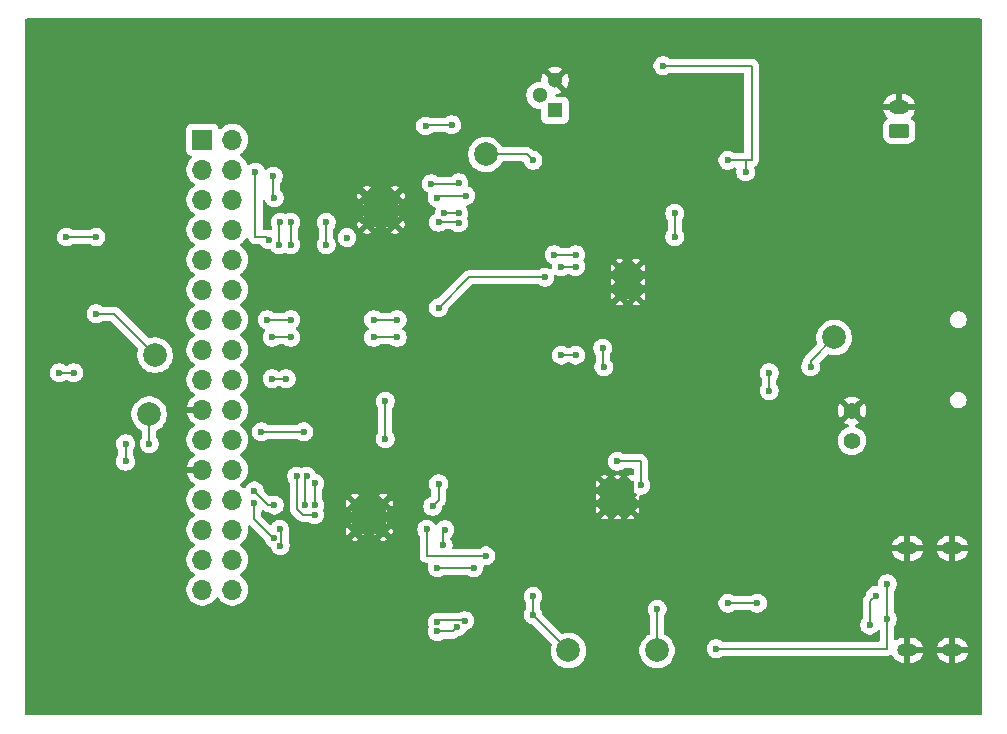
<source format=gbr>
%TF.GenerationSoftware,KiCad,Pcbnew,9.0.0*%
%TF.CreationDate,2025-03-28T01:08:04+02:00*%
%TF.ProjectId,MM,4d4d2e6b-6963-4616-945f-706362585858,rev?*%
%TF.SameCoordinates,Original*%
%TF.FileFunction,Copper,L2,Bot*%
%TF.FilePolarity,Positive*%
%FSLAX46Y46*%
G04 Gerber Fmt 4.6, Leading zero omitted, Abs format (unit mm)*
G04 Created by KiCad (PCBNEW 9.0.0) date 2025-03-28 01:08:04*
%MOMM*%
%LPD*%
G01*
G04 APERTURE LIST*
G04 Aperture macros list*
%AMRoundRect*
0 Rectangle with rounded corners*
0 $1 Rounding radius*
0 $2 $3 $4 $5 $6 $7 $8 $9 X,Y pos of 4 corners*
0 Add a 4 corners polygon primitive as box body*
4,1,4,$2,$3,$4,$5,$6,$7,$8,$9,$2,$3,0*
0 Add four circle primitives for the rounded corners*
1,1,$1+$1,$2,$3*
1,1,$1+$1,$4,$5*
1,1,$1+$1,$6,$7*
1,1,$1+$1,$8,$9*
0 Add four rect primitives between the rounded corners*
20,1,$1+$1,$2,$3,$4,$5,0*
20,1,$1+$1,$4,$5,$6,$7,0*
20,1,$1+$1,$6,$7,$8,$9,0*
20,1,$1+$1,$8,$9,$2,$3,0*%
G04 Aperture macros list end*
%TA.AperFunction,HeatsinkPad*%
%ADD10C,0.600000*%
%TD*%
%TA.AperFunction,HeatsinkPad*%
%ADD11R,3.000000X3.000000*%
%TD*%
%TA.AperFunction,HeatsinkPad*%
%ADD12C,0.500000*%
%TD*%
%TA.AperFunction,HeatsinkPad*%
%ADD13R,1.900000X2.900000*%
%TD*%
%TA.AperFunction,ComponentPad*%
%ADD14R,1.300000X1.300000*%
%TD*%
%TA.AperFunction,ComponentPad*%
%ADD15C,1.300000*%
%TD*%
%TA.AperFunction,SMDPad,CuDef*%
%ADD16C,2.000000*%
%TD*%
%TA.AperFunction,HeatsinkPad*%
%ADD17O,1.700000X1.100000*%
%TD*%
%TA.AperFunction,ComponentPad*%
%ADD18RoundRect,0.250000X0.625000X-0.350000X0.625000X0.350000X-0.625000X0.350000X-0.625000X-0.350000X0*%
%TD*%
%TA.AperFunction,ComponentPad*%
%ADD19O,1.750000X1.200000*%
%TD*%
%TA.AperFunction,HeatsinkPad*%
%ADD20R,2.700000X2.700000*%
%TD*%
%TA.AperFunction,ComponentPad*%
%ADD21C,1.400000*%
%TD*%
%TA.AperFunction,ComponentPad*%
%ADD22R,1.700000X1.700000*%
%TD*%
%TA.AperFunction,ComponentPad*%
%ADD23O,1.700000X1.700000*%
%TD*%
%TA.AperFunction,ViaPad*%
%ADD24C,0.600000*%
%TD*%
%TA.AperFunction,Conductor*%
%ADD25C,0.200000*%
%TD*%
G04 APERTURE END LIST*
D10*
%TO.P,AuxiliaryDriver1,17,GND*%
%TO.N,GND*%
X144325000Y-97925000D03*
X144325000Y-95525000D03*
D11*
X143125000Y-96725000D03*
D10*
X141925000Y-97925000D03*
X141925000Y-95525000D03*
%TD*%
D12*
%TO.P,U2,9,EPAD*%
%TO.N,GND*%
X164325000Y-75600000D03*
X164325000Y-76800000D03*
X164325000Y-78000000D03*
D13*
X165025000Y-76800000D03*
D12*
X165725000Y-75600000D03*
X165725000Y-76800000D03*
X165725000Y-78000000D03*
%TD*%
D14*
%TO.P,Q1,1,C*%
%TO.N,Net-(Q1-C)*%
X158860000Y-62270000D03*
D15*
%TO.P,Q1,2,B*%
%TO.N,Net-(Q1-B)*%
X157590000Y-61000000D03*
%TO.P,Q1,3,E*%
%TO.N,GND*%
X158860000Y-59730000D03*
%TD*%
D16*
%TO.P,TP36,1,1*%
%TO.N,Net-(U2-PROG)*%
X153000000Y-66000000D03*
%TD*%
%TO.P,TP34,1,1*%
%TO.N,5V*%
X160000000Y-108000000D03*
%TD*%
D17*
%TO.P,J3,S1,SHIELD*%
%TO.N,GND*%
X188700000Y-108000000D03*
X192500000Y-108000000D03*
X188700000Y-99360000D03*
X192500000Y-99360000D03*
%TD*%
D18*
%TO.P,JST1,1,Pin_1*%
%TO.N,SWITCH*%
X188000000Y-64000000D03*
D19*
%TO.P,JST1,2,Pin_2*%
%TO.N,GND*%
X188000000Y-62000000D03*
%TD*%
D16*
%TO.P,TP3,1,1*%
%TO.N,EXT_LOAD1_OUT*%
X124500000Y-88000000D03*
%TD*%
D12*
%TO.P,U4,17,PAD*%
%TO.N,GND*%
X163062500Y-96125000D03*
X164162500Y-96125000D03*
X165262500Y-96125000D03*
X163062500Y-95025000D03*
X164162500Y-95025000D03*
D20*
X164162500Y-95025000D03*
D12*
X165262500Y-95025000D03*
X163062500Y-93925000D03*
X164162500Y-93925000D03*
X165262500Y-93925000D03*
%TD*%
D16*
%TO.P,TP7,1,1*%
%TO.N,HV*%
X167500000Y-108000000D03*
%TD*%
D21*
%TO.P,JP1,1,A*%
%TO.N,HV*%
X184000000Y-90250000D03*
%TO.P,JP1,2,B*%
%TO.N,GND*%
X184000000Y-87710000D03*
%TD*%
D16*
%TO.P,TP2,1,1*%
%TO.N,EXT_LOAD2_OUT*%
X125000000Y-83000000D03*
%TD*%
D10*
%TO.P,PrimaryDriver1,17,GND*%
%TO.N,GND*%
X145325000Y-71925000D03*
X145325000Y-69525000D03*
D11*
X144125000Y-70725000D03*
D10*
X142925000Y-71925000D03*
X142925000Y-69525000D03*
%TD*%
D22*
%TO.P,J1,1,Pin_1*%
%TO.N,MOTOR2_B_OUT*%
X129000000Y-64760000D03*
D23*
%TO.P,J1,2,Pin_2*%
%TO.N,MOTOR2_A_OUT*%
X131540000Y-64760000D03*
%TO.P,J1,3,Pin_3*%
%TO.N,MOTOR4_A_OUT*%
X129000000Y-67300000D03*
%TO.P,J1,4,Pin_4*%
%TO.N,MOTOR2_CTRL1*%
X131540000Y-67300000D03*
%TO.P,J1,5,Pin_5*%
%TO.N,MOTOR4_B_OUT*%
X129000000Y-69840000D03*
%TO.P,J1,6,Pin_6*%
%TO.N,MOTOR2_CTRL2*%
X131540000Y-69840000D03*
%TO.P,J1,7,Pin_7*%
%TO.N,CTRL_EXT_LOAD2*%
X129000000Y-72380000D03*
%TO.P,J1,8,Pin_8*%
%TO.N,MOTOR4_CTRL1*%
X131540000Y-72380000D03*
%TO.P,J1,9,Pin_9*%
%TO.N,unconnected-(J1-Pin_9-Pad9)*%
X129000000Y-74920000D03*
%TO.P,J1,10,Pin_10*%
%TO.N,MOTOR4_CTRL2*%
X131540000Y-74920000D03*
%TO.P,J1,11,Pin_11*%
%TO.N,EXT_LOAD2_OUT*%
X129000000Y-77460000D03*
%TO.P,J1,12,Pin_12*%
%TO.N,unconnected-(J1-Pin_12-Pad12)*%
X131540000Y-77460000D03*
%TO.P,J1,13,Pin_13*%
%TO.N,FAST_CHARGE_CTRL*%
X129000000Y-80000000D03*
%TO.P,J1,14,Pin_14*%
%TO.N,SWITCH*%
X131540000Y-80000000D03*
%TO.P,J1,15,Pin_15*%
%TO.N,unconnected-(J1-Pin_15-Pad15)*%
X129000000Y-82540000D03*
%TO.P,J1,16,Pin_16*%
%TO.N,I2C1_SCL*%
X131540000Y-82540000D03*
%TO.P,J1,17,Pin_17*%
%TO.N,I2C1_SDA*%
X129000000Y-85080000D03*
%TO.P,J1,18,Pin_18*%
%TO.N,3V3*%
X131540000Y-85080000D03*
%TO.P,J1,19,Pin_19*%
%TO.N,GND*%
X129000000Y-87620000D03*
%TO.P,J1,20,Pin_20*%
%TO.N,5V*%
X131540000Y-87620000D03*
%TO.P,J1,21,Pin_21*%
%TO.N,EXT_LOAD1_OUT*%
X129000000Y-90160000D03*
%TO.P,J1,22,Pin_22*%
%TO.N,HV*%
X131540000Y-90160000D03*
%TO.P,J1,23,Pin_23*%
%TO.N,GND*%
X129000000Y-92700000D03*
%TO.P,J1,24,Pin_24*%
%TO.N,MOTOR3_CTRL1*%
X131540000Y-92700000D03*
%TO.P,J1,25,Pin_25*%
%TO.N,CTRL_EXT_LOAD1*%
X129000000Y-95240000D03*
%TO.P,J1,26,Pin_26*%
%TO.N,MOTOR3_CTRL2*%
X131540000Y-95240000D03*
%TO.P,J1,27,Pin_27*%
%TO.N,MOTOR3_A_OUT*%
X129000000Y-97780000D03*
%TO.P,J1,28,Pin_28*%
%TO.N,MOTOR1_CTRL1*%
X131540000Y-97780000D03*
%TO.P,J1,29,Pin_29*%
%TO.N,MOTOR3_B_OUT*%
X129000000Y-100320000D03*
%TO.P,J1,30,Pin_30*%
%TO.N,MOTOR1_CTRL2*%
X131540000Y-100320000D03*
%TO.P,J1,31,Pin_31*%
%TO.N,MOTOR1_B_OUT*%
X129000000Y-102860000D03*
%TO.P,J1,32,Pin_32*%
%TO.N,MOTOR1_A_OUT*%
X131540000Y-102860000D03*
%TD*%
D16*
%TO.P,TP1,1,1*%
%TO.N,SWITCH*%
X182500000Y-81500000D03*
%TD*%
D24*
%TO.N,HV*%
X167500000Y-104500000D03*
%TO.N,Net-(U2-PROG)*%
X157000000Y-66500000D03*
%TO.N,SWITCH*%
X180500000Y-84000000D03*
%TO.N,EXT_LOAD2_OUT*%
X120000000Y-79500000D03*
%TO.N,EXT_LOAD1_OUT*%
X124500000Y-90500000D03*
%TO.N,VBAT_LOAD*%
X166125000Y-94025000D03*
%TO.N,MOTOR2_B_OUT*%
X148400000Y-68500000D03*
X150700000Y-68400000D03*
%TO.N,I2C1_SCL*%
X169000000Y-71000000D03*
X169000000Y-73000000D03*
X160600000Y-74500000D03*
X158800000Y-74500000D03*
X158000000Y-76400000D03*
X149000000Y-79000000D03*
X145500000Y-81500000D03*
X143500000Y-81500000D03*
X136500000Y-81500000D03*
X134900000Y-81500000D03*
%TO.N,SWITCH*%
X162900000Y-82400000D03*
X163000000Y-84000000D03*
X145500000Y-80000000D03*
X143500000Y-80000000D03*
X136500000Y-80000000D03*
X134500000Y-80000000D03*
%TO.N,Net-(U2-PROG)*%
X160600000Y-75500000D03*
X159400000Y-75500000D03*
%TO.N,I2C1_SDA*%
X118100000Y-84500000D03*
X116900000Y-84500000D03*
%TO.N,3V3*%
X144500000Y-86900000D03*
X144500000Y-90100000D03*
X175000000Y-67500000D03*
X134900000Y-85000000D03*
X136100000Y-85000000D03*
%TO.N,5V*%
X122500000Y-92000000D03*
X122500000Y-90500000D03*
X120000000Y-73000000D03*
X117500000Y-73000000D03*
X157000000Y-103400000D03*
X157000000Y-105000000D03*
%TO.N,HV*%
X134000000Y-89500000D03*
X137600000Y-89500000D03*
X176000000Y-104000000D03*
X173500000Y-104000000D03*
%TO.N,MOTOR3_CTRL2*%
X135100000Y-98500000D03*
X133400000Y-95500000D03*
%TO.N,Net-(AuxiliaryDriver1-VCP)*%
X138500000Y-93850000D03*
X138500000Y-95700000D03*
%TO.N,5V*%
X137000000Y-93250000D03*
X136500000Y-73650000D03*
X136500000Y-71750000D03*
X159400000Y-83000000D03*
X138500000Y-96500000D03*
X160600000Y-83000000D03*
%TO.N,MOTOR3_CTRL1*%
X135599758Y-99124697D03*
X135537288Y-97750000D03*
X135100000Y-95700000D03*
X133400000Y-94500000D03*
%TO.N,Net-(AuxiliaryDriver1-BISEN)*%
X149000000Y-93900000D03*
X148500000Y-95800000D03*
%TO.N,Net-(AuxiliaryDriver1-~{SLEEP})*%
X152000000Y-101000000D03*
X148900000Y-101000000D03*
%TO.N,MOTOR3_B_OUT*%
X149539737Y-97780790D03*
X149382330Y-99088349D03*
%TO.N,Net-(AuxiliaryDriver1-AISEN)*%
X148000000Y-97750000D03*
X153000000Y-100000000D03*
%TO.N,Net-(AuxiliaryDriver1-VINT)*%
X137699997Y-95700000D03*
X137844612Y-93250000D03*
%TO.N,Net-(PrimaryDriver1-VCP)*%
X135600000Y-71750000D03*
X135500000Y-73650000D03*
%TO.N,VBAT_LOAD*%
X177000000Y-86000000D03*
X164125000Y-92000000D03*
X177000000Y-84500000D03*
%TO.N,Net-(PrimaryDriver1-VINT)*%
X139500000Y-73650000D03*
X139500000Y-71750000D03*
%TO.N,3V3*%
X168000000Y-58500000D03*
X173500000Y-66500000D03*
%TO.N,MOTOR2_CTRL2*%
X135000000Y-67850000D03*
X135100000Y-69700000D03*
%TO.N,MOTOR1_B_OUT*%
X150600000Y-106000000D03*
X148900000Y-106400000D03*
%TO.N,MOTOR2_CTRL1*%
X133500000Y-67500000D03*
X141250000Y-73050000D03*
X134624265Y-73224265D03*
%TO.N,MOTOR2_A_OUT*%
X150100000Y-63500000D03*
X147900000Y-63600000D03*
%TO.N,MOTOR2_B_OUT*%
X150700000Y-71000000D03*
X149500000Y-71000000D03*
%TO.N,MOTOR1_A_OUT*%
X148900000Y-105599997D03*
X151214579Y-105487851D03*
%TO.N,Net-(J3-VBUS-PadA9)*%
X187000000Y-102360000D03*
X172500000Y-107860000D03*
X187000000Y-105360000D03*
%TO.N,Net-(J3-CC2)*%
X185500000Y-105860000D03*
X186000000Y-103360000D03*
%TO.N,Net-(PrimaryDriver1-BISEN)*%
X151300000Y-69500000D03*
X148878304Y-69700000D03*
%TO.N,Net-(PrimaryDriver1-AISEN)*%
X150700000Y-71800003D03*
X149000000Y-71750000D03*
%TD*%
D25*
%TO.N,HV*%
X167500000Y-108000000D02*
X167500000Y-104500000D01*
%TO.N,5V*%
X160000000Y-108000000D02*
X157000000Y-105000000D01*
%TO.N,Net-(U2-PROG)*%
X156500000Y-66000000D02*
X157000000Y-66500000D01*
X153000000Y-66000000D02*
X156500000Y-66000000D01*
%TO.N,SWITCH*%
X180500000Y-83500000D02*
X180500000Y-84000000D01*
X182500000Y-81500000D02*
X180500000Y-83500000D01*
%TO.N,EXT_LOAD2_OUT*%
X121500000Y-79500000D02*
X120000000Y-79500000D01*
X125000000Y-83000000D02*
X121500000Y-79500000D01*
%TO.N,EXT_LOAD1_OUT*%
X124500000Y-88000000D02*
X124500000Y-90500000D01*
%TO.N,VBAT_LOAD*%
X166125000Y-92000000D02*
X166125000Y-94025000D01*
X164125000Y-92000000D02*
X166125000Y-92000000D01*
%TO.N,MOTOR2_B_OUT*%
X150600000Y-68500000D02*
X150700000Y-68400000D01*
X148400000Y-68500000D02*
X150600000Y-68500000D01*
%TO.N,I2C1_SCL*%
X169000000Y-73000000D02*
X169000000Y-71000000D01*
X158800000Y-74500000D02*
X160600000Y-74500000D01*
X151600000Y-76400000D02*
X158000000Y-76400000D01*
X149000000Y-79000000D02*
X151600000Y-76400000D01*
X143500000Y-81500000D02*
X145500000Y-81500000D01*
X134900000Y-81500000D02*
X136500000Y-81500000D01*
%TO.N,SWITCH*%
X162900000Y-82400000D02*
X162900000Y-83900000D01*
X162900000Y-83900000D02*
X163000000Y-84000000D01*
X143500000Y-80000000D02*
X145500000Y-80000000D01*
X134500000Y-80000000D02*
X136500000Y-80000000D01*
%TO.N,Net-(U2-PROG)*%
X159400000Y-75500000D02*
X160600000Y-75500000D01*
%TO.N,I2C1_SDA*%
X116900000Y-84500000D02*
X118100000Y-84500000D01*
%TO.N,3V3*%
X144500000Y-90100000D02*
X144500000Y-86900000D01*
X175000000Y-66500000D02*
X173500000Y-66500000D01*
X175000000Y-66500000D02*
X175000000Y-67500000D01*
X175500000Y-66500000D02*
X175000000Y-66500000D01*
X136100000Y-85000000D02*
X134900000Y-85000000D01*
%TO.N,5V*%
X122500000Y-90500000D02*
X122500000Y-92000000D01*
X117500000Y-73000000D02*
X120000000Y-73000000D01*
X157000000Y-103400000D02*
X157000000Y-105000000D01*
%TO.N,HV*%
X137600000Y-89500000D02*
X134000000Y-89500000D01*
X173500000Y-104000000D02*
X176000000Y-104000000D01*
%TO.N,MOTOR3_CTRL2*%
X133400000Y-96900000D02*
X135000000Y-98500000D01*
X135000000Y-98500000D02*
X135100000Y-98500000D01*
X133400000Y-95500000D02*
X133400000Y-96900000D01*
%TO.N,Net-(AuxiliaryDriver1-VCP)*%
X138500000Y-93850000D02*
X138500000Y-95700000D01*
%TO.N,5V*%
X137500000Y-96500000D02*
X137000000Y-96000000D01*
X160600000Y-83000000D02*
X159400000Y-83000000D01*
X137000000Y-96000000D02*
X137000000Y-93250000D01*
X136500000Y-71750000D02*
X136500000Y-73650000D01*
X138500000Y-96500000D02*
X137500000Y-96500000D01*
%TO.N,MOTOR3_CTRL1*%
X135701000Y-99023455D02*
X135599758Y-99124697D01*
X133400000Y-94500000D02*
X134600000Y-95700000D01*
X135701000Y-97913712D02*
X135701000Y-99023455D01*
X134600000Y-95700000D02*
X135100000Y-95700000D01*
X135537288Y-97750000D02*
X135701000Y-97913712D01*
%TO.N,Net-(AuxiliaryDriver1-BISEN)*%
X149000000Y-93900000D02*
X149000000Y-95300000D01*
X149000000Y-95300000D02*
X148500000Y-95800000D01*
%TO.N,Net-(AuxiliaryDriver1-~{SLEEP})*%
X152000000Y-101000000D02*
X148900000Y-101000000D01*
%TO.N,MOTOR3_B_OUT*%
X149382330Y-97938197D02*
X149539737Y-97780790D01*
X149382330Y-99088349D02*
X149382330Y-97938197D01*
%TO.N,Net-(AuxiliaryDriver1-AISEN)*%
X153000000Y-100000000D02*
X148000000Y-100000000D01*
X148000000Y-100000000D02*
X148000000Y-97750000D01*
%TO.N,Net-(AuxiliaryDriver1-VINT)*%
X137699997Y-95700000D02*
X137699997Y-93300003D01*
X137699997Y-93300003D02*
X137750000Y-93250000D01*
X137750000Y-93250000D02*
X137844612Y-93250000D01*
%TO.N,Net-(PrimaryDriver1-VCP)*%
X135500000Y-71850000D02*
X135600000Y-71750000D01*
X135500000Y-73650000D02*
X135500000Y-71850000D01*
%TO.N,VBAT_LOAD*%
X177000000Y-84500000D02*
X177000000Y-86000000D01*
%TO.N,Net-(PrimaryDriver1-VINT)*%
X139500000Y-73650000D02*
X139500000Y-71750000D01*
%TO.N,3V3*%
X168000000Y-58500000D02*
X175500000Y-58500000D01*
X175500000Y-58500000D02*
X175500000Y-66500000D01*
%TO.N,MOTOR2_CTRL2*%
X135000000Y-69600000D02*
X135100000Y-69700000D01*
X135000000Y-67850000D02*
X135000000Y-69600000D01*
%TO.N,MOTOR1_B_OUT*%
X150200000Y-106400000D02*
X150600000Y-106000000D01*
X148900000Y-106400000D02*
X150200000Y-106400000D01*
%TO.N,MOTOR2_CTRL1*%
X141200000Y-73000000D02*
X141250000Y-73050000D01*
X133500000Y-67500000D02*
X133500000Y-73000000D01*
X134400000Y-73000000D02*
X134624265Y-73224265D01*
X133500000Y-73000000D02*
X134400000Y-73000000D01*
%TO.N,MOTOR2_A_OUT*%
X148000000Y-63500000D02*
X150100000Y-63500000D01*
X147900000Y-63600000D02*
X148000000Y-63500000D01*
%TO.N,MOTOR2_B_OUT*%
X150700000Y-71000000D02*
X149500000Y-71000000D01*
%TO.N,MOTOR1_A_OUT*%
X148900000Y-105599997D02*
X149100997Y-105399000D01*
X149100997Y-105399000D02*
X151125728Y-105399000D01*
X151125728Y-105399000D02*
X151214579Y-105487851D01*
%TO.N,Net-(J3-VBUS-PadA9)*%
X187000000Y-105360000D02*
X187000000Y-102360000D01*
X187000000Y-107860000D02*
X187000000Y-105360000D01*
X172500000Y-107860000D02*
X187000000Y-107860000D01*
%TO.N,Net-(J3-CC2)*%
X185500000Y-105860000D02*
X185500000Y-103860000D01*
X185500000Y-103860000D02*
X186000000Y-103360000D01*
%TO.N,Net-(PrimaryDriver1-BISEN)*%
X148878304Y-69700000D02*
X149078304Y-69500000D01*
X149078304Y-69500000D02*
X151300000Y-69500000D01*
%TO.N,Net-(PrimaryDriver1-AISEN)*%
X150649997Y-71750000D02*
X150700000Y-71800003D01*
X149000000Y-71750000D02*
X150649997Y-71750000D01*
%TD*%
%TA.AperFunction,Conductor*%
%TO.N,GND*%
G36*
X194942539Y-54520185D02*
G01*
X194988294Y-54572989D01*
X194999500Y-54624500D01*
X194999500Y-113375500D01*
X194979815Y-113442539D01*
X194927011Y-113488294D01*
X194875500Y-113499500D01*
X114124500Y-113499500D01*
X114057461Y-113479815D01*
X114011706Y-113427011D01*
X114000500Y-113375500D01*
X114000500Y-105521150D01*
X148099500Y-105521150D01*
X148099500Y-105678843D01*
X148130261Y-105833486D01*
X148130264Y-105833498D01*
X148179575Y-105952546D01*
X148187044Y-106022015D01*
X148179575Y-106047450D01*
X148130264Y-106166498D01*
X148130261Y-106166510D01*
X148099500Y-106321153D01*
X148099500Y-106478846D01*
X148130261Y-106633489D01*
X148130264Y-106633501D01*
X148190602Y-106779172D01*
X148190609Y-106779185D01*
X148278210Y-106910288D01*
X148278213Y-106910292D01*
X148389707Y-107021786D01*
X148389711Y-107021789D01*
X148520814Y-107109390D01*
X148520827Y-107109397D01*
X148666498Y-107169735D01*
X148666503Y-107169737D01*
X148821153Y-107200499D01*
X148821156Y-107200500D01*
X148821158Y-107200500D01*
X148978844Y-107200500D01*
X148978845Y-107200499D01*
X149133497Y-107169737D01*
X149279179Y-107109394D01*
X149383940Y-107039395D01*
X149410875Y-107021398D01*
X149477553Y-107000520D01*
X149479766Y-107000500D01*
X150113331Y-107000500D01*
X150113347Y-107000501D01*
X150120943Y-107000501D01*
X150279054Y-107000501D01*
X150279057Y-107000501D01*
X150431785Y-106959577D01*
X150481904Y-106930639D01*
X150568716Y-106880520D01*
X150621450Y-106827785D01*
X150629185Y-106822134D01*
X150653397Y-106813420D01*
X150675983Y-106801088D01*
X150678152Y-106800637D01*
X150678841Y-106800500D01*
X150678842Y-106800500D01*
X150833497Y-106769737D01*
X150946166Y-106723067D01*
X150979172Y-106709397D01*
X150979172Y-106709396D01*
X150979179Y-106709394D01*
X151110289Y-106621789D01*
X151221789Y-106510289D01*
X151309394Y-106379179D01*
X151326464Y-106337965D01*
X151370304Y-106283564D01*
X151416833Y-106263802D01*
X151448076Y-106257588D01*
X151593758Y-106197245D01*
X151724868Y-106109640D01*
X151836368Y-105998140D01*
X151923973Y-105867030D01*
X151984316Y-105721348D01*
X152015079Y-105566693D01*
X152015079Y-105409009D01*
X152015079Y-105409006D01*
X152015078Y-105409004D01*
X151999049Y-105328422D01*
X151984316Y-105254354D01*
X151984314Y-105254349D01*
X151923976Y-105108678D01*
X151923969Y-105108665D01*
X151836368Y-104977562D01*
X151836365Y-104977558D01*
X151724871Y-104866064D01*
X151724867Y-104866061D01*
X151593764Y-104778460D01*
X151593751Y-104778453D01*
X151448080Y-104718115D01*
X151448068Y-104718112D01*
X151293424Y-104687351D01*
X151293421Y-104687351D01*
X151135737Y-104687351D01*
X151135734Y-104687351D01*
X150981089Y-104718112D01*
X150981077Y-104718115D01*
X150835404Y-104778454D01*
X150830033Y-104781326D01*
X150829281Y-104779919D01*
X150770001Y-104798480D01*
X150767789Y-104798500D01*
X149180059Y-104798500D01*
X149180055Y-104798499D01*
X149021940Y-104798499D01*
X149014315Y-104800542D01*
X148998729Y-104800725D01*
X148988493Y-104797849D01*
X148985115Y-104797958D01*
X148984905Y-104800094D01*
X148978843Y-104799497D01*
X148978842Y-104799497D01*
X148821158Y-104799497D01*
X148821155Y-104799497D01*
X148666510Y-104830258D01*
X148666498Y-104830261D01*
X148520827Y-104890599D01*
X148520814Y-104890606D01*
X148389711Y-104978207D01*
X148389707Y-104978210D01*
X148278213Y-105089704D01*
X148278210Y-105089708D01*
X148190609Y-105220811D01*
X148190602Y-105220824D01*
X148130264Y-105366495D01*
X148130261Y-105366507D01*
X148099500Y-105521150D01*
X114000500Y-105521150D01*
X114000500Y-90421153D01*
X121699500Y-90421153D01*
X121699500Y-90578846D01*
X121730261Y-90733489D01*
X121730264Y-90733501D01*
X121790602Y-90879172D01*
X121790609Y-90879185D01*
X121878602Y-91010874D01*
X121899480Y-91077551D01*
X121899500Y-91079765D01*
X121899500Y-91420234D01*
X121879815Y-91487273D01*
X121878602Y-91489125D01*
X121790609Y-91620814D01*
X121790602Y-91620827D01*
X121730264Y-91766498D01*
X121730261Y-91766510D01*
X121699500Y-91921153D01*
X121699500Y-92078846D01*
X121730261Y-92233489D01*
X121730264Y-92233501D01*
X121790602Y-92379172D01*
X121790609Y-92379185D01*
X121878210Y-92510288D01*
X121878213Y-92510292D01*
X121989707Y-92621786D01*
X121989711Y-92621789D01*
X122120814Y-92709390D01*
X122120827Y-92709397D01*
X122194013Y-92739711D01*
X122266503Y-92769737D01*
X122421153Y-92800499D01*
X122421156Y-92800500D01*
X122421158Y-92800500D01*
X122578844Y-92800500D01*
X122578845Y-92800499D01*
X122733497Y-92769737D01*
X122879179Y-92709394D01*
X123010289Y-92621789D01*
X123121789Y-92510289D01*
X123209394Y-92379179D01*
X123269737Y-92233497D01*
X123300500Y-92078842D01*
X123300500Y-91921158D01*
X123300500Y-91921155D01*
X123300499Y-91921153D01*
X123300457Y-91920943D01*
X123269737Y-91766503D01*
X123229877Y-91670272D01*
X123209397Y-91620827D01*
X123209390Y-91620814D01*
X123121398Y-91489125D01*
X123100520Y-91422447D01*
X123100500Y-91420234D01*
X123100500Y-91079765D01*
X123120185Y-91012726D01*
X123121398Y-91010874D01*
X123209390Y-90879185D01*
X123209390Y-90879184D01*
X123209394Y-90879179D01*
X123269737Y-90733497D01*
X123300500Y-90578842D01*
X123300500Y-90421158D01*
X123300500Y-90421155D01*
X123300499Y-90421153D01*
X123269738Y-90266510D01*
X123269737Y-90266503D01*
X123233427Y-90178842D01*
X123209397Y-90120827D01*
X123209390Y-90120814D01*
X123121789Y-89989711D01*
X123121786Y-89989707D01*
X123010292Y-89878213D01*
X123010288Y-89878210D01*
X122879185Y-89790609D01*
X122879172Y-89790602D01*
X122733501Y-89730264D01*
X122733489Y-89730261D01*
X122578845Y-89699500D01*
X122578842Y-89699500D01*
X122421158Y-89699500D01*
X122421155Y-89699500D01*
X122266510Y-89730261D01*
X122266498Y-89730264D01*
X122120827Y-89790602D01*
X122120814Y-89790609D01*
X121989711Y-89878210D01*
X121989707Y-89878213D01*
X121878213Y-89989707D01*
X121878210Y-89989711D01*
X121790609Y-90120814D01*
X121790602Y-90120827D01*
X121730264Y-90266498D01*
X121730261Y-90266510D01*
X121699500Y-90421153D01*
X114000500Y-90421153D01*
X114000500Y-87881902D01*
X122999500Y-87881902D01*
X122999500Y-88118097D01*
X123036446Y-88351368D01*
X123109433Y-88575996D01*
X123181729Y-88717883D01*
X123216657Y-88786433D01*
X123355483Y-88977510D01*
X123522490Y-89144517D01*
X123630843Y-89223240D01*
X123713568Y-89283344D01*
X123788177Y-89321358D01*
X123831794Y-89343582D01*
X123882590Y-89391556D01*
X123899500Y-89454067D01*
X123899500Y-89920234D01*
X123879815Y-89987273D01*
X123878602Y-89989125D01*
X123790609Y-90120814D01*
X123790602Y-90120827D01*
X123730264Y-90266498D01*
X123730261Y-90266510D01*
X123699500Y-90421153D01*
X123699500Y-90578846D01*
X123730261Y-90733489D01*
X123730264Y-90733501D01*
X123790602Y-90879172D01*
X123790609Y-90879185D01*
X123878210Y-91010288D01*
X123878213Y-91010292D01*
X123989707Y-91121786D01*
X123989711Y-91121789D01*
X124120814Y-91209390D01*
X124120827Y-91209397D01*
X124266498Y-91269735D01*
X124266503Y-91269737D01*
X124421153Y-91300499D01*
X124421156Y-91300500D01*
X124421158Y-91300500D01*
X124578844Y-91300500D01*
X124578845Y-91300499D01*
X124733497Y-91269737D01*
X124879179Y-91209394D01*
X125010289Y-91121789D01*
X125121789Y-91010289D01*
X125209394Y-90879179D01*
X125269737Y-90733497D01*
X125300500Y-90578842D01*
X125300500Y-90421158D01*
X125300500Y-90421155D01*
X125300499Y-90421153D01*
X125269738Y-90266510D01*
X125269737Y-90266503D01*
X125233427Y-90178842D01*
X125209397Y-90120827D01*
X125209390Y-90120814D01*
X125121398Y-89989125D01*
X125100520Y-89922447D01*
X125100500Y-89920234D01*
X125100500Y-89454067D01*
X125120185Y-89387028D01*
X125168205Y-89343582D01*
X125286433Y-89283343D01*
X125477510Y-89144517D01*
X125644517Y-88977510D01*
X125783343Y-88786433D01*
X125890568Y-88575992D01*
X125963553Y-88351368D01*
X125965522Y-88338937D01*
X126000500Y-88118097D01*
X126000500Y-87881902D01*
X125963553Y-87648631D01*
X125913310Y-87494000D01*
X125890568Y-87424008D01*
X125890566Y-87424005D01*
X125890566Y-87424003D01*
X125800146Y-87246545D01*
X125783343Y-87213567D01*
X125644517Y-87022490D01*
X125477510Y-86855483D01*
X125286433Y-86716657D01*
X125075996Y-86609433D01*
X124851368Y-86536446D01*
X124618097Y-86499500D01*
X124618092Y-86499500D01*
X124381908Y-86499500D01*
X124381903Y-86499500D01*
X124148631Y-86536446D01*
X123924003Y-86609433D01*
X123713566Y-86716657D01*
X123640509Y-86769737D01*
X123522490Y-86855483D01*
X123522488Y-86855485D01*
X123522487Y-86855485D01*
X123355485Y-87022487D01*
X123355485Y-87022488D01*
X123355483Y-87022490D01*
X123312930Y-87081059D01*
X123216657Y-87213566D01*
X123109433Y-87424003D01*
X123036446Y-87648631D01*
X122999500Y-87881902D01*
X114000500Y-87881902D01*
X114000500Y-84421153D01*
X116099500Y-84421153D01*
X116099500Y-84578846D01*
X116130261Y-84733489D01*
X116130264Y-84733501D01*
X116190602Y-84879172D01*
X116190609Y-84879185D01*
X116278210Y-85010288D01*
X116278213Y-85010292D01*
X116389707Y-85121786D01*
X116389711Y-85121789D01*
X116520814Y-85209390D01*
X116520827Y-85209397D01*
X116666498Y-85269735D01*
X116666503Y-85269737D01*
X116821153Y-85300499D01*
X116821156Y-85300500D01*
X116821158Y-85300500D01*
X116978844Y-85300500D01*
X116978845Y-85300499D01*
X117133497Y-85269737D01*
X117279179Y-85209394D01*
X117313763Y-85186286D01*
X117410875Y-85121398D01*
X117428921Y-85115747D01*
X117444831Y-85105523D01*
X117475792Y-85101071D01*
X117477553Y-85100520D01*
X117479766Y-85100500D01*
X117520234Y-85100500D01*
X117587273Y-85120185D01*
X117589125Y-85121398D01*
X117720814Y-85209390D01*
X117720827Y-85209397D01*
X117866498Y-85269735D01*
X117866503Y-85269737D01*
X118021153Y-85300499D01*
X118021156Y-85300500D01*
X118021158Y-85300500D01*
X118178844Y-85300500D01*
X118178845Y-85300499D01*
X118333497Y-85269737D01*
X118479179Y-85209394D01*
X118610289Y-85121789D01*
X118721789Y-85010289D01*
X118809394Y-84879179D01*
X118869737Y-84733497D01*
X118900500Y-84578842D01*
X118900500Y-84421158D01*
X118900500Y-84421155D01*
X118900499Y-84421153D01*
X118874531Y-84290606D01*
X118869737Y-84266503D01*
X118856062Y-84233489D01*
X118809397Y-84120827D01*
X118809390Y-84120814D01*
X118721789Y-83989711D01*
X118721786Y-83989707D01*
X118610292Y-83878213D01*
X118610288Y-83878210D01*
X118479185Y-83790609D01*
X118479172Y-83790602D01*
X118333501Y-83730264D01*
X118333489Y-83730261D01*
X118178845Y-83699500D01*
X118178842Y-83699500D01*
X118021158Y-83699500D01*
X118021155Y-83699500D01*
X117866510Y-83730261D01*
X117866498Y-83730264D01*
X117720827Y-83790602D01*
X117720814Y-83790609D01*
X117589125Y-83878602D01*
X117571078Y-83884252D01*
X117555169Y-83894477D01*
X117524207Y-83898928D01*
X117522447Y-83899480D01*
X117520234Y-83899500D01*
X117479766Y-83899500D01*
X117412727Y-83879815D01*
X117410875Y-83878602D01*
X117279185Y-83790609D01*
X117279172Y-83790602D01*
X117133501Y-83730264D01*
X117133489Y-83730261D01*
X116978845Y-83699500D01*
X116978842Y-83699500D01*
X116821158Y-83699500D01*
X116821155Y-83699500D01*
X116666510Y-83730261D01*
X116666498Y-83730264D01*
X116520827Y-83790602D01*
X116520814Y-83790609D01*
X116389711Y-83878210D01*
X116389707Y-83878213D01*
X116278213Y-83989707D01*
X116278210Y-83989711D01*
X116190609Y-84120814D01*
X116190602Y-84120827D01*
X116130264Y-84266498D01*
X116130261Y-84266510D01*
X116099500Y-84421153D01*
X114000500Y-84421153D01*
X114000500Y-79421153D01*
X119199500Y-79421153D01*
X119199500Y-79578846D01*
X119230261Y-79733489D01*
X119230264Y-79733501D01*
X119290602Y-79879172D01*
X119290609Y-79879185D01*
X119378210Y-80010288D01*
X119378213Y-80010292D01*
X119489707Y-80121786D01*
X119489711Y-80121789D01*
X119620814Y-80209390D01*
X119620827Y-80209397D01*
X119766498Y-80269735D01*
X119766503Y-80269737D01*
X119921153Y-80300499D01*
X119921156Y-80300500D01*
X119921158Y-80300500D01*
X120078844Y-80300500D01*
X120078845Y-80300499D01*
X120233497Y-80269737D01*
X120346166Y-80223067D01*
X120379172Y-80209397D01*
X120379172Y-80209396D01*
X120379179Y-80209394D01*
X120386770Y-80204322D01*
X120510875Y-80121398D01*
X120577553Y-80100520D01*
X120579766Y-80100500D01*
X121199903Y-80100500D01*
X121266942Y-80120185D01*
X121287584Y-80136819D01*
X123547200Y-82396435D01*
X123580685Y-82457758D01*
X123577450Y-82522433D01*
X123536447Y-82648628D01*
X123499500Y-82881902D01*
X123499500Y-83118097D01*
X123536446Y-83351368D01*
X123609433Y-83575996D01*
X123677405Y-83709397D01*
X123716657Y-83786433D01*
X123855483Y-83977510D01*
X124022490Y-84144517D01*
X124213567Y-84283343D01*
X124312991Y-84334002D01*
X124424003Y-84390566D01*
X124424005Y-84390566D01*
X124424008Y-84390568D01*
X124518139Y-84421153D01*
X124648631Y-84463553D01*
X124881903Y-84500500D01*
X124881908Y-84500500D01*
X125118097Y-84500500D01*
X125351368Y-84463553D01*
X125397585Y-84448536D01*
X125575992Y-84390568D01*
X125786433Y-84283343D01*
X125977510Y-84144517D01*
X126144517Y-83977510D01*
X126283343Y-83786433D01*
X126390568Y-83575992D01*
X126463553Y-83351368D01*
X126476724Y-83268209D01*
X126500500Y-83118097D01*
X126500500Y-82881902D01*
X126463553Y-82648631D01*
X126408385Y-82478842D01*
X126390568Y-82424008D01*
X126390566Y-82424005D01*
X126390566Y-82424003D01*
X126334002Y-82312991D01*
X126283343Y-82213567D01*
X126144517Y-82022490D01*
X125977510Y-81855483D01*
X125786433Y-81716657D01*
X125735311Y-81690609D01*
X125575996Y-81609433D01*
X125351368Y-81536446D01*
X125118097Y-81499500D01*
X125118092Y-81499500D01*
X124881908Y-81499500D01*
X124881903Y-81499500D01*
X124648628Y-81536447D01*
X124522433Y-81577450D01*
X124452592Y-81579445D01*
X124396435Y-81547200D01*
X121987590Y-79138355D01*
X121987588Y-79138352D01*
X121868717Y-79019481D01*
X121868716Y-79019480D01*
X121781904Y-78969360D01*
X121781904Y-78969359D01*
X121781900Y-78969358D01*
X121731785Y-78940423D01*
X121579057Y-78899499D01*
X121420943Y-78899499D01*
X121413347Y-78899499D01*
X121413331Y-78899500D01*
X120579766Y-78899500D01*
X120512727Y-78879815D01*
X120510875Y-78878602D01*
X120379185Y-78790609D01*
X120379172Y-78790602D01*
X120233501Y-78730264D01*
X120233489Y-78730261D01*
X120078845Y-78699500D01*
X120078842Y-78699500D01*
X119921158Y-78699500D01*
X119921155Y-78699500D01*
X119766510Y-78730261D01*
X119766498Y-78730264D01*
X119620827Y-78790602D01*
X119620814Y-78790609D01*
X119489711Y-78878210D01*
X119489707Y-78878213D01*
X119378213Y-78989707D01*
X119378210Y-78989711D01*
X119290609Y-79120814D01*
X119290602Y-79120827D01*
X119230264Y-79266498D01*
X119230261Y-79266510D01*
X119199500Y-79421153D01*
X114000500Y-79421153D01*
X114000500Y-72921153D01*
X116699500Y-72921153D01*
X116699500Y-73078846D01*
X116730261Y-73233489D01*
X116730264Y-73233501D01*
X116790602Y-73379172D01*
X116790609Y-73379185D01*
X116878210Y-73510288D01*
X116878213Y-73510292D01*
X116989707Y-73621786D01*
X116989711Y-73621789D01*
X117120814Y-73709390D01*
X117120827Y-73709397D01*
X117254948Y-73764951D01*
X117266503Y-73769737D01*
X117421153Y-73800499D01*
X117421156Y-73800500D01*
X117421158Y-73800500D01*
X117578844Y-73800500D01*
X117578845Y-73800499D01*
X117733497Y-73769737D01*
X117850080Y-73721447D01*
X117879172Y-73709397D01*
X117879172Y-73709396D01*
X117879179Y-73709394D01*
X117879185Y-73709390D01*
X118010875Y-73621398D01*
X118077553Y-73600520D01*
X118079766Y-73600500D01*
X119420234Y-73600500D01*
X119487273Y-73620185D01*
X119489125Y-73621398D01*
X119620814Y-73709390D01*
X119620827Y-73709397D01*
X119754948Y-73764951D01*
X119766503Y-73769737D01*
X119921153Y-73800499D01*
X119921156Y-73800500D01*
X119921158Y-73800500D01*
X120078844Y-73800500D01*
X120078845Y-73800499D01*
X120233497Y-73769737D01*
X120350080Y-73721447D01*
X120379172Y-73709397D01*
X120379172Y-73709396D01*
X120379179Y-73709394D01*
X120510289Y-73621789D01*
X120621789Y-73510289D01*
X120709394Y-73379179D01*
X120713728Y-73368717D01*
X120753732Y-73272136D01*
X120769737Y-73233497D01*
X120800500Y-73078842D01*
X120800500Y-72921158D01*
X120800500Y-72921155D01*
X120800499Y-72921153D01*
X120795976Y-72898414D01*
X120769737Y-72766503D01*
X120740633Y-72696239D01*
X120709397Y-72620827D01*
X120709390Y-72620814D01*
X120621789Y-72489711D01*
X120621786Y-72489707D01*
X120510292Y-72378213D01*
X120510288Y-72378210D01*
X120379185Y-72290609D01*
X120379172Y-72290602D01*
X120233501Y-72230264D01*
X120233489Y-72230261D01*
X120078845Y-72199500D01*
X120078842Y-72199500D01*
X119921158Y-72199500D01*
X119921155Y-72199500D01*
X119766510Y-72230261D01*
X119766498Y-72230264D01*
X119620827Y-72290602D01*
X119620814Y-72290609D01*
X119489125Y-72378602D01*
X119422447Y-72399480D01*
X119420234Y-72399500D01*
X118079766Y-72399500D01*
X118012727Y-72379815D01*
X118010875Y-72378602D01*
X117879185Y-72290609D01*
X117879172Y-72290602D01*
X117733501Y-72230264D01*
X117733489Y-72230261D01*
X117578845Y-72199500D01*
X117578842Y-72199500D01*
X117421158Y-72199500D01*
X117421155Y-72199500D01*
X117266510Y-72230261D01*
X117266498Y-72230264D01*
X117120827Y-72290602D01*
X117120814Y-72290609D01*
X116989711Y-72378210D01*
X116989707Y-72378213D01*
X116878213Y-72489707D01*
X116878210Y-72489711D01*
X116790609Y-72620814D01*
X116790602Y-72620827D01*
X116730264Y-72766498D01*
X116730261Y-72766510D01*
X116699500Y-72921153D01*
X114000500Y-72921153D01*
X114000500Y-63862135D01*
X127649500Y-63862135D01*
X127649500Y-65657870D01*
X127649501Y-65657876D01*
X127655908Y-65717483D01*
X127706202Y-65852328D01*
X127706206Y-65852335D01*
X127792452Y-65967544D01*
X127792455Y-65967547D01*
X127907664Y-66053793D01*
X127907671Y-66053797D01*
X128039082Y-66102810D01*
X128095016Y-66144681D01*
X128119433Y-66210145D01*
X128104582Y-66278418D01*
X128083431Y-66306673D01*
X127969889Y-66420215D01*
X127844951Y-66592179D01*
X127748444Y-66781585D01*
X127682753Y-66983760D01*
X127649500Y-67193713D01*
X127649500Y-67406286D01*
X127676830Y-67578844D01*
X127682754Y-67616243D01*
X127739409Y-67790609D01*
X127748444Y-67818414D01*
X127844951Y-68007820D01*
X127969890Y-68179786D01*
X128120213Y-68330109D01*
X128292182Y-68455050D01*
X128300946Y-68459516D01*
X128351742Y-68507491D01*
X128368536Y-68575312D01*
X128345998Y-68641447D01*
X128300946Y-68680484D01*
X128292182Y-68684949D01*
X128120213Y-68809890D01*
X127969890Y-68960213D01*
X127844951Y-69132179D01*
X127748444Y-69321585D01*
X127682753Y-69523760D01*
X127649500Y-69733713D01*
X127649500Y-69946286D01*
X127677296Y-70121786D01*
X127682754Y-70156243D01*
X127737586Y-70324999D01*
X127748444Y-70358414D01*
X127844951Y-70547820D01*
X127969890Y-70719786D01*
X128120213Y-70870109D01*
X128292182Y-70995050D01*
X128300946Y-70999516D01*
X128351742Y-71047491D01*
X128368536Y-71115312D01*
X128345998Y-71181447D01*
X128300946Y-71220484D01*
X128292182Y-71224949D01*
X128120213Y-71349890D01*
X127969890Y-71500213D01*
X127844951Y-71672179D01*
X127748444Y-71861585D01*
X127682753Y-72063760D01*
X127651240Y-72262726D01*
X127649500Y-72273713D01*
X127649500Y-72486287D01*
X127650042Y-72489707D01*
X127682439Y-72694258D01*
X127682754Y-72696243D01*
X127721831Y-72816510D01*
X127748444Y-72898414D01*
X127844951Y-73087820D01*
X127969890Y-73259786D01*
X128120213Y-73410109D01*
X128292182Y-73535050D01*
X128300946Y-73539516D01*
X128351742Y-73587491D01*
X128368536Y-73655312D01*
X128345998Y-73721447D01*
X128300946Y-73760484D01*
X128292182Y-73764949D01*
X128120213Y-73889890D01*
X127969890Y-74040213D01*
X127844951Y-74212179D01*
X127748444Y-74401585D01*
X127682753Y-74603760D01*
X127649500Y-74813713D01*
X127649500Y-75026286D01*
X127678501Y-75209394D01*
X127682754Y-75236243D01*
X127742835Y-75421153D01*
X127748444Y-75438414D01*
X127844951Y-75627820D01*
X127969890Y-75799786D01*
X128120213Y-75950109D01*
X128292182Y-76075050D01*
X128300946Y-76079516D01*
X128351742Y-76127491D01*
X128368536Y-76195312D01*
X128345998Y-76261447D01*
X128300946Y-76300484D01*
X128292182Y-76304949D01*
X128120213Y-76429890D01*
X127969890Y-76580213D01*
X127844951Y-76752179D01*
X127748444Y-76941585D01*
X127682753Y-77143760D01*
X127649500Y-77353713D01*
X127649500Y-77566287D01*
X127682754Y-77776243D01*
X127737052Y-77943355D01*
X127748444Y-77978414D01*
X127844951Y-78167820D01*
X127969890Y-78339786D01*
X128120213Y-78490109D01*
X128292182Y-78615050D01*
X128300946Y-78619516D01*
X128351742Y-78667491D01*
X128368536Y-78735312D01*
X128345998Y-78801447D01*
X128300946Y-78840484D01*
X128292182Y-78844949D01*
X128120213Y-78969890D01*
X127969890Y-79120213D01*
X127844951Y-79292179D01*
X127748444Y-79481585D01*
X127682753Y-79683760D01*
X127649500Y-79893713D01*
X127649500Y-80106286D01*
X127680260Y-80300500D01*
X127682754Y-80316243D01*
X127745803Y-80510288D01*
X127748444Y-80518414D01*
X127844951Y-80707820D01*
X127969890Y-80879786D01*
X128120213Y-81030109D01*
X128292182Y-81155050D01*
X128300946Y-81159516D01*
X128351742Y-81207491D01*
X128368536Y-81275312D01*
X128345998Y-81341447D01*
X128300946Y-81380484D01*
X128292182Y-81384949D01*
X128120213Y-81509890D01*
X127969890Y-81660213D01*
X127844951Y-81832179D01*
X127748444Y-82021585D01*
X127682753Y-82223760D01*
X127667327Y-82321158D01*
X127649500Y-82433713D01*
X127649500Y-82646287D01*
X127659534Y-82709644D01*
X127671207Y-82783342D01*
X127682754Y-82856243D01*
X127735793Y-83019480D01*
X127748444Y-83058414D01*
X127844951Y-83247820D01*
X127969890Y-83419786D01*
X128120213Y-83570109D01*
X128292182Y-83695050D01*
X128300946Y-83699516D01*
X128351742Y-83747491D01*
X128368536Y-83815312D01*
X128345998Y-83881447D01*
X128300946Y-83920484D01*
X128292182Y-83924949D01*
X128120213Y-84049890D01*
X127969890Y-84200213D01*
X127844951Y-84372179D01*
X127748444Y-84561585D01*
X127682753Y-84763760D01*
X127649500Y-84973713D01*
X127649500Y-85186286D01*
X127667589Y-85300499D01*
X127682754Y-85396243D01*
X127712933Y-85489125D01*
X127748444Y-85598414D01*
X127844951Y-85787820D01*
X127969890Y-85959786D01*
X128120213Y-86110109D01*
X128292179Y-86235048D01*
X128292181Y-86235049D01*
X128292184Y-86235051D01*
X128301493Y-86239794D01*
X128352290Y-86287766D01*
X128369087Y-86355587D01*
X128346552Y-86421722D01*
X128301502Y-86460762D01*
X128292443Y-86465378D01*
X128120540Y-86590272D01*
X128120535Y-86590276D01*
X127970276Y-86740535D01*
X127970272Y-86740540D01*
X127845379Y-86912442D01*
X127748904Y-87101782D01*
X127683242Y-87303870D01*
X127683242Y-87303873D01*
X127672769Y-87370000D01*
X128566988Y-87370000D01*
X128534075Y-87427007D01*
X128500000Y-87554174D01*
X128500000Y-87685826D01*
X128534075Y-87812993D01*
X128566988Y-87870000D01*
X127672769Y-87870000D01*
X127683242Y-87936126D01*
X127683242Y-87936129D01*
X127748904Y-88138217D01*
X127845379Y-88327557D01*
X127970272Y-88499459D01*
X127970276Y-88499464D01*
X128120535Y-88649723D01*
X128120540Y-88649727D01*
X128292444Y-88774622D01*
X128301495Y-88779234D01*
X128352292Y-88827208D01*
X128369087Y-88895029D01*
X128346550Y-88961164D01*
X128301499Y-89000202D01*
X128292182Y-89004949D01*
X128120213Y-89129890D01*
X127969890Y-89280213D01*
X127844951Y-89452179D01*
X127748444Y-89641585D01*
X127682753Y-89843760D01*
X127659637Y-89989711D01*
X127649500Y-90053713D01*
X127649500Y-90266287D01*
X127650047Y-90269738D01*
X127674028Y-90421153D01*
X127682754Y-90476243D01*
X127726309Y-90610292D01*
X127748444Y-90678414D01*
X127844951Y-90867820D01*
X127969890Y-91039786D01*
X128120213Y-91190109D01*
X128292179Y-91315048D01*
X128292181Y-91315049D01*
X128292184Y-91315051D01*
X128301493Y-91319794D01*
X128352290Y-91367766D01*
X128369087Y-91435587D01*
X128346552Y-91501722D01*
X128301502Y-91540762D01*
X128292443Y-91545378D01*
X128120540Y-91670272D01*
X128120535Y-91670276D01*
X127970276Y-91820535D01*
X127970272Y-91820540D01*
X127845379Y-91992442D01*
X127748904Y-92181782D01*
X127683242Y-92383870D01*
X127683242Y-92383873D01*
X127672769Y-92450000D01*
X128566988Y-92450000D01*
X128534075Y-92507007D01*
X128500000Y-92634174D01*
X128500000Y-92765826D01*
X128534075Y-92892993D01*
X128566988Y-92950000D01*
X127672769Y-92950000D01*
X127683242Y-93016126D01*
X127683242Y-93016129D01*
X127748904Y-93218217D01*
X127845379Y-93407557D01*
X127970272Y-93579459D01*
X127970276Y-93579464D01*
X128120535Y-93729723D01*
X128120540Y-93729727D01*
X128292444Y-93854622D01*
X128301495Y-93859234D01*
X128352292Y-93907208D01*
X128369087Y-93975029D01*
X128346550Y-94041164D01*
X128301499Y-94080202D01*
X128292182Y-94084949D01*
X128120213Y-94209890D01*
X127969890Y-94360213D01*
X127844951Y-94532179D01*
X127748444Y-94721585D01*
X127682753Y-94923760D01*
X127649500Y-95133713D01*
X127649500Y-95346286D01*
X127677805Y-95525001D01*
X127682754Y-95556243D01*
X127748423Y-95758351D01*
X127748444Y-95758414D01*
X127844951Y-95947820D01*
X127969890Y-96119786D01*
X128120213Y-96270109D01*
X128292182Y-96395050D01*
X128300946Y-96399516D01*
X128351742Y-96447491D01*
X128368536Y-96515312D01*
X128345998Y-96581447D01*
X128300946Y-96620484D01*
X128292182Y-96624949D01*
X128120213Y-96749890D01*
X127969890Y-96900213D01*
X127844951Y-97072179D01*
X127748444Y-97261585D01*
X127682753Y-97463760D01*
X127649500Y-97673713D01*
X127649500Y-97886286D01*
X127675772Y-98052164D01*
X127682754Y-98096243D01*
X127746061Y-98291082D01*
X127748444Y-98298414D01*
X127844951Y-98487820D01*
X127969890Y-98659786D01*
X128120213Y-98810109D01*
X128292182Y-98935050D01*
X128300946Y-98939516D01*
X128351742Y-98987491D01*
X128368536Y-99055312D01*
X128345998Y-99121447D01*
X128300946Y-99160484D01*
X128292182Y-99164949D01*
X128120213Y-99289890D01*
X127969890Y-99440213D01*
X127844951Y-99612179D01*
X127748444Y-99801585D01*
X127682753Y-100003760D01*
X127649500Y-100213713D01*
X127649500Y-100426286D01*
X127680464Y-100621789D01*
X127682754Y-100636243D01*
X127736124Y-100800499D01*
X127748444Y-100838414D01*
X127844951Y-101027820D01*
X127969890Y-101199786D01*
X128120213Y-101350109D01*
X128292182Y-101475050D01*
X128300946Y-101479516D01*
X128351742Y-101527491D01*
X128368536Y-101595312D01*
X128345998Y-101661447D01*
X128300946Y-101700484D01*
X128292182Y-101704949D01*
X128120213Y-101829890D01*
X127969890Y-101980213D01*
X127844951Y-102152179D01*
X127748444Y-102341585D01*
X127682753Y-102543760D01*
X127649500Y-102753713D01*
X127649500Y-102966286D01*
X127681210Y-103166498D01*
X127682754Y-103176243D01*
X127748378Y-103378213D01*
X127748444Y-103378414D01*
X127844951Y-103567820D01*
X127969890Y-103739786D01*
X128120213Y-103890109D01*
X128292179Y-104015048D01*
X128292181Y-104015049D01*
X128292184Y-104015051D01*
X128481588Y-104111557D01*
X128683757Y-104177246D01*
X128893713Y-104210500D01*
X128893714Y-104210500D01*
X129106286Y-104210500D01*
X129106287Y-104210500D01*
X129316243Y-104177246D01*
X129518412Y-104111557D01*
X129707816Y-104015051D01*
X129742702Y-103989705D01*
X129879786Y-103890109D01*
X129879788Y-103890106D01*
X129879792Y-103890104D01*
X130030104Y-103739792D01*
X130030106Y-103739788D01*
X130030109Y-103739786D01*
X130155048Y-103567820D01*
X130155047Y-103567820D01*
X130155051Y-103567816D01*
X130159514Y-103559054D01*
X130207488Y-103508259D01*
X130275308Y-103491463D01*
X130341444Y-103513999D01*
X130380486Y-103559056D01*
X130384951Y-103567820D01*
X130509890Y-103739786D01*
X130660213Y-103890109D01*
X130832179Y-104015048D01*
X130832181Y-104015049D01*
X130832184Y-104015051D01*
X131021588Y-104111557D01*
X131223757Y-104177246D01*
X131433713Y-104210500D01*
X131433714Y-104210500D01*
X131646286Y-104210500D01*
X131646287Y-104210500D01*
X131856243Y-104177246D01*
X132058412Y-104111557D01*
X132247816Y-104015051D01*
X132282702Y-103989705D01*
X132419786Y-103890109D01*
X132419788Y-103890106D01*
X132419792Y-103890104D01*
X132570104Y-103739792D01*
X132570106Y-103739788D01*
X132570109Y-103739786D01*
X132695048Y-103567820D01*
X132695047Y-103567820D01*
X132695051Y-103567816D01*
X132791557Y-103378412D01*
X132810162Y-103321153D01*
X156199500Y-103321153D01*
X156199500Y-103478846D01*
X156230261Y-103633489D01*
X156230264Y-103633501D01*
X156290602Y-103779172D01*
X156290609Y-103779185D01*
X156378602Y-103910874D01*
X156399480Y-103977551D01*
X156399500Y-103979765D01*
X156399500Y-104420234D01*
X156379815Y-104487273D01*
X156378602Y-104489125D01*
X156290609Y-104620814D01*
X156290602Y-104620827D01*
X156230264Y-104766498D01*
X156230261Y-104766510D01*
X156199500Y-104921153D01*
X156199500Y-105078846D01*
X156230261Y-105233489D01*
X156230264Y-105233501D01*
X156290602Y-105379172D01*
X156290609Y-105379185D01*
X156378210Y-105510288D01*
X156378213Y-105510292D01*
X156489707Y-105621786D01*
X156489711Y-105621789D01*
X156620814Y-105709390D01*
X156620827Y-105709397D01*
X156692743Y-105739185D01*
X156766503Y-105769737D01*
X156823895Y-105781153D01*
X156921849Y-105800638D01*
X156983760Y-105833023D01*
X156985339Y-105834574D01*
X158547200Y-107396435D01*
X158580685Y-107457758D01*
X158577450Y-107522433D01*
X158536447Y-107648628D01*
X158499500Y-107881902D01*
X158499500Y-108118097D01*
X158536446Y-108351368D01*
X158609433Y-108575996D01*
X158716657Y-108786433D01*
X158855483Y-108977510D01*
X159022490Y-109144517D01*
X159213567Y-109283343D01*
X159312991Y-109334002D01*
X159424003Y-109390566D01*
X159424005Y-109390566D01*
X159424008Y-109390568D01*
X159544412Y-109429689D01*
X159648631Y-109463553D01*
X159881903Y-109500500D01*
X159881908Y-109500500D01*
X160118097Y-109500500D01*
X160351368Y-109463553D01*
X160575992Y-109390568D01*
X160786433Y-109283343D01*
X160977510Y-109144517D01*
X161144517Y-108977510D01*
X161283343Y-108786433D01*
X161390568Y-108575992D01*
X161463553Y-108351368D01*
X161479608Y-108250000D01*
X161500500Y-108118097D01*
X161500500Y-107881902D01*
X165999500Y-107881902D01*
X165999500Y-108118097D01*
X166036446Y-108351368D01*
X166109433Y-108575996D01*
X166216657Y-108786433D01*
X166355483Y-108977510D01*
X166522490Y-109144517D01*
X166713567Y-109283343D01*
X166812991Y-109334002D01*
X166924003Y-109390566D01*
X166924005Y-109390566D01*
X166924008Y-109390568D01*
X167044412Y-109429689D01*
X167148631Y-109463553D01*
X167381903Y-109500500D01*
X167381908Y-109500500D01*
X167618097Y-109500500D01*
X167851368Y-109463553D01*
X168075992Y-109390568D01*
X168286433Y-109283343D01*
X168477510Y-109144517D01*
X168644517Y-108977510D01*
X168783343Y-108786433D01*
X168890568Y-108575992D01*
X168963553Y-108351368D01*
X168979608Y-108250000D01*
X169000500Y-108118097D01*
X169000500Y-107881902D01*
X168986651Y-107794464D01*
X168984543Y-107781153D01*
X171699500Y-107781153D01*
X171699500Y-107938846D01*
X171730261Y-108093489D01*
X171730264Y-108093501D01*
X171790602Y-108239172D01*
X171790609Y-108239185D01*
X171878210Y-108370288D01*
X171878213Y-108370292D01*
X171989707Y-108481786D01*
X171989711Y-108481789D01*
X172120814Y-108569390D01*
X172120827Y-108569397D01*
X172266498Y-108629735D01*
X172266503Y-108629737D01*
X172421153Y-108660499D01*
X172421156Y-108660500D01*
X172421158Y-108660500D01*
X172578844Y-108660500D01*
X172578845Y-108660499D01*
X172733497Y-108629737D01*
X172879179Y-108569394D01*
X172879185Y-108569390D01*
X173010875Y-108481398D01*
X173077553Y-108460520D01*
X173079766Y-108460500D01*
X187079055Y-108460500D01*
X187079057Y-108460500D01*
X187231784Y-108419577D01*
X187275170Y-108394527D01*
X187343070Y-108378055D01*
X187409097Y-108400907D01*
X187451730Y-108454460D01*
X187469499Y-108497356D01*
X187469505Y-108497368D01*
X187584410Y-108669335D01*
X187584413Y-108669339D01*
X187730660Y-108815586D01*
X187730664Y-108815589D01*
X187902631Y-108930494D01*
X187902641Y-108930499D01*
X188093725Y-109009649D01*
X188093733Y-109009651D01*
X188296579Y-109049999D01*
X188296583Y-109050000D01*
X188450000Y-109050000D01*
X188450000Y-108300000D01*
X188950000Y-108300000D01*
X188950000Y-109050000D01*
X189103417Y-109050000D01*
X189103420Y-109049999D01*
X189306266Y-109009651D01*
X189306274Y-109009649D01*
X189497358Y-108930499D01*
X189497368Y-108930494D01*
X189669335Y-108815589D01*
X189669339Y-108815586D01*
X189815586Y-108669339D01*
X189815589Y-108669335D01*
X189930494Y-108497368D01*
X189930499Y-108497358D01*
X190009648Y-108306276D01*
X190009649Y-108306274D01*
X190020843Y-108250000D01*
X189166988Y-108250000D01*
X189184205Y-108240060D01*
X189240060Y-108184205D01*
X189279556Y-108115796D01*
X189300000Y-108039496D01*
X189300000Y-107960504D01*
X189279556Y-107884204D01*
X189240060Y-107815795D01*
X189184205Y-107759940D01*
X189166988Y-107750000D01*
X190020843Y-107750000D01*
X191179157Y-107750000D01*
X192033012Y-107750000D01*
X192015795Y-107759940D01*
X191959940Y-107815795D01*
X191920444Y-107884204D01*
X191900000Y-107960504D01*
X191900000Y-108039496D01*
X191920444Y-108115796D01*
X191959940Y-108184205D01*
X192015795Y-108240060D01*
X192033012Y-108250000D01*
X191179157Y-108250000D01*
X191190350Y-108306274D01*
X191190351Y-108306276D01*
X191269500Y-108497358D01*
X191269505Y-108497368D01*
X191384410Y-108669335D01*
X191384413Y-108669339D01*
X191530660Y-108815586D01*
X191530664Y-108815589D01*
X191702631Y-108930494D01*
X191702641Y-108930499D01*
X191893725Y-109009649D01*
X191893733Y-109009651D01*
X192096579Y-109049999D01*
X192096583Y-109050000D01*
X192250000Y-109050000D01*
X192250000Y-108300000D01*
X192750000Y-108300000D01*
X192750000Y-109050000D01*
X192903417Y-109050000D01*
X192903420Y-109049999D01*
X193106266Y-109009651D01*
X193106274Y-109009649D01*
X193297358Y-108930499D01*
X193297368Y-108930494D01*
X193469335Y-108815589D01*
X193469339Y-108815586D01*
X193615586Y-108669339D01*
X193615589Y-108669335D01*
X193730494Y-108497368D01*
X193730499Y-108497358D01*
X193809648Y-108306276D01*
X193809649Y-108306274D01*
X193820843Y-108250000D01*
X192966988Y-108250000D01*
X192984205Y-108240060D01*
X193040060Y-108184205D01*
X193079556Y-108115796D01*
X193100000Y-108039496D01*
X193100000Y-107960504D01*
X193079556Y-107884204D01*
X193040060Y-107815795D01*
X192984205Y-107759940D01*
X192966988Y-107750000D01*
X193820843Y-107750000D01*
X193809649Y-107693725D01*
X193809648Y-107693723D01*
X193730499Y-107502641D01*
X193730494Y-107502631D01*
X193615589Y-107330664D01*
X193615586Y-107330660D01*
X193469339Y-107184413D01*
X193469335Y-107184410D01*
X193297368Y-107069505D01*
X193297358Y-107069500D01*
X193106274Y-106990350D01*
X193106266Y-106990348D01*
X192903420Y-106950000D01*
X192750000Y-106950000D01*
X192750000Y-107700000D01*
X192250000Y-107700000D01*
X192250000Y-106950000D01*
X192096579Y-106950000D01*
X191893733Y-106990348D01*
X191893725Y-106990350D01*
X191702641Y-107069500D01*
X191702631Y-107069505D01*
X191530664Y-107184410D01*
X191530660Y-107184413D01*
X191384413Y-107330660D01*
X191384410Y-107330664D01*
X191269505Y-107502631D01*
X191269500Y-107502641D01*
X191190351Y-107693723D01*
X191190350Y-107693725D01*
X191179157Y-107750000D01*
X190020843Y-107750000D01*
X190009649Y-107693725D01*
X190009648Y-107693723D01*
X189930499Y-107502641D01*
X189930494Y-107502631D01*
X189815589Y-107330664D01*
X189815586Y-107330660D01*
X189669339Y-107184413D01*
X189669335Y-107184410D01*
X189497368Y-107069505D01*
X189497358Y-107069500D01*
X189306274Y-106990350D01*
X189306266Y-106990348D01*
X189103420Y-106950000D01*
X188950000Y-106950000D01*
X188950000Y-107700000D01*
X188450000Y-107700000D01*
X188450000Y-106950000D01*
X188296579Y-106950000D01*
X188093733Y-106990348D01*
X188093725Y-106990350D01*
X187902641Y-107069500D01*
X187902633Y-107069504D01*
X187793390Y-107142498D01*
X187726713Y-107163375D01*
X187659333Y-107144890D01*
X187612643Y-107092911D01*
X187600500Y-107039395D01*
X187600500Y-105939765D01*
X187620185Y-105872726D01*
X187621398Y-105870874D01*
X187623963Y-105867036D01*
X187709394Y-105739179D01*
X187769737Y-105593497D01*
X187800500Y-105438842D01*
X187800500Y-105281158D01*
X187800500Y-105281155D01*
X187800499Y-105281153D01*
X187791020Y-105233501D01*
X187769737Y-105126503D01*
X187754496Y-105089708D01*
X187709397Y-104980827D01*
X187709390Y-104980814D01*
X187621398Y-104849125D01*
X187600520Y-104782447D01*
X187600500Y-104780234D01*
X187600500Y-102939765D01*
X187620185Y-102872726D01*
X187621398Y-102870874D01*
X187709390Y-102739185D01*
X187709390Y-102739184D01*
X187709394Y-102739179D01*
X187769737Y-102593497D01*
X187800500Y-102438842D01*
X187800500Y-102281158D01*
X187800500Y-102281155D01*
X187800499Y-102281153D01*
X187786692Y-102211742D01*
X187769737Y-102126503D01*
X187769735Y-102126498D01*
X187709397Y-101980827D01*
X187709390Y-101980814D01*
X187621789Y-101849711D01*
X187621786Y-101849707D01*
X187510292Y-101738213D01*
X187510288Y-101738210D01*
X187379185Y-101650609D01*
X187379172Y-101650602D01*
X187233501Y-101590264D01*
X187233489Y-101590261D01*
X187078845Y-101559500D01*
X187078842Y-101559500D01*
X186921158Y-101559500D01*
X186921155Y-101559500D01*
X186766510Y-101590261D01*
X186766498Y-101590264D01*
X186620827Y-101650602D01*
X186620814Y-101650609D01*
X186489711Y-101738210D01*
X186489707Y-101738213D01*
X186378213Y-101849707D01*
X186378210Y-101849711D01*
X186290609Y-101980814D01*
X186290602Y-101980827D01*
X186230264Y-102126498D01*
X186230261Y-102126510D01*
X186199500Y-102281153D01*
X186199500Y-102435500D01*
X186179815Y-102502539D01*
X186127011Y-102548294D01*
X186075500Y-102559500D01*
X185921155Y-102559500D01*
X185766510Y-102590261D01*
X185766498Y-102590264D01*
X185620827Y-102650602D01*
X185620814Y-102650609D01*
X185489711Y-102738210D01*
X185489707Y-102738213D01*
X185378213Y-102849707D01*
X185378210Y-102849711D01*
X185290609Y-102980814D01*
X185290602Y-102980827D01*
X185230264Y-103126498D01*
X185230261Y-103126508D01*
X185199362Y-103281847D01*
X185190597Y-103298602D01*
X185186578Y-103317081D01*
X185167834Y-103342118D01*
X185166977Y-103343758D01*
X185165427Y-103345335D01*
X185124224Y-103386538D01*
X185124212Y-103386552D01*
X185019478Y-103491286D01*
X185019475Y-103491290D01*
X184975295Y-103567814D01*
X184975295Y-103567815D01*
X184940423Y-103628214D01*
X184940423Y-103628215D01*
X184899499Y-103780943D01*
X184899499Y-103780945D01*
X184899499Y-103949046D01*
X184899500Y-103949059D01*
X184899500Y-105280234D01*
X184879815Y-105347273D01*
X184878602Y-105349125D01*
X184790609Y-105480814D01*
X184790602Y-105480827D01*
X184730264Y-105626498D01*
X184730261Y-105626510D01*
X184699500Y-105781153D01*
X184699500Y-105938846D01*
X184730261Y-106093489D01*
X184730264Y-106093501D01*
X184790602Y-106239172D01*
X184790609Y-106239185D01*
X184878210Y-106370288D01*
X184878213Y-106370292D01*
X184989707Y-106481786D01*
X184989711Y-106481789D01*
X185120814Y-106569390D01*
X185120827Y-106569397D01*
X185266498Y-106629735D01*
X185266503Y-106629737D01*
X185421153Y-106660499D01*
X185421156Y-106660500D01*
X185421158Y-106660500D01*
X185578844Y-106660500D01*
X185578845Y-106660499D01*
X185733497Y-106629737D01*
X185879179Y-106569394D01*
X186010289Y-106481789D01*
X186121789Y-106370289D01*
X186172398Y-106294548D01*
X186226010Y-106249743D01*
X186295335Y-106241036D01*
X186358363Y-106271190D01*
X186395082Y-106330634D01*
X186399500Y-106363439D01*
X186399500Y-107135500D01*
X186379815Y-107202539D01*
X186327011Y-107248294D01*
X186275500Y-107259500D01*
X173079766Y-107259500D01*
X173012727Y-107239815D01*
X173010875Y-107238602D01*
X172879185Y-107150609D01*
X172879172Y-107150602D01*
X172733501Y-107090264D01*
X172733489Y-107090261D01*
X172578845Y-107059500D01*
X172578842Y-107059500D01*
X172421158Y-107059500D01*
X172421155Y-107059500D01*
X172266510Y-107090261D01*
X172266498Y-107090264D01*
X172120827Y-107150602D01*
X172120814Y-107150609D01*
X171989711Y-107238210D01*
X171989707Y-107238213D01*
X171878213Y-107349707D01*
X171878210Y-107349711D01*
X171790609Y-107480814D01*
X171790602Y-107480827D01*
X171730264Y-107626498D01*
X171730261Y-107626510D01*
X171699500Y-107781153D01*
X168984543Y-107781153D01*
X168963553Y-107648631D01*
X168916114Y-107502631D01*
X168890568Y-107424008D01*
X168890566Y-107424005D01*
X168890566Y-107424003D01*
X168796099Y-107238602D01*
X168783343Y-107213567D01*
X168644517Y-107022490D01*
X168477510Y-106855483D01*
X168359491Y-106769737D01*
X168286431Y-106716655D01*
X168168204Y-106656415D01*
X168117409Y-106608441D01*
X168100500Y-106545931D01*
X168100500Y-105079765D01*
X168120185Y-105012726D01*
X168121398Y-105010874D01*
X168143224Y-104978210D01*
X168209394Y-104879179D01*
X168269737Y-104733497D01*
X168300500Y-104578842D01*
X168300500Y-104421158D01*
X168300500Y-104421155D01*
X168300499Y-104421153D01*
X168269738Y-104266510D01*
X168269737Y-104266503D01*
X168224045Y-104156191D01*
X168209397Y-104120827D01*
X168209390Y-104120814D01*
X168121790Y-103989712D01*
X168121784Y-103989705D01*
X168053232Y-103921153D01*
X172699500Y-103921153D01*
X172699500Y-104078846D01*
X172730261Y-104233489D01*
X172730264Y-104233501D01*
X172790602Y-104379172D01*
X172790609Y-104379185D01*
X172878210Y-104510288D01*
X172878213Y-104510292D01*
X172989707Y-104621786D01*
X172989711Y-104621789D01*
X173120814Y-104709390D01*
X173120827Y-104709397D01*
X173258683Y-104766498D01*
X173266503Y-104769737D01*
X173416116Y-104799497D01*
X173421153Y-104800499D01*
X173421156Y-104800500D01*
X173421158Y-104800500D01*
X173578844Y-104800500D01*
X173578845Y-104800499D01*
X173733497Y-104769737D01*
X173846166Y-104723067D01*
X173879172Y-104709397D01*
X173879172Y-104709396D01*
X173879179Y-104709394D01*
X173912169Y-104687351D01*
X174010875Y-104621398D01*
X174077553Y-104600520D01*
X174079766Y-104600500D01*
X175420234Y-104600500D01*
X175487273Y-104620185D01*
X175489125Y-104621398D01*
X175620814Y-104709390D01*
X175620827Y-104709397D01*
X175758683Y-104766498D01*
X175766503Y-104769737D01*
X175916116Y-104799497D01*
X175921153Y-104800499D01*
X175921156Y-104800500D01*
X175921158Y-104800500D01*
X176078844Y-104800500D01*
X176078845Y-104800499D01*
X176233497Y-104769737D01*
X176346166Y-104723067D01*
X176379172Y-104709397D01*
X176379172Y-104709396D01*
X176379179Y-104709394D01*
X176510289Y-104621789D01*
X176621789Y-104510289D01*
X176709394Y-104379179D01*
X176769737Y-104233497D01*
X176800500Y-104078842D01*
X176800500Y-103921158D01*
X176800500Y-103921155D01*
X176800499Y-103921153D01*
X176774531Y-103790606D01*
X176769737Y-103766503D01*
X176758671Y-103739786D01*
X176709397Y-103620827D01*
X176709390Y-103620814D01*
X176621789Y-103489711D01*
X176621786Y-103489707D01*
X176510292Y-103378213D01*
X176510288Y-103378210D01*
X176379185Y-103290609D01*
X176379172Y-103290602D01*
X176233501Y-103230264D01*
X176233489Y-103230261D01*
X176078845Y-103199500D01*
X176078842Y-103199500D01*
X175921158Y-103199500D01*
X175921155Y-103199500D01*
X175766510Y-103230261D01*
X175766498Y-103230264D01*
X175620827Y-103290602D01*
X175620814Y-103290609D01*
X175489125Y-103378602D01*
X175422447Y-103399480D01*
X175420234Y-103399500D01*
X174079766Y-103399500D01*
X174012727Y-103379815D01*
X174010875Y-103378602D01*
X173879185Y-103290609D01*
X173879172Y-103290602D01*
X173733501Y-103230264D01*
X173733489Y-103230261D01*
X173578845Y-103199500D01*
X173578842Y-103199500D01*
X173421158Y-103199500D01*
X173421155Y-103199500D01*
X173266510Y-103230261D01*
X173266498Y-103230264D01*
X173120827Y-103290602D01*
X173120814Y-103290609D01*
X172989711Y-103378210D01*
X172989707Y-103378213D01*
X172878213Y-103489707D01*
X172878210Y-103489711D01*
X172790609Y-103620814D01*
X172790602Y-103620827D01*
X172730264Y-103766498D01*
X172730261Y-103766510D01*
X172699500Y-103921153D01*
X168053232Y-103921153D01*
X168010292Y-103878213D01*
X168010288Y-103878210D01*
X167879185Y-103790609D01*
X167879172Y-103790602D01*
X167733501Y-103730264D01*
X167733489Y-103730261D01*
X167578845Y-103699500D01*
X167578842Y-103699500D01*
X167421158Y-103699500D01*
X167421155Y-103699500D01*
X167266510Y-103730261D01*
X167266498Y-103730264D01*
X167120827Y-103790602D01*
X167120814Y-103790609D01*
X166989711Y-103878210D01*
X166989707Y-103878213D01*
X166878213Y-103989707D01*
X166878210Y-103989711D01*
X166790609Y-104120814D01*
X166790602Y-104120827D01*
X166730264Y-104266498D01*
X166730261Y-104266510D01*
X166699500Y-104421153D01*
X166699500Y-104578846D01*
X166730261Y-104733489D01*
X166730264Y-104733501D01*
X166790602Y-104879172D01*
X166790609Y-104879185D01*
X166878602Y-105010874D01*
X166899480Y-105077551D01*
X166899500Y-105079765D01*
X166899500Y-106545931D01*
X166879815Y-106612970D01*
X166831796Y-106656415D01*
X166713568Y-106716655D01*
X166598167Y-106800500D01*
X166522490Y-106855483D01*
X166522488Y-106855485D01*
X166522487Y-106855485D01*
X166355485Y-107022487D01*
X166355485Y-107022488D01*
X166355483Y-107022490D01*
X166306244Y-107090261D01*
X166216657Y-107213566D01*
X166109433Y-107424003D01*
X166036446Y-107648631D01*
X165999500Y-107881902D01*
X161500500Y-107881902D01*
X161463553Y-107648631D01*
X161416114Y-107502631D01*
X161390568Y-107424008D01*
X161390566Y-107424005D01*
X161390566Y-107424003D01*
X161296099Y-107238602D01*
X161283343Y-107213567D01*
X161144517Y-107022490D01*
X160977510Y-106855483D01*
X160786433Y-106716657D01*
X160786429Y-106716655D01*
X160575996Y-106609433D01*
X160351368Y-106536446D01*
X160118097Y-106499500D01*
X160118092Y-106499500D01*
X159881908Y-106499500D01*
X159881903Y-106499500D01*
X159648628Y-106536447D01*
X159522433Y-106577450D01*
X159452592Y-106579445D01*
X159396435Y-106547200D01*
X158618973Y-105769738D01*
X157834573Y-104985337D01*
X157801088Y-104924014D01*
X157800637Y-104921847D01*
X157789541Y-104866064D01*
X157769737Y-104766503D01*
X157746080Y-104709390D01*
X157709397Y-104620827D01*
X157709390Y-104620814D01*
X157621398Y-104489125D01*
X157600520Y-104422447D01*
X157600500Y-104420234D01*
X157600500Y-103979765D01*
X157620185Y-103912726D01*
X157621398Y-103910874D01*
X157643222Y-103878213D01*
X157709394Y-103779179D01*
X157769737Y-103633497D01*
X157800500Y-103478842D01*
X157800500Y-103321158D01*
X157800500Y-103321155D01*
X157800499Y-103321153D01*
X157794422Y-103290602D01*
X157769737Y-103166503D01*
X157753167Y-103126498D01*
X157709397Y-103020827D01*
X157709390Y-103020814D01*
X157621789Y-102889711D01*
X157621786Y-102889707D01*
X157510292Y-102778213D01*
X157510288Y-102778210D01*
X157379185Y-102690609D01*
X157379172Y-102690602D01*
X157233501Y-102630264D01*
X157233489Y-102630261D01*
X157078845Y-102599500D01*
X157078842Y-102599500D01*
X156921158Y-102599500D01*
X156921155Y-102599500D01*
X156766510Y-102630261D01*
X156766498Y-102630264D01*
X156620827Y-102690602D01*
X156620814Y-102690609D01*
X156489711Y-102778210D01*
X156489707Y-102778213D01*
X156378213Y-102889707D01*
X156378210Y-102889711D01*
X156290609Y-103020814D01*
X156290602Y-103020827D01*
X156230264Y-103166498D01*
X156230261Y-103166510D01*
X156199500Y-103321153D01*
X132810162Y-103321153D01*
X132857246Y-103176243D01*
X132890500Y-102966287D01*
X132890500Y-102753713D01*
X132857246Y-102543757D01*
X132791557Y-102341588D01*
X132695051Y-102152184D01*
X132695049Y-102152181D01*
X132695048Y-102152179D01*
X132570109Y-101980213D01*
X132419786Y-101829890D01*
X132247820Y-101704951D01*
X132247115Y-101704591D01*
X132239054Y-101700485D01*
X132188259Y-101652512D01*
X132171463Y-101584692D01*
X132193999Y-101518556D01*
X132239054Y-101479515D01*
X132247816Y-101475051D01*
X132269789Y-101459086D01*
X132419786Y-101350109D01*
X132419788Y-101350106D01*
X132419792Y-101350104D01*
X132570104Y-101199792D01*
X132570106Y-101199788D01*
X132570109Y-101199786D01*
X132695048Y-101027820D01*
X132695047Y-101027820D01*
X132695051Y-101027816D01*
X132791557Y-100838412D01*
X132857246Y-100636243D01*
X132890500Y-100426287D01*
X132890500Y-100213713D01*
X132857246Y-100003757D01*
X132791557Y-99801588D01*
X132695051Y-99612184D01*
X132695049Y-99612181D01*
X132695048Y-99612179D01*
X132570109Y-99440213D01*
X132419786Y-99289890D01*
X132247820Y-99164951D01*
X132247115Y-99164591D01*
X132239054Y-99160485D01*
X132188259Y-99112512D01*
X132171463Y-99044692D01*
X132193999Y-98978556D01*
X132239054Y-98939515D01*
X132247816Y-98935051D01*
X132308174Y-98891199D01*
X132419786Y-98810109D01*
X132419788Y-98810106D01*
X132419792Y-98810104D01*
X132570104Y-98659792D01*
X132570106Y-98659788D01*
X132570109Y-98659786D01*
X132695048Y-98487820D01*
X132695047Y-98487820D01*
X132695051Y-98487816D01*
X132791557Y-98298412D01*
X132857246Y-98096243D01*
X132890500Y-97886287D01*
X132890500Y-97673713D01*
X132868529Y-97534995D01*
X132877483Y-97465704D01*
X132922480Y-97412252D01*
X132989231Y-97391612D01*
X133056545Y-97410337D01*
X133078683Y-97427918D01*
X134290256Y-98639492D01*
X134323741Y-98700815D01*
X134324192Y-98702980D01*
X134330261Y-98733493D01*
X134330263Y-98733499D01*
X134390602Y-98879172D01*
X134390609Y-98879185D01*
X134478210Y-99010288D01*
X134478213Y-99010292D01*
X134589707Y-99121786D01*
X134589711Y-99121789D01*
X134720816Y-99209391D01*
X134720817Y-99209391D01*
X134720821Y-99209394D01*
X134746335Y-99219962D01*
X134800738Y-99263802D01*
X134820500Y-99310331D01*
X134830019Y-99358188D01*
X134830022Y-99358198D01*
X134890360Y-99503869D01*
X134890367Y-99503882D01*
X134977968Y-99634985D01*
X134977971Y-99634989D01*
X135089465Y-99746483D01*
X135089469Y-99746486D01*
X135220572Y-99834087D01*
X135220585Y-99834094D01*
X135279143Y-99858349D01*
X135366261Y-99894434D01*
X135500586Y-99921153D01*
X135520911Y-99925196D01*
X135520914Y-99925197D01*
X135520916Y-99925197D01*
X135678602Y-99925197D01*
X135678603Y-99925196D01*
X135833255Y-99894434D01*
X135978937Y-99834091D01*
X136110047Y-99746486D01*
X136221547Y-99634986D01*
X136309152Y-99503876D01*
X136369495Y-99358194D01*
X136400258Y-99203539D01*
X136400258Y-99045855D01*
X136400258Y-99045852D01*
X136400257Y-99045850D01*
X136393027Y-99009502D01*
X136369495Y-98891200D01*
X136310938Y-98749831D01*
X136309312Y-98741655D01*
X136306523Y-98737315D01*
X136301500Y-98702380D01*
X136301500Y-98640845D01*
X141562706Y-98640845D01*
X141691652Y-98694257D01*
X141691656Y-98694258D01*
X141846202Y-98724999D01*
X141846206Y-98725000D01*
X142003794Y-98725000D01*
X142003797Y-98724999D01*
X142158343Y-98694258D01*
X142158347Y-98694257D01*
X142287293Y-98640845D01*
X143962706Y-98640845D01*
X144091652Y-98694257D01*
X144091656Y-98694258D01*
X144246202Y-98724999D01*
X144246206Y-98725000D01*
X144403794Y-98725000D01*
X144403797Y-98724999D01*
X144558343Y-98694258D01*
X144558347Y-98694257D01*
X144687293Y-98640845D01*
X144325001Y-98278553D01*
X144325000Y-98278553D01*
X143962706Y-98640845D01*
X142287293Y-98640845D01*
X141925001Y-98278553D01*
X141925000Y-98278553D01*
X141562706Y-98640845D01*
X136301500Y-98640845D01*
X136301500Y-98020104D01*
X136306038Y-97989511D01*
X136305837Y-97989472D01*
X136306651Y-97985378D01*
X136306840Y-97984106D01*
X136307019Y-97983509D01*
X136307025Y-97983497D01*
X136334335Y-97846202D01*
X141125000Y-97846202D01*
X141125000Y-98003797D01*
X141155741Y-98158343D01*
X141155743Y-98158351D01*
X141209153Y-98287293D01*
X141571446Y-97925001D01*
X141571446Y-97924999D01*
X141541610Y-97895163D01*
X141775000Y-97895163D01*
X141775000Y-97954837D01*
X141797836Y-98009968D01*
X141840032Y-98052164D01*
X141895163Y-98075000D01*
X141954837Y-98075000D01*
X142009968Y-98052164D01*
X142052164Y-98009968D01*
X142075000Y-97954837D01*
X142075000Y-97924999D01*
X142278553Y-97924999D01*
X142278553Y-97925001D01*
X142640845Y-98287293D01*
X142694257Y-98158347D01*
X142694258Y-98158343D01*
X142724999Y-98003797D01*
X142725000Y-98003794D01*
X142725000Y-97846206D01*
X142724999Y-97846202D01*
X143525000Y-97846202D01*
X143525000Y-98003797D01*
X143555741Y-98158343D01*
X143555743Y-98158351D01*
X143609153Y-98287293D01*
X143971446Y-97925001D01*
X143971446Y-97924999D01*
X143941610Y-97895163D01*
X144175000Y-97895163D01*
X144175000Y-97954837D01*
X144197836Y-98009968D01*
X144240032Y-98052164D01*
X144295163Y-98075000D01*
X144354837Y-98075000D01*
X144409968Y-98052164D01*
X144452164Y-98009968D01*
X144475000Y-97954837D01*
X144475000Y-97924999D01*
X144678553Y-97924999D01*
X144678553Y-97925001D01*
X145040845Y-98287293D01*
X145094257Y-98158347D01*
X145094258Y-98158343D01*
X145124999Y-98003797D01*
X145125000Y-98003794D01*
X145125000Y-97846206D01*
X145124999Y-97846202D01*
X145094259Y-97691659D01*
X145094257Y-97691652D01*
X145085766Y-97671153D01*
X147199500Y-97671153D01*
X147199500Y-97828846D01*
X147230261Y-97983489D01*
X147230264Y-97983501D01*
X147290602Y-98129172D01*
X147290609Y-98129185D01*
X147378602Y-98260874D01*
X147399480Y-98327551D01*
X147399500Y-98329765D01*
X147399500Y-100079056D01*
X147440423Y-100231783D01*
X147440426Y-100231790D01*
X147519475Y-100368709D01*
X147519479Y-100368714D01*
X147519480Y-100368716D01*
X147631284Y-100480520D01*
X147631286Y-100480521D01*
X147631290Y-100480524D01*
X147768209Y-100559573D01*
X147768216Y-100559577D01*
X147920943Y-100600500D01*
X148013445Y-100600500D01*
X148080484Y-100620185D01*
X148126239Y-100672989D01*
X148136183Y-100742147D01*
X148131159Y-100760411D01*
X148132031Y-100760676D01*
X148130261Y-100766510D01*
X148099500Y-100921153D01*
X148099500Y-101078846D01*
X148130261Y-101233489D01*
X148130264Y-101233501D01*
X148190602Y-101379172D01*
X148190609Y-101379185D01*
X148278210Y-101510288D01*
X148278213Y-101510292D01*
X148389707Y-101621786D01*
X148389711Y-101621789D01*
X148520814Y-101709390D01*
X148520827Y-101709397D01*
X148666498Y-101769735D01*
X148666503Y-101769737D01*
X148821153Y-101800499D01*
X148821156Y-101800500D01*
X148821158Y-101800500D01*
X148978844Y-101800500D01*
X148978845Y-101800499D01*
X149133497Y-101769737D01*
X149279179Y-101709394D01*
X149367157Y-101650609D01*
X149410875Y-101621398D01*
X149477553Y-101600520D01*
X149479766Y-101600500D01*
X151420234Y-101600500D01*
X151487273Y-101620185D01*
X151489125Y-101621398D01*
X151620814Y-101709390D01*
X151620827Y-101709397D01*
X151766498Y-101769735D01*
X151766503Y-101769737D01*
X151921153Y-101800499D01*
X151921156Y-101800500D01*
X151921158Y-101800500D01*
X152078844Y-101800500D01*
X152078845Y-101800499D01*
X152233497Y-101769737D01*
X152379179Y-101709394D01*
X152510289Y-101621789D01*
X152621789Y-101510289D01*
X152709394Y-101379179D01*
X152769737Y-101233497D01*
X152800500Y-101078842D01*
X152800500Y-100924500D01*
X152820185Y-100857461D01*
X152872989Y-100811706D01*
X152924500Y-100800500D01*
X153078844Y-100800500D01*
X153078845Y-100800499D01*
X153233497Y-100769737D01*
X153379179Y-100709394D01*
X153510289Y-100621789D01*
X153621789Y-100510289D01*
X153709394Y-100379179D01*
X153713728Y-100368717D01*
X153769735Y-100233501D01*
X153769737Y-100233497D01*
X153800500Y-100078842D01*
X153800500Y-99921158D01*
X153800500Y-99921155D01*
X153800499Y-99921153D01*
X153769738Y-99766510D01*
X153769737Y-99766503D01*
X153709394Y-99620821D01*
X153709393Y-99620819D01*
X153709390Y-99620814D01*
X153621789Y-99489711D01*
X153621786Y-99489707D01*
X153510292Y-99378213D01*
X153510288Y-99378210D01*
X153379185Y-99290609D01*
X153379172Y-99290602D01*
X153300201Y-99257892D01*
X153233501Y-99230264D01*
X153233489Y-99230261D01*
X153078845Y-99199500D01*
X153078842Y-99199500D01*
X152921158Y-99199500D01*
X152921155Y-99199500D01*
X152766510Y-99230261D01*
X152766498Y-99230264D01*
X152620827Y-99290602D01*
X152620814Y-99290609D01*
X152489125Y-99378602D01*
X152422447Y-99399480D01*
X152420234Y-99399500D01*
X150287715Y-99399500D01*
X150220676Y-99379815D01*
X150174921Y-99327011D01*
X150164977Y-99257853D01*
X150166098Y-99251308D01*
X150182830Y-99167193D01*
X150182830Y-99110000D01*
X187379157Y-99110000D01*
X188233012Y-99110000D01*
X188215795Y-99119940D01*
X188159940Y-99175795D01*
X188120444Y-99244204D01*
X188100000Y-99320504D01*
X188100000Y-99399496D01*
X188120444Y-99475796D01*
X188159940Y-99544205D01*
X188215795Y-99600060D01*
X188233012Y-99610000D01*
X187379157Y-99610000D01*
X187390350Y-99666274D01*
X187390351Y-99666276D01*
X187469500Y-99857358D01*
X187469505Y-99857368D01*
X187584410Y-100029335D01*
X187584413Y-100029339D01*
X187730660Y-100175586D01*
X187730664Y-100175589D01*
X187902631Y-100290494D01*
X187902641Y-100290499D01*
X188093725Y-100369649D01*
X188093733Y-100369651D01*
X188296579Y-100409999D01*
X188296583Y-100410000D01*
X188450000Y-100410000D01*
X188450000Y-99660000D01*
X188950000Y-99660000D01*
X188950000Y-100410000D01*
X189103417Y-100410000D01*
X189103420Y-100409999D01*
X189306266Y-100369651D01*
X189306274Y-100369649D01*
X189497358Y-100290499D01*
X189497368Y-100290494D01*
X189669335Y-100175589D01*
X189669339Y-100175586D01*
X189815586Y-100029339D01*
X189815589Y-100029335D01*
X189930494Y-99857368D01*
X189930499Y-99857358D01*
X190009648Y-99666276D01*
X190009649Y-99666274D01*
X190020843Y-99610000D01*
X189166988Y-99610000D01*
X189184205Y-99600060D01*
X189240060Y-99544205D01*
X189279556Y-99475796D01*
X189300000Y-99399496D01*
X189300000Y-99320504D01*
X189279556Y-99244204D01*
X189240060Y-99175795D01*
X189184205Y-99119940D01*
X189166988Y-99110000D01*
X190020843Y-99110000D01*
X191179157Y-99110000D01*
X192033012Y-99110000D01*
X192015795Y-99119940D01*
X191959940Y-99175795D01*
X191920444Y-99244204D01*
X191900000Y-99320504D01*
X191900000Y-99399496D01*
X191920444Y-99475796D01*
X191959940Y-99544205D01*
X192015795Y-99600060D01*
X192033012Y-99610000D01*
X191179157Y-99610000D01*
X191190350Y-99666274D01*
X191190351Y-99666276D01*
X191269500Y-99857358D01*
X191269505Y-99857368D01*
X191384410Y-100029335D01*
X191384413Y-100029339D01*
X191530660Y-100175586D01*
X191530664Y-100175589D01*
X191702631Y-100290494D01*
X191702641Y-100290499D01*
X191893725Y-100369649D01*
X191893733Y-100369651D01*
X192096579Y-100409999D01*
X192096583Y-100410000D01*
X192250000Y-100410000D01*
X192250000Y-99660000D01*
X192750000Y-99660000D01*
X192750000Y-100410000D01*
X192903417Y-100410000D01*
X192903420Y-100409999D01*
X193106266Y-100369651D01*
X193106274Y-100369649D01*
X193297358Y-100290499D01*
X193297368Y-100290494D01*
X193469335Y-100175589D01*
X193469339Y-100175586D01*
X193615586Y-100029339D01*
X193615589Y-100029335D01*
X193730494Y-99857368D01*
X193730499Y-99857358D01*
X193809648Y-99666276D01*
X193809649Y-99666274D01*
X193820843Y-99610000D01*
X192966988Y-99610000D01*
X192984205Y-99600060D01*
X193040060Y-99544205D01*
X193079556Y-99475796D01*
X193100000Y-99399496D01*
X193100000Y-99320504D01*
X193079556Y-99244204D01*
X193040060Y-99175795D01*
X192984205Y-99119940D01*
X192966988Y-99110000D01*
X193820843Y-99110000D01*
X193809649Y-99053725D01*
X193809648Y-99053723D01*
X193730499Y-98862641D01*
X193730494Y-98862631D01*
X193615589Y-98690664D01*
X193615586Y-98690660D01*
X193469339Y-98544413D01*
X193469335Y-98544410D01*
X193297368Y-98429505D01*
X193297358Y-98429500D01*
X193106274Y-98350350D01*
X193106266Y-98350348D01*
X192903420Y-98310000D01*
X192750000Y-98310000D01*
X192750000Y-99060000D01*
X192250000Y-99060000D01*
X192250000Y-98310000D01*
X192096579Y-98310000D01*
X191893733Y-98350348D01*
X191893725Y-98350350D01*
X191702641Y-98429500D01*
X191702631Y-98429505D01*
X191530664Y-98544410D01*
X191530660Y-98544413D01*
X191384413Y-98690660D01*
X191384410Y-98690664D01*
X191269505Y-98862631D01*
X191269500Y-98862641D01*
X191190351Y-99053723D01*
X191190350Y-99053725D01*
X191179157Y-99110000D01*
X190020843Y-99110000D01*
X190009649Y-99053725D01*
X190009648Y-99053723D01*
X189930499Y-98862641D01*
X189930494Y-98862631D01*
X189815589Y-98690664D01*
X189815586Y-98690660D01*
X189669339Y-98544413D01*
X189669335Y-98544410D01*
X189497368Y-98429505D01*
X189497358Y-98429500D01*
X189306274Y-98350350D01*
X189306266Y-98350348D01*
X189103420Y-98310000D01*
X188950000Y-98310000D01*
X188950000Y-99060000D01*
X188450000Y-99060000D01*
X188450000Y-98310000D01*
X188296579Y-98310000D01*
X188093733Y-98350348D01*
X188093725Y-98350350D01*
X187902641Y-98429500D01*
X187902631Y-98429505D01*
X187730664Y-98544410D01*
X187730660Y-98544413D01*
X187584413Y-98690660D01*
X187584410Y-98690664D01*
X187469505Y-98862631D01*
X187469500Y-98862641D01*
X187390351Y-99053723D01*
X187390350Y-99053725D01*
X187379157Y-99110000D01*
X150182830Y-99110000D01*
X150182830Y-99009504D01*
X150182829Y-99009502D01*
X150168907Y-98939514D01*
X150152067Y-98854852D01*
X150102036Y-98734065D01*
X150091727Y-98709176D01*
X150091725Y-98709172D01*
X150091724Y-98709170D01*
X150006116Y-98581049D01*
X149985239Y-98514374D01*
X150003723Y-98446994D01*
X150040328Y-98409058D01*
X150050026Y-98402579D01*
X150161526Y-98291079D01*
X150249131Y-98159969D01*
X150309474Y-98014287D01*
X150340237Y-97859632D01*
X150340237Y-97701948D01*
X150340237Y-97701945D01*
X150340236Y-97701943D01*
X150312540Y-97562706D01*
X150309474Y-97547293D01*
X150304381Y-97534997D01*
X150249134Y-97401617D01*
X150249127Y-97401604D01*
X150161526Y-97270501D01*
X150161523Y-97270497D01*
X150050029Y-97159003D01*
X150050025Y-97159000D01*
X149918922Y-97071399D01*
X149918909Y-97071392D01*
X149773238Y-97011054D01*
X149773226Y-97011051D01*
X149618582Y-96980290D01*
X149618579Y-96980290D01*
X149460895Y-96980290D01*
X149460892Y-96980290D01*
X149306247Y-97011051D01*
X149306235Y-97011054D01*
X149160564Y-97071392D01*
X149160551Y-97071399D01*
X149029448Y-97159000D01*
X149029444Y-97159003D01*
X148917950Y-97270497D01*
X148883257Y-97322419D01*
X148829644Y-97367223D01*
X148760319Y-97375930D01*
X148697292Y-97345775D01*
X148677053Y-97322418D01*
X148621789Y-97239711D01*
X148621786Y-97239707D01*
X148510292Y-97128213D01*
X148510288Y-97128210D01*
X148379185Y-97040609D01*
X148379172Y-97040602D01*
X148233501Y-96980264D01*
X148233489Y-96980261D01*
X148078845Y-96949500D01*
X148078842Y-96949500D01*
X147921158Y-96949500D01*
X147921155Y-96949500D01*
X147766510Y-96980261D01*
X147766498Y-96980264D01*
X147620827Y-97040602D01*
X147620814Y-97040609D01*
X147489711Y-97128210D01*
X147489707Y-97128213D01*
X147378213Y-97239707D01*
X147378210Y-97239711D01*
X147290609Y-97370814D01*
X147290602Y-97370827D01*
X147230264Y-97516498D01*
X147230261Y-97516510D01*
X147199500Y-97671153D01*
X145085766Y-97671153D01*
X145040845Y-97562706D01*
X144678553Y-97924999D01*
X144475000Y-97924999D01*
X144475000Y-97895163D01*
X144452164Y-97840032D01*
X144409968Y-97797836D01*
X144354837Y-97775000D01*
X144295163Y-97775000D01*
X144240032Y-97797836D01*
X144197836Y-97840032D01*
X144175000Y-97895163D01*
X143941610Y-97895163D01*
X143609153Y-97562705D01*
X143555743Y-97691648D01*
X143555741Y-97691656D01*
X143525000Y-97846202D01*
X142724999Y-97846202D01*
X142694258Y-97691656D01*
X142694257Y-97691652D01*
X142640845Y-97562706D01*
X142278553Y-97924999D01*
X142075000Y-97924999D01*
X142075000Y-97895163D01*
X142052164Y-97840032D01*
X142009968Y-97797836D01*
X141954837Y-97775000D01*
X141895163Y-97775000D01*
X141840032Y-97797836D01*
X141797836Y-97840032D01*
X141775000Y-97895163D01*
X141541610Y-97895163D01*
X141209153Y-97562705D01*
X141155743Y-97691648D01*
X141155741Y-97691656D01*
X141125000Y-97846202D01*
X136334335Y-97846202D01*
X136337788Y-97828842D01*
X136337788Y-97671158D01*
X136337788Y-97671155D01*
X136337787Y-97671153D01*
X136313151Y-97547300D01*
X136307025Y-97516503D01*
X136285984Y-97465704D01*
X136246685Y-97370827D01*
X136246678Y-97370814D01*
X136159077Y-97239711D01*
X136159074Y-97239707D01*
X136047580Y-97128213D01*
X136047576Y-97128210D01*
X135916473Y-97040609D01*
X135916460Y-97040602D01*
X135770789Y-96980264D01*
X135770777Y-96980261D01*
X135616133Y-96949500D01*
X135616130Y-96949500D01*
X135458446Y-96949500D01*
X135458443Y-96949500D01*
X135303798Y-96980261D01*
X135303786Y-96980264D01*
X135158115Y-97040602D01*
X135158102Y-97040609D01*
X135026999Y-97128210D01*
X135026995Y-97128213D01*
X134915501Y-97239707D01*
X134868643Y-97309835D01*
X134815030Y-97354639D01*
X134745705Y-97363346D01*
X134682678Y-97333191D01*
X134677860Y-97328624D01*
X134036819Y-96687583D01*
X134003334Y-96626260D01*
X134000500Y-96599902D01*
X134000500Y-96249098D01*
X134020185Y-96182059D01*
X134072989Y-96136304D01*
X134142147Y-96126360D01*
X134193929Y-96146358D01*
X134203777Y-96153013D01*
X134231284Y-96180520D01*
X134318095Y-96230639D01*
X134321881Y-96232825D01*
X134321893Y-96232833D01*
X134368213Y-96259576D01*
X134368215Y-96259577D01*
X134520942Y-96300500D01*
X134520943Y-96300500D01*
X134520950Y-96300500D01*
X134529002Y-96301561D01*
X134528810Y-96303018D01*
X134587273Y-96320185D01*
X134589125Y-96321398D01*
X134720814Y-96409390D01*
X134720827Y-96409397D01*
X134866498Y-96469735D01*
X134866503Y-96469737D01*
X134976199Y-96491557D01*
X135021153Y-96500499D01*
X135021156Y-96500500D01*
X135021158Y-96500500D01*
X135178844Y-96500500D01*
X135178845Y-96500499D01*
X135333497Y-96469737D01*
X135479179Y-96409394D01*
X135610289Y-96321789D01*
X135721789Y-96210289D01*
X135809394Y-96079179D01*
X135813139Y-96070139D01*
X135829111Y-96031578D01*
X135869737Y-95933497D01*
X135900500Y-95778842D01*
X135900500Y-95621158D01*
X135900500Y-95621155D01*
X135900499Y-95621153D01*
X135897046Y-95603794D01*
X135869737Y-95466503D01*
X135861328Y-95446202D01*
X135809397Y-95320827D01*
X135809390Y-95320814D01*
X135721789Y-95189711D01*
X135721786Y-95189707D01*
X135610292Y-95078213D01*
X135610288Y-95078210D01*
X135479185Y-94990609D01*
X135479172Y-94990602D01*
X135333501Y-94930264D01*
X135333489Y-94930261D01*
X135178845Y-94899500D01*
X135178842Y-94899500D01*
X135021158Y-94899500D01*
X135021155Y-94899500D01*
X134866511Y-94930260D01*
X134866502Y-94930263D01*
X134810814Y-94953329D01*
X134741345Y-94960796D01*
X134678866Y-94929520D01*
X134675683Y-94926448D01*
X134234574Y-94485339D01*
X134201089Y-94424016D01*
X134200638Y-94421849D01*
X134182595Y-94331147D01*
X134169737Y-94266503D01*
X134168301Y-94263036D01*
X134109397Y-94120827D01*
X134109390Y-94120814D01*
X134021789Y-93989711D01*
X134021786Y-93989707D01*
X133910292Y-93878213D01*
X133910288Y-93878210D01*
X133779185Y-93790609D01*
X133779172Y-93790602D01*
X133633501Y-93730264D01*
X133633489Y-93730261D01*
X133478845Y-93699500D01*
X133478842Y-93699500D01*
X133321158Y-93699500D01*
X133321155Y-93699500D01*
X133166510Y-93730261D01*
X133166498Y-93730264D01*
X133020827Y-93790602D01*
X133020814Y-93790609D01*
X132889711Y-93878210D01*
X132889707Y-93878213D01*
X132778213Y-93989707D01*
X132778210Y-93989711D01*
X132690609Y-94120814D01*
X132690606Y-94120821D01*
X132656214Y-94203849D01*
X132612372Y-94258252D01*
X132546078Y-94280316D01*
X132478379Y-94263036D01*
X132453972Y-94244076D01*
X132419786Y-94209890D01*
X132247820Y-94084951D01*
X132244966Y-94083497D01*
X132239054Y-94080485D01*
X132188259Y-94032512D01*
X132171463Y-93964692D01*
X132193999Y-93898556D01*
X132239054Y-93859515D01*
X132247816Y-93855051D01*
X132269789Y-93839086D01*
X132419786Y-93730109D01*
X132419788Y-93730106D01*
X132419792Y-93730104D01*
X132570104Y-93579792D01*
X132570106Y-93579788D01*
X132570109Y-93579786D01*
X132695048Y-93407820D01*
X132695050Y-93407817D01*
X132695051Y-93407816D01*
X132791557Y-93218412D01*
X132806912Y-93171153D01*
X136199500Y-93171153D01*
X136199500Y-93328846D01*
X136230261Y-93483489D01*
X136230264Y-93483501D01*
X136290602Y-93629172D01*
X136290609Y-93629185D01*
X136378602Y-93760874D01*
X136399480Y-93827551D01*
X136399500Y-93829765D01*
X136399500Y-95913330D01*
X136399499Y-95913348D01*
X136399499Y-96079054D01*
X136399498Y-96079054D01*
X136417826Y-96147453D01*
X136440423Y-96231785D01*
X136440424Y-96231786D01*
X136445457Y-96240504D01*
X136519477Y-96368712D01*
X136519479Y-96368715D01*
X136519480Y-96368716D01*
X136631284Y-96480520D01*
X136631285Y-96480521D01*
X137131284Y-96980520D01*
X137131286Y-96980521D01*
X137131290Y-96980524D01*
X137235350Y-97040602D01*
X137268216Y-97059577D01*
X137420943Y-97100501D01*
X137420945Y-97100501D01*
X137586654Y-97100501D01*
X137586670Y-97100500D01*
X137920234Y-97100500D01*
X137987273Y-97120185D01*
X137989125Y-97121398D01*
X138120814Y-97209390D01*
X138120827Y-97209397D01*
X138194013Y-97239711D01*
X138266503Y-97269737D01*
X138421153Y-97300499D01*
X138421156Y-97300500D01*
X138421158Y-97300500D01*
X138578844Y-97300500D01*
X138578845Y-97300499D01*
X138733497Y-97269737D01*
X138879179Y-97209394D01*
X138879540Y-97209153D01*
X141562705Y-97209153D01*
X141925000Y-97571446D01*
X141925001Y-97571446D01*
X142287293Y-97209153D01*
X143962705Y-97209153D01*
X144325000Y-97571446D01*
X144325001Y-97571446D01*
X144687293Y-97209153D01*
X144558351Y-97155743D01*
X144558343Y-97155741D01*
X144403797Y-97125000D01*
X144246202Y-97125000D01*
X144091656Y-97155741D01*
X144091648Y-97155743D01*
X143962705Y-97209153D01*
X142287293Y-97209153D01*
X142158351Y-97155743D01*
X142158343Y-97155741D01*
X142003797Y-97125000D01*
X141846202Y-97125000D01*
X141691656Y-97155741D01*
X141691648Y-97155743D01*
X141562705Y-97209153D01*
X138879540Y-97209153D01*
X138932846Y-97173535D01*
X138972759Y-97146866D01*
X139010289Y-97121789D01*
X139121786Y-97010292D01*
X139121789Y-97010289D01*
X139209394Y-96879179D01*
X139241123Y-96802577D01*
X162738475Y-96802577D01*
X162843736Y-96846178D01*
X162843740Y-96846179D01*
X162988626Y-96874999D01*
X162988629Y-96875000D01*
X163136371Y-96875000D01*
X163136373Y-96874999D01*
X163281260Y-96846179D01*
X163281275Y-96846175D01*
X163386524Y-96802578D01*
X163386524Y-96802577D01*
X163838475Y-96802577D01*
X163943736Y-96846178D01*
X163943740Y-96846179D01*
X164088626Y-96874999D01*
X164088629Y-96875000D01*
X164236371Y-96875000D01*
X164236373Y-96874999D01*
X164381260Y-96846179D01*
X164381275Y-96846175D01*
X164486524Y-96802578D01*
X164486524Y-96802577D01*
X164938475Y-96802577D01*
X165043736Y-96846178D01*
X165043740Y-96846179D01*
X165188626Y-96874999D01*
X165188629Y-96875000D01*
X165336371Y-96875000D01*
X165336373Y-96874999D01*
X165481260Y-96846179D01*
X165481275Y-96846175D01*
X165586524Y-96802578D01*
X165586524Y-96802577D01*
X165262501Y-96478554D01*
X165262500Y-96478554D01*
X164938475Y-96802577D01*
X164486524Y-96802577D01*
X164162501Y-96478554D01*
X164162500Y-96478554D01*
X163838475Y-96802577D01*
X163386524Y-96802577D01*
X163062501Y-96478554D01*
X163062500Y-96478554D01*
X162738475Y-96802577D01*
X139241123Y-96802577D01*
X139269737Y-96733497D01*
X139300500Y-96578842D01*
X139300500Y-96421158D01*
X139300500Y-96421155D01*
X139300499Y-96421153D01*
X139290069Y-96368717D01*
X139269737Y-96266503D01*
X139259109Y-96240845D01*
X141562706Y-96240845D01*
X141691652Y-96294257D01*
X141691656Y-96294258D01*
X141846202Y-96324999D01*
X141846206Y-96325000D01*
X142003794Y-96325000D01*
X142003797Y-96324999D01*
X142158343Y-96294258D01*
X142158347Y-96294257D01*
X142287293Y-96240845D01*
X143962706Y-96240845D01*
X144091652Y-96294257D01*
X144091656Y-96294258D01*
X144246202Y-96324999D01*
X144246206Y-96325000D01*
X144403794Y-96325000D01*
X144403797Y-96324999D01*
X144558343Y-96294258D01*
X144558347Y-96294257D01*
X144687293Y-96240845D01*
X144325001Y-95878553D01*
X144325000Y-95878553D01*
X143962706Y-96240845D01*
X142287293Y-96240845D01*
X141925001Y-95878553D01*
X141925000Y-95878553D01*
X141562706Y-96240845D01*
X139259109Y-96240845D01*
X139220424Y-96147452D01*
X139212956Y-96077983D01*
X139220425Y-96052548D01*
X139269735Y-95933501D01*
X139269737Y-95933497D01*
X139300500Y-95778842D01*
X139300500Y-95621158D01*
X139300500Y-95621155D01*
X139300499Y-95621153D01*
X139269740Y-95466515D01*
X139269738Y-95466508D01*
X139269737Y-95466503D01*
X139261328Y-95446202D01*
X141125000Y-95446202D01*
X141125000Y-95603797D01*
X141155741Y-95758343D01*
X141155743Y-95758351D01*
X141209153Y-95887293D01*
X141571446Y-95525001D01*
X141571446Y-95524999D01*
X141541610Y-95495163D01*
X141775000Y-95495163D01*
X141775000Y-95554837D01*
X141797836Y-95609968D01*
X141840032Y-95652164D01*
X141895163Y-95675000D01*
X141954837Y-95675000D01*
X142009968Y-95652164D01*
X142052164Y-95609968D01*
X142075000Y-95554837D01*
X142075000Y-95524999D01*
X142278553Y-95524999D01*
X142278553Y-95525001D01*
X142640845Y-95887293D01*
X142694257Y-95758347D01*
X142694258Y-95758343D01*
X142724999Y-95603797D01*
X142725000Y-95603794D01*
X142725000Y-95446206D01*
X142724999Y-95446202D01*
X143525000Y-95446202D01*
X143525000Y-95603797D01*
X143555741Y-95758343D01*
X143555743Y-95758351D01*
X143609153Y-95887293D01*
X143971446Y-95525001D01*
X143971446Y-95524999D01*
X143941610Y-95495163D01*
X144175000Y-95495163D01*
X144175000Y-95554837D01*
X144197836Y-95609968D01*
X144240032Y-95652164D01*
X144295163Y-95675000D01*
X144354837Y-95675000D01*
X144409968Y-95652164D01*
X144452164Y-95609968D01*
X144475000Y-95554837D01*
X144475000Y-95524999D01*
X144678553Y-95524999D01*
X144678553Y-95525001D01*
X145040845Y-95887293D01*
X145094257Y-95758347D01*
X145094258Y-95758343D01*
X145101656Y-95721153D01*
X147699500Y-95721153D01*
X147699500Y-95878846D01*
X147730261Y-96033489D01*
X147730264Y-96033501D01*
X147790602Y-96179172D01*
X147790609Y-96179185D01*
X147878210Y-96310288D01*
X147878213Y-96310292D01*
X147989707Y-96421786D01*
X147989711Y-96421789D01*
X148120814Y-96509390D01*
X148120827Y-96509397D01*
X148266498Y-96569735D01*
X148266503Y-96569737D01*
X148418152Y-96599902D01*
X148421153Y-96600499D01*
X148421156Y-96600500D01*
X148421158Y-96600500D01*
X148578844Y-96600500D01*
X148578845Y-96600499D01*
X148733497Y-96569737D01*
X148879179Y-96509394D01*
X149010289Y-96421789D01*
X149121789Y-96310289D01*
X149209394Y-96179179D01*
X149262435Y-96051126D01*
X162312500Y-96051126D01*
X162312500Y-96198873D01*
X162341320Y-96343759D01*
X162341322Y-96343767D01*
X162384921Y-96449024D01*
X162708946Y-96125000D01*
X162708946Y-96124999D01*
X162689056Y-96105109D01*
X162962500Y-96105109D01*
X162962500Y-96144891D01*
X162977724Y-96181645D01*
X163005855Y-96209776D01*
X163042609Y-96225000D01*
X163082391Y-96225000D01*
X163119145Y-96209776D01*
X163147276Y-96181645D01*
X163162500Y-96144891D01*
X163162500Y-96125000D01*
X163416054Y-96125000D01*
X163612500Y-96321446D01*
X163808946Y-96125000D01*
X163789055Y-96105109D01*
X164062500Y-96105109D01*
X164062500Y-96144891D01*
X164077724Y-96181645D01*
X164105855Y-96209776D01*
X164142609Y-96225000D01*
X164182391Y-96225000D01*
X164219145Y-96209776D01*
X164247276Y-96181645D01*
X164262500Y-96144891D01*
X164262500Y-96125000D01*
X164516054Y-96125000D01*
X164712500Y-96321446D01*
X164908946Y-96125000D01*
X164889055Y-96105109D01*
X165162500Y-96105109D01*
X165162500Y-96144891D01*
X165177724Y-96181645D01*
X165205855Y-96209776D01*
X165242609Y-96225000D01*
X165282391Y-96225000D01*
X165319145Y-96209776D01*
X165347276Y-96181645D01*
X165362500Y-96144891D01*
X165362500Y-96124999D01*
X165616054Y-96124999D01*
X165616054Y-96125001D01*
X165940077Y-96449024D01*
X165940078Y-96449024D01*
X165983675Y-96343775D01*
X165983679Y-96343760D01*
X166012499Y-96198873D01*
X166012500Y-96198871D01*
X166012500Y-96051128D01*
X166012499Y-96051126D01*
X165983679Y-95906240D01*
X165983678Y-95906236D01*
X165940077Y-95800975D01*
X165616054Y-96124999D01*
X165362500Y-96124999D01*
X165362500Y-96105109D01*
X165347276Y-96068355D01*
X165319145Y-96040224D01*
X165282391Y-96025000D01*
X165242609Y-96025000D01*
X165205855Y-96040224D01*
X165177724Y-96068355D01*
X165162500Y-96105109D01*
X164889055Y-96105109D01*
X164712500Y-95928554D01*
X164516054Y-96125000D01*
X164262500Y-96125000D01*
X164262500Y-96105109D01*
X164247276Y-96068355D01*
X164219145Y-96040224D01*
X164182391Y-96025000D01*
X164142609Y-96025000D01*
X164105855Y-96040224D01*
X164077724Y-96068355D01*
X164062500Y-96105109D01*
X163789055Y-96105109D01*
X163612500Y-95928554D01*
X163416054Y-96125000D01*
X163162500Y-96125000D01*
X163162500Y-96105109D01*
X163147276Y-96068355D01*
X163119145Y-96040224D01*
X163082391Y-96025000D01*
X163042609Y-96025000D01*
X163005855Y-96040224D01*
X162977724Y-96068355D01*
X162962500Y-96105109D01*
X162689056Y-96105109D01*
X162384921Y-95800974D01*
X162384920Y-95800974D01*
X162341323Y-95906228D01*
X162341320Y-95906240D01*
X162312500Y-96051126D01*
X149262435Y-96051126D01*
X149269737Y-96033497D01*
X149272254Y-96020845D01*
X149300638Y-95878151D01*
X149333023Y-95816240D01*
X149334510Y-95814724D01*
X149480520Y-95668716D01*
X149534626Y-95575000D01*
X162866054Y-95575000D01*
X163062500Y-95771446D01*
X163258946Y-95575000D01*
X163966054Y-95575000D01*
X164162500Y-95771446D01*
X164358946Y-95575000D01*
X165066054Y-95575000D01*
X165262500Y-95771446D01*
X165458946Y-95575000D01*
X165262500Y-95378554D01*
X165066054Y-95575000D01*
X164358946Y-95575000D01*
X164162500Y-95378554D01*
X163966054Y-95575000D01*
X163258946Y-95575000D01*
X163062500Y-95378554D01*
X162866054Y-95575000D01*
X149534626Y-95575000D01*
X149559577Y-95531784D01*
X149600501Y-95379057D01*
X149600501Y-95220942D01*
X149600501Y-95213347D01*
X149600500Y-95213329D01*
X149600500Y-94951126D01*
X162312500Y-94951126D01*
X162312500Y-95098873D01*
X162341320Y-95243759D01*
X162341322Y-95243767D01*
X162384921Y-95349024D01*
X162708946Y-95025000D01*
X162708946Y-95024999D01*
X162689056Y-95005109D01*
X162962500Y-95005109D01*
X162962500Y-95044891D01*
X162977724Y-95081645D01*
X163005855Y-95109776D01*
X163042609Y-95125000D01*
X163082391Y-95125000D01*
X163119145Y-95109776D01*
X163147276Y-95081645D01*
X163162500Y-95044891D01*
X163162500Y-95025000D01*
X163416054Y-95025000D01*
X163612500Y-95221446D01*
X163808946Y-95025000D01*
X163789055Y-95005109D01*
X164062500Y-95005109D01*
X164062500Y-95044891D01*
X164077724Y-95081645D01*
X164105855Y-95109776D01*
X164142609Y-95125000D01*
X164182391Y-95125000D01*
X164219145Y-95109776D01*
X164247276Y-95081645D01*
X164262500Y-95044891D01*
X164262500Y-95025000D01*
X164516054Y-95025000D01*
X164712500Y-95221446D01*
X164908946Y-95025000D01*
X164889055Y-95005109D01*
X165162500Y-95005109D01*
X165162500Y-95044891D01*
X165177724Y-95081645D01*
X165205855Y-95109776D01*
X165242609Y-95125000D01*
X165282391Y-95125000D01*
X165319145Y-95109776D01*
X165347276Y-95081645D01*
X165362500Y-95044891D01*
X165362500Y-95005109D01*
X165347276Y-94968355D01*
X165319145Y-94940224D01*
X165282391Y-94925000D01*
X165242609Y-94925000D01*
X165205855Y-94940224D01*
X165177724Y-94968355D01*
X165162500Y-95005109D01*
X164889055Y-95005109D01*
X164712500Y-94828554D01*
X164516054Y-95025000D01*
X164262500Y-95025000D01*
X164262500Y-95005109D01*
X164247276Y-94968355D01*
X164219145Y-94940224D01*
X164182391Y-94925000D01*
X164142609Y-94925000D01*
X164105855Y-94940224D01*
X164077724Y-94968355D01*
X164062500Y-95005109D01*
X163789055Y-95005109D01*
X163612500Y-94828554D01*
X163416054Y-95025000D01*
X163162500Y-95025000D01*
X163162500Y-95005109D01*
X163147276Y-94968355D01*
X163119145Y-94940224D01*
X163082391Y-94925000D01*
X163042609Y-94925000D01*
X163005855Y-94940224D01*
X162977724Y-94968355D01*
X162962500Y-95005109D01*
X162689056Y-95005109D01*
X162384921Y-94700974D01*
X162384920Y-94700974D01*
X162341323Y-94806228D01*
X162341320Y-94806240D01*
X162312500Y-94951126D01*
X149600500Y-94951126D01*
X149600500Y-94479765D01*
X149601899Y-94475000D01*
X162866054Y-94475000D01*
X163062500Y-94671446D01*
X163258946Y-94475000D01*
X163966054Y-94475000D01*
X164162500Y-94671446D01*
X164358946Y-94475000D01*
X164162500Y-94278554D01*
X163966054Y-94475000D01*
X163258946Y-94475000D01*
X163062500Y-94278554D01*
X162866054Y-94475000D01*
X149601899Y-94475000D01*
X149605827Y-94461621D01*
X149606165Y-94442712D01*
X149619665Y-94414494D01*
X149620185Y-94412726D01*
X149621398Y-94410874D01*
X149625868Y-94404185D01*
X149709394Y-94279179D01*
X149769737Y-94133497D01*
X149800500Y-93978842D01*
X149800500Y-93851126D01*
X162312500Y-93851126D01*
X162312500Y-93998873D01*
X162341320Y-94143759D01*
X162341322Y-94143767D01*
X162384921Y-94249024D01*
X162708946Y-93925000D01*
X162708946Y-93924999D01*
X162689056Y-93905109D01*
X162962500Y-93905109D01*
X162962500Y-93944891D01*
X162977724Y-93981645D01*
X163005855Y-94009776D01*
X163042609Y-94025000D01*
X163082391Y-94025000D01*
X163119145Y-94009776D01*
X163147276Y-93981645D01*
X163162500Y-93944891D01*
X163162500Y-93925000D01*
X163416054Y-93925000D01*
X163612500Y-94121446D01*
X163808946Y-93925000D01*
X163789055Y-93905109D01*
X164062500Y-93905109D01*
X164062500Y-93944891D01*
X164077724Y-93981645D01*
X164105855Y-94009776D01*
X164142609Y-94025000D01*
X164182391Y-94025000D01*
X164219145Y-94009776D01*
X164247276Y-93981645D01*
X164262500Y-93944891D01*
X164262500Y-93925000D01*
X164516054Y-93925000D01*
X164712500Y-94121446D01*
X164908946Y-93925000D01*
X164712500Y-93728554D01*
X164516054Y-93925000D01*
X164262500Y-93925000D01*
X164262500Y-93905109D01*
X164247276Y-93868355D01*
X164219145Y-93840224D01*
X164182391Y-93825000D01*
X164142609Y-93825000D01*
X164105855Y-93840224D01*
X164077724Y-93868355D01*
X164062500Y-93905109D01*
X163789055Y-93905109D01*
X163612500Y-93728554D01*
X163416054Y-93925000D01*
X163162500Y-93925000D01*
X163162500Y-93905109D01*
X163147276Y-93868355D01*
X163119145Y-93840224D01*
X163082391Y-93825000D01*
X163042609Y-93825000D01*
X163005855Y-93840224D01*
X162977724Y-93868355D01*
X162962500Y-93905109D01*
X162689056Y-93905109D01*
X162384921Y-93600974D01*
X162384920Y-93600974D01*
X162341323Y-93706228D01*
X162341320Y-93706240D01*
X162312500Y-93851126D01*
X149800500Y-93851126D01*
X149800500Y-93821158D01*
X149800500Y-93821155D01*
X149800499Y-93821153D01*
X149777241Y-93704229D01*
X149769737Y-93666503D01*
X149761170Y-93645821D01*
X149709397Y-93520827D01*
X149709390Y-93520814D01*
X149621789Y-93389711D01*
X149621786Y-93389707D01*
X149510292Y-93278213D01*
X149510288Y-93278210D01*
X149464208Y-93247420D01*
X162738474Y-93247420D01*
X162738474Y-93247421D01*
X163062500Y-93571446D01*
X163062501Y-93571446D01*
X163386524Y-93247421D01*
X163386522Y-93247420D01*
X163838474Y-93247420D01*
X163838474Y-93247421D01*
X164162500Y-93571446D01*
X164162501Y-93571446D01*
X164486524Y-93247421D01*
X164381267Y-93203822D01*
X164381259Y-93203820D01*
X164236372Y-93175000D01*
X164088628Y-93175000D01*
X163943740Y-93203820D01*
X163943728Y-93203823D01*
X163838474Y-93247420D01*
X163386522Y-93247420D01*
X163281267Y-93203822D01*
X163281259Y-93203820D01*
X163136372Y-93175000D01*
X162988628Y-93175000D01*
X162843740Y-93203820D01*
X162843728Y-93203823D01*
X162738474Y-93247420D01*
X149464208Y-93247420D01*
X149379185Y-93190609D01*
X149379172Y-93190602D01*
X149233501Y-93130264D01*
X149233489Y-93130261D01*
X149078845Y-93099500D01*
X149078842Y-93099500D01*
X148921158Y-93099500D01*
X148921155Y-93099500D01*
X148766510Y-93130261D01*
X148766498Y-93130264D01*
X148620827Y-93190602D01*
X148620814Y-93190609D01*
X148489711Y-93278210D01*
X148489707Y-93278213D01*
X148378213Y-93389707D01*
X148378210Y-93389711D01*
X148290609Y-93520814D01*
X148290602Y-93520827D01*
X148230264Y-93666498D01*
X148230261Y-93666510D01*
X148199500Y-93821153D01*
X148199500Y-93978846D01*
X148230261Y-94133489D01*
X148230264Y-94133501D01*
X148290602Y-94279172D01*
X148290609Y-94279185D01*
X148378602Y-94410874D01*
X148399480Y-94477551D01*
X148399500Y-94479765D01*
X148399500Y-94902044D01*
X148379815Y-94969083D01*
X148327011Y-95014838D01*
X148299691Y-95023661D01*
X148266510Y-95030261D01*
X148266498Y-95030264D01*
X148120827Y-95090602D01*
X148120814Y-95090609D01*
X147989711Y-95178210D01*
X147989707Y-95178213D01*
X147878213Y-95289707D01*
X147878210Y-95289711D01*
X147790609Y-95420814D01*
X147790602Y-95420827D01*
X147730264Y-95566498D01*
X147730261Y-95566510D01*
X147699500Y-95721153D01*
X145101656Y-95721153D01*
X145107679Y-95690875D01*
X145124999Y-95603797D01*
X145125000Y-95603794D01*
X145125000Y-95446206D01*
X145124999Y-95446202D01*
X145094258Y-95291656D01*
X145094257Y-95291652D01*
X145040845Y-95162706D01*
X144678553Y-95524999D01*
X144475000Y-95524999D01*
X144475000Y-95495163D01*
X144452164Y-95440032D01*
X144409968Y-95397836D01*
X144354837Y-95375000D01*
X144295163Y-95375000D01*
X144240032Y-95397836D01*
X144197836Y-95440032D01*
X144175000Y-95495163D01*
X143941610Y-95495163D01*
X143609153Y-95162705D01*
X143555743Y-95291648D01*
X143555741Y-95291656D01*
X143525000Y-95446202D01*
X142724999Y-95446202D01*
X142694258Y-95291656D01*
X142694257Y-95291652D01*
X142640845Y-95162706D01*
X142278553Y-95524999D01*
X142075000Y-95524999D01*
X142075000Y-95495163D01*
X142052164Y-95440032D01*
X142009968Y-95397836D01*
X141954837Y-95375000D01*
X141895163Y-95375000D01*
X141840032Y-95397836D01*
X141797836Y-95440032D01*
X141775000Y-95495163D01*
X141541610Y-95495163D01*
X141209153Y-95162705D01*
X141155743Y-95291648D01*
X141155741Y-95291656D01*
X141125000Y-95446202D01*
X139261328Y-95446202D01*
X139209397Y-95320827D01*
X139209390Y-95320814D01*
X139121398Y-95189125D01*
X139100520Y-95122447D01*
X139100500Y-95120234D01*
X139100500Y-94809153D01*
X141562705Y-94809153D01*
X141925000Y-95171446D01*
X141925001Y-95171446D01*
X142287293Y-94809153D01*
X143962705Y-94809153D01*
X144325000Y-95171446D01*
X144325001Y-95171446D01*
X144687293Y-94809153D01*
X144558351Y-94755743D01*
X144558343Y-94755741D01*
X144403797Y-94725000D01*
X144246202Y-94725000D01*
X144091656Y-94755741D01*
X144091648Y-94755743D01*
X143962705Y-94809153D01*
X142287293Y-94809153D01*
X142158351Y-94755743D01*
X142158343Y-94755741D01*
X142003797Y-94725000D01*
X141846202Y-94725000D01*
X141691656Y-94755741D01*
X141691648Y-94755743D01*
X141562705Y-94809153D01*
X139100500Y-94809153D01*
X139100500Y-94429765D01*
X139120185Y-94362726D01*
X139121398Y-94360874D01*
X139209390Y-94229185D01*
X139209390Y-94229184D01*
X139209394Y-94229179D01*
X139269737Y-94083497D01*
X139300500Y-93928842D01*
X139300500Y-93771158D01*
X139300500Y-93771155D01*
X139300499Y-93771153D01*
X139287587Y-93706240D01*
X139269737Y-93616503D01*
X139254531Y-93579792D01*
X139209397Y-93470827D01*
X139209390Y-93470814D01*
X139121789Y-93339711D01*
X139121786Y-93339707D01*
X139010292Y-93228213D01*
X139010288Y-93228210D01*
X138879185Y-93140609D01*
X138879172Y-93140602D01*
X138733501Y-93080264D01*
X138733489Y-93080261D01*
X138697438Y-93073090D01*
X138635527Y-93040705D01*
X138607068Y-92998925D01*
X138554009Y-92870827D01*
X138554002Y-92870814D01*
X138466401Y-92739711D01*
X138466398Y-92739707D01*
X138354904Y-92628213D01*
X138354900Y-92628210D01*
X138223797Y-92540609D01*
X138223784Y-92540602D01*
X138078113Y-92480264D01*
X138078101Y-92480261D01*
X137923457Y-92449500D01*
X137923454Y-92449500D01*
X137765770Y-92449500D01*
X137765767Y-92449500D01*
X137611122Y-92480261D01*
X137611110Y-92480264D01*
X137469758Y-92538814D01*
X137400289Y-92546283D01*
X137374854Y-92538814D01*
X137233501Y-92480264D01*
X137233489Y-92480261D01*
X137078845Y-92449500D01*
X137078842Y-92449500D01*
X136921158Y-92449500D01*
X136921155Y-92449500D01*
X136766510Y-92480261D01*
X136766498Y-92480264D01*
X136620827Y-92540602D01*
X136620814Y-92540609D01*
X136489711Y-92628210D01*
X136489707Y-92628213D01*
X136378213Y-92739707D01*
X136378210Y-92739711D01*
X136290609Y-92870814D01*
X136290602Y-92870827D01*
X136230264Y-93016498D01*
X136230261Y-93016510D01*
X136199500Y-93171153D01*
X132806912Y-93171153D01*
X132857246Y-93016243D01*
X132890500Y-92806287D01*
X132890500Y-92593713D01*
X132857246Y-92383757D01*
X132791557Y-92181588D01*
X132695051Y-91992184D01*
X132643444Y-91921153D01*
X163324500Y-91921153D01*
X163324500Y-92078846D01*
X163355261Y-92233489D01*
X163355264Y-92233501D01*
X163415602Y-92379172D01*
X163415609Y-92379185D01*
X163503210Y-92510288D01*
X163503213Y-92510292D01*
X163614707Y-92621786D01*
X163614711Y-92621789D01*
X163745814Y-92709390D01*
X163745827Y-92709397D01*
X163819013Y-92739711D01*
X163891503Y-92769737D01*
X164046153Y-92800499D01*
X164046156Y-92800500D01*
X164046158Y-92800500D01*
X164203844Y-92800500D01*
X164203845Y-92800499D01*
X164358497Y-92769737D01*
X164504179Y-92709394D01*
X164616754Y-92634174D01*
X164635875Y-92621398D01*
X164702553Y-92600520D01*
X164704766Y-92600500D01*
X165400500Y-92600500D01*
X165467539Y-92620185D01*
X165513294Y-92672989D01*
X165524500Y-92724500D01*
X165524500Y-93061326D01*
X165504815Y-93128365D01*
X165452011Y-93174120D01*
X165382853Y-93184064D01*
X165376311Y-93182944D01*
X165336370Y-93175000D01*
X165188628Y-93175000D01*
X165043740Y-93203820D01*
X165043728Y-93203823D01*
X164938474Y-93247420D01*
X164938474Y-93247421D01*
X165333959Y-93642906D01*
X165367444Y-93704229D01*
X165362460Y-93773921D01*
X165360842Y-93778033D01*
X165355266Y-93791498D01*
X165355261Y-93791509D01*
X165345148Y-93842351D01*
X165341186Y-93862265D01*
X165319145Y-93840224D01*
X165282391Y-93825000D01*
X165242609Y-93825000D01*
X165205855Y-93840224D01*
X165177724Y-93868355D01*
X165162500Y-93905109D01*
X165162500Y-93944891D01*
X165177724Y-93981645D01*
X165205855Y-94009776D01*
X165242609Y-94025000D01*
X165282391Y-94025000D01*
X165319145Y-94009776D01*
X165324500Y-94004421D01*
X165324500Y-94103846D01*
X165330269Y-94132848D01*
X165324042Y-94202439D01*
X165296333Y-94244720D01*
X165066054Y-94474999D01*
X165066054Y-94475000D01*
X165262499Y-94671445D01*
X165363251Y-94570693D01*
X165424574Y-94537208D01*
X165494266Y-94542192D01*
X165538614Y-94570693D01*
X165614707Y-94646786D01*
X165614711Y-94646789D01*
X165716606Y-94714874D01*
X165761411Y-94768486D01*
X165770118Y-94837811D01*
X165739963Y-94900839D01*
X165735397Y-94905657D01*
X165616054Y-95025000D01*
X165616054Y-95025001D01*
X165940077Y-95349024D01*
X165940078Y-95349024D01*
X165983675Y-95243775D01*
X165983679Y-95243760D01*
X166012499Y-95098873D01*
X166012500Y-95098871D01*
X166012500Y-94949500D01*
X166032185Y-94882461D01*
X166084989Y-94836706D01*
X166136500Y-94825500D01*
X166203844Y-94825500D01*
X166203845Y-94825499D01*
X166358497Y-94794737D01*
X166504179Y-94734394D01*
X166635289Y-94646789D01*
X166746789Y-94535289D01*
X166834394Y-94404179D01*
X166894737Y-94258497D01*
X166925500Y-94103842D01*
X166925500Y-93946158D01*
X166925500Y-93946155D01*
X166925499Y-93946153D01*
X166910024Y-93868355D01*
X166894737Y-93791503D01*
X166894367Y-93790609D01*
X166834397Y-93645827D01*
X166834390Y-93645814D01*
X166746398Y-93514125D01*
X166725520Y-93447447D01*
X166725500Y-93445234D01*
X166725500Y-91920945D01*
X166725500Y-91920943D01*
X166684577Y-91768216D01*
X166628030Y-91670272D01*
X166605524Y-91631290D01*
X166605518Y-91631282D01*
X166493717Y-91519481D01*
X166493709Y-91519475D01*
X166356790Y-91440426D01*
X166356786Y-91440424D01*
X166356784Y-91440423D01*
X166204057Y-91399500D01*
X166204056Y-91399500D01*
X164704766Y-91399500D01*
X164637727Y-91379815D01*
X164635875Y-91378602D01*
X164504185Y-91290609D01*
X164504172Y-91290602D01*
X164358501Y-91230264D01*
X164358489Y-91230261D01*
X164203845Y-91199500D01*
X164203842Y-91199500D01*
X164046158Y-91199500D01*
X164046155Y-91199500D01*
X163891510Y-91230261D01*
X163891498Y-91230264D01*
X163745827Y-91290602D01*
X163745814Y-91290609D01*
X163614711Y-91378210D01*
X163614707Y-91378213D01*
X163503213Y-91489707D01*
X163503210Y-91489711D01*
X163415609Y-91620814D01*
X163415602Y-91620827D01*
X163355264Y-91766498D01*
X163355261Y-91766510D01*
X163324500Y-91921153D01*
X132643444Y-91921153D01*
X132570104Y-91820208D01*
X132419792Y-91669896D01*
X132419786Y-91669890D01*
X132247820Y-91544951D01*
X132239600Y-91540763D01*
X132239054Y-91540485D01*
X132188259Y-91492512D01*
X132171463Y-91424692D01*
X132193999Y-91358556D01*
X132239054Y-91319515D01*
X132247816Y-91315051D01*
X132281467Y-91290602D01*
X132419786Y-91190109D01*
X132419788Y-91190106D01*
X132419792Y-91190104D01*
X132570104Y-91039792D01*
X132570106Y-91039788D01*
X132570109Y-91039786D01*
X132695048Y-90867820D01*
X132695047Y-90867820D01*
X132695051Y-90867816D01*
X132791557Y-90678412D01*
X132857246Y-90476243D01*
X132890500Y-90266287D01*
X132890500Y-90053713D01*
X132857246Y-89843757D01*
X132791557Y-89641588D01*
X132695051Y-89452184D01*
X132695049Y-89452181D01*
X132695048Y-89452179D01*
X132672507Y-89421153D01*
X133199500Y-89421153D01*
X133199500Y-89578846D01*
X133230261Y-89733489D01*
X133230264Y-89733501D01*
X133290602Y-89879172D01*
X133290609Y-89879185D01*
X133378210Y-90010288D01*
X133378213Y-90010292D01*
X133489707Y-90121786D01*
X133489711Y-90121789D01*
X133620814Y-90209390D01*
X133620827Y-90209397D01*
X133758171Y-90266286D01*
X133766503Y-90269737D01*
X133921153Y-90300499D01*
X133921156Y-90300500D01*
X133921158Y-90300500D01*
X134078844Y-90300500D01*
X134078845Y-90300499D01*
X134233497Y-90269737D01*
X134379179Y-90209394D01*
X134379185Y-90209390D01*
X134510875Y-90121398D01*
X134577553Y-90100520D01*
X134579766Y-90100500D01*
X137020234Y-90100500D01*
X137087273Y-90120185D01*
X137089125Y-90121398D01*
X137220814Y-90209390D01*
X137220827Y-90209397D01*
X137358171Y-90266286D01*
X137366503Y-90269737D01*
X137521153Y-90300499D01*
X137521156Y-90300500D01*
X137521158Y-90300500D01*
X137678844Y-90300500D01*
X137678845Y-90300499D01*
X137833497Y-90269737D01*
X137979179Y-90209394D01*
X138110289Y-90121789D01*
X138221789Y-90010289D01*
X138309394Y-89879179D01*
X138369737Y-89733497D01*
X138400500Y-89578842D01*
X138400500Y-89421158D01*
X138400500Y-89421155D01*
X138400499Y-89421153D01*
X138373087Y-89283344D01*
X138369737Y-89266503D01*
X138351817Y-89223240D01*
X138309397Y-89120827D01*
X138309390Y-89120814D01*
X138221789Y-88989711D01*
X138221786Y-88989707D01*
X138110292Y-88878213D01*
X138110288Y-88878210D01*
X137979185Y-88790609D01*
X137979172Y-88790602D01*
X137833501Y-88730264D01*
X137833489Y-88730261D01*
X137678845Y-88699500D01*
X137678842Y-88699500D01*
X137521158Y-88699500D01*
X137521155Y-88699500D01*
X137366510Y-88730261D01*
X137366498Y-88730264D01*
X137220827Y-88790602D01*
X137220814Y-88790609D01*
X137089125Y-88878602D01*
X137022447Y-88899480D01*
X137020234Y-88899500D01*
X134579766Y-88899500D01*
X134512727Y-88879815D01*
X134510875Y-88878602D01*
X134379185Y-88790609D01*
X134379172Y-88790602D01*
X134233501Y-88730264D01*
X134233489Y-88730261D01*
X134078845Y-88699500D01*
X134078842Y-88699500D01*
X133921158Y-88699500D01*
X133921155Y-88699500D01*
X133766510Y-88730261D01*
X133766498Y-88730264D01*
X133620827Y-88790602D01*
X133620814Y-88790609D01*
X133489711Y-88878210D01*
X133489707Y-88878213D01*
X133378213Y-88989707D01*
X133378210Y-88989711D01*
X133290609Y-89120814D01*
X133290602Y-89120827D01*
X133230264Y-89266498D01*
X133230261Y-89266510D01*
X133199500Y-89421153D01*
X132672507Y-89421153D01*
X132570109Y-89280213D01*
X132419786Y-89129890D01*
X132247820Y-89004951D01*
X132247115Y-89004591D01*
X132239054Y-89000485D01*
X132188259Y-88952512D01*
X132171463Y-88884692D01*
X132193999Y-88818556D01*
X132239054Y-88779515D01*
X132247816Y-88775051D01*
X132301113Y-88736329D01*
X132419786Y-88650109D01*
X132419788Y-88650106D01*
X132419792Y-88650104D01*
X132570104Y-88499792D01*
X132570106Y-88499788D01*
X132570109Y-88499786D01*
X132695048Y-88327820D01*
X132695050Y-88327817D01*
X132695051Y-88327816D01*
X132791557Y-88138412D01*
X132857246Y-87936243D01*
X132890500Y-87726287D01*
X132890500Y-87513713D01*
X132857246Y-87303757D01*
X132791557Y-87101588D01*
X132699795Y-86921495D01*
X132695049Y-86912180D01*
X132677445Y-86887950D01*
X132677444Y-86887949D01*
X132628914Y-86821153D01*
X143699500Y-86821153D01*
X143699500Y-86978846D01*
X143730261Y-87133489D01*
X143730264Y-87133501D01*
X143790602Y-87279172D01*
X143790609Y-87279185D01*
X143878602Y-87410874D01*
X143899480Y-87477551D01*
X143899500Y-87479765D01*
X143899500Y-89520234D01*
X143879815Y-89587273D01*
X143878602Y-89589125D01*
X143790609Y-89720814D01*
X143790602Y-89720827D01*
X143730264Y-89866498D01*
X143730261Y-89866510D01*
X143699500Y-90021153D01*
X143699500Y-90178846D01*
X143730261Y-90333489D01*
X143730264Y-90333501D01*
X143790602Y-90479172D01*
X143790609Y-90479185D01*
X143878210Y-90610288D01*
X143878213Y-90610292D01*
X143989707Y-90721786D01*
X143989711Y-90721789D01*
X144120814Y-90809390D01*
X144120827Y-90809397D01*
X144261865Y-90867816D01*
X144266503Y-90869737D01*
X144421153Y-90900499D01*
X144421156Y-90900500D01*
X144421158Y-90900500D01*
X144578844Y-90900500D01*
X144578845Y-90900499D01*
X144733497Y-90869737D01*
X144846166Y-90823067D01*
X144879172Y-90809397D01*
X144879172Y-90809396D01*
X144879179Y-90809394D01*
X145010289Y-90721789D01*
X145121789Y-90610289D01*
X145209394Y-90479179D01*
X145269737Y-90333497D01*
X145300500Y-90178842D01*
X145300500Y-90155513D01*
X182799500Y-90155513D01*
X182799500Y-90344486D01*
X182829059Y-90531118D01*
X182887454Y-90710836D01*
X182937674Y-90809397D01*
X182973240Y-90879199D01*
X183084310Y-91032073D01*
X183217927Y-91165690D01*
X183370801Y-91276760D01*
X183417392Y-91300499D01*
X183539163Y-91362545D01*
X183539165Y-91362545D01*
X183539168Y-91362547D01*
X183635497Y-91393846D01*
X183718881Y-91420940D01*
X183905514Y-91450500D01*
X183905519Y-91450500D01*
X184094486Y-91450500D01*
X184281118Y-91420940D01*
X184283291Y-91420234D01*
X184460832Y-91362547D01*
X184629199Y-91276760D01*
X184782073Y-91165690D01*
X184915690Y-91032073D01*
X185026760Y-90879199D01*
X185112547Y-90710832D01*
X185170940Y-90531118D01*
X185179166Y-90479179D01*
X185200500Y-90344486D01*
X185200500Y-90155513D01*
X185170940Y-89968881D01*
X185112545Y-89789163D01*
X185026759Y-89620800D01*
X184915690Y-89467927D01*
X184782073Y-89334310D01*
X184629199Y-89223240D01*
X184460836Y-89137454D01*
X184338387Y-89097668D01*
X184280712Y-89058230D01*
X184253514Y-88993871D01*
X184265429Y-88925025D01*
X184312673Y-88873549D01*
X184338389Y-88861806D01*
X184460635Y-88822086D01*
X184628937Y-88736331D01*
X184654328Y-88717883D01*
X184654328Y-88717882D01*
X184046447Y-88110000D01*
X184052661Y-88110000D01*
X184154394Y-88082741D01*
X184245606Y-88030080D01*
X184320080Y-87955606D01*
X184372741Y-87864394D01*
X184400000Y-87762661D01*
X184400000Y-87756446D01*
X185007882Y-88364328D01*
X185007883Y-88364328D01*
X185026331Y-88338937D01*
X185112085Y-88170637D01*
X185170451Y-87991002D01*
X185200000Y-87804447D01*
X185200000Y-87615552D01*
X185170451Y-87428997D01*
X185112085Y-87249362D01*
X185026329Y-87081059D01*
X185007883Y-87055670D01*
X185007882Y-87055669D01*
X184400000Y-87663552D01*
X184400000Y-87657339D01*
X184372741Y-87555606D01*
X184320080Y-87464394D01*
X184245606Y-87389920D01*
X184154394Y-87337259D01*
X184052661Y-87310000D01*
X184046447Y-87310000D01*
X184487450Y-86868995D01*
X192299499Y-86868995D01*
X192326418Y-87004322D01*
X192326421Y-87004332D01*
X192379221Y-87131804D01*
X192379228Y-87131817D01*
X192455885Y-87246541D01*
X192455888Y-87246545D01*
X192553454Y-87344111D01*
X192553458Y-87344114D01*
X192668182Y-87420771D01*
X192668195Y-87420778D01*
X192720611Y-87442489D01*
X192795672Y-87473580D01*
X192795676Y-87473580D01*
X192795677Y-87473581D01*
X192931004Y-87500500D01*
X192931007Y-87500500D01*
X193068995Y-87500500D01*
X193173234Y-87479765D01*
X193204328Y-87473580D01*
X193331811Y-87420775D01*
X193446542Y-87344114D01*
X193544114Y-87246542D01*
X193620775Y-87131811D01*
X193673580Y-87004328D01*
X193691857Y-86912444D01*
X193700500Y-86868995D01*
X193700500Y-86731004D01*
X193673581Y-86595677D01*
X193673580Y-86595676D01*
X193673580Y-86595672D01*
X193650333Y-86539548D01*
X193620778Y-86468195D01*
X193620771Y-86468182D01*
X193544114Y-86353458D01*
X193544111Y-86353454D01*
X193446545Y-86255888D01*
X193446541Y-86255885D01*
X193331817Y-86179228D01*
X193331804Y-86179221D01*
X193204332Y-86126421D01*
X193204322Y-86126418D01*
X193068995Y-86099500D01*
X193068993Y-86099500D01*
X192931007Y-86099500D01*
X192931005Y-86099500D01*
X192795677Y-86126418D01*
X192795667Y-86126421D01*
X192668195Y-86179221D01*
X192668182Y-86179228D01*
X192553458Y-86255885D01*
X192553454Y-86255888D01*
X192455888Y-86353454D01*
X192455885Y-86353458D01*
X192379228Y-86468182D01*
X192379221Y-86468195D01*
X192326421Y-86595667D01*
X192326418Y-86595677D01*
X192299500Y-86731004D01*
X192299500Y-86731007D01*
X192299500Y-86868993D01*
X192299500Y-86868995D01*
X192299499Y-86868995D01*
X184487450Y-86868995D01*
X184654328Y-86702116D01*
X184628933Y-86683666D01*
X184460637Y-86597914D01*
X184281002Y-86539548D01*
X184094447Y-86510000D01*
X183905553Y-86510000D01*
X183718997Y-86539548D01*
X183539362Y-86597914D01*
X183371060Y-86683669D01*
X183345670Y-86702116D01*
X183345669Y-86702116D01*
X183953554Y-87310000D01*
X183947339Y-87310000D01*
X183845606Y-87337259D01*
X183754394Y-87389920D01*
X183679920Y-87464394D01*
X183627259Y-87555606D01*
X183600000Y-87657339D01*
X183600000Y-87663553D01*
X182992116Y-87055669D01*
X182992116Y-87055670D01*
X182973669Y-87081060D01*
X182887914Y-87249362D01*
X182829548Y-87428997D01*
X182800000Y-87615552D01*
X182800000Y-87804447D01*
X182829548Y-87991002D01*
X182887914Y-88170637D01*
X182973666Y-88338933D01*
X182992116Y-88364328D01*
X183600000Y-87756445D01*
X183600000Y-87762661D01*
X183627259Y-87864394D01*
X183679920Y-87955606D01*
X183754394Y-88030080D01*
X183845606Y-88082741D01*
X183947339Y-88110000D01*
X183953554Y-88110000D01*
X183345669Y-88717882D01*
X183345670Y-88717883D01*
X183371059Y-88736329D01*
X183539362Y-88822085D01*
X183661611Y-88861806D01*
X183719286Y-88901243D01*
X183746485Y-88965602D01*
X183734571Y-89034448D01*
X183687327Y-89085924D01*
X183661612Y-89097668D01*
X183539163Y-89137454D01*
X183370800Y-89223240D01*
X183311255Y-89266503D01*
X183217927Y-89334310D01*
X183217925Y-89334312D01*
X183217924Y-89334312D01*
X183084312Y-89467924D01*
X183084312Y-89467925D01*
X183084310Y-89467927D01*
X183046307Y-89520234D01*
X182973240Y-89620800D01*
X182887454Y-89789163D01*
X182829059Y-89968881D01*
X182799500Y-90155513D01*
X145300500Y-90155513D01*
X145300500Y-90021158D01*
X145300500Y-90021155D01*
X145300499Y-90021153D01*
X145293760Y-89987273D01*
X145269737Y-89866503D01*
X145260317Y-89843760D01*
X145209397Y-89720827D01*
X145209390Y-89720814D01*
X145121398Y-89589125D01*
X145100520Y-89522447D01*
X145100500Y-89520234D01*
X145100500Y-87479765D01*
X145120185Y-87412726D01*
X145121398Y-87410874D01*
X145209390Y-87279185D01*
X145209390Y-87279184D01*
X145209394Y-87279179D01*
X145269737Y-87133497D01*
X145300500Y-86978842D01*
X145300500Y-86821158D01*
X145300500Y-86821155D01*
X145300499Y-86821153D01*
X145284398Y-86740208D01*
X145269737Y-86666503D01*
X145238163Y-86590276D01*
X145209397Y-86520827D01*
X145209390Y-86520814D01*
X145121789Y-86389711D01*
X145121786Y-86389707D01*
X145010292Y-86278213D01*
X145010288Y-86278210D01*
X144879185Y-86190609D01*
X144879172Y-86190602D01*
X144733501Y-86130264D01*
X144733489Y-86130261D01*
X144578845Y-86099500D01*
X144578842Y-86099500D01*
X144421158Y-86099500D01*
X144421155Y-86099500D01*
X144266510Y-86130261D01*
X144266498Y-86130264D01*
X144120827Y-86190602D01*
X144120814Y-86190609D01*
X143989711Y-86278210D01*
X143989707Y-86278213D01*
X143878213Y-86389707D01*
X143878210Y-86389711D01*
X143790609Y-86520814D01*
X143790602Y-86520827D01*
X143730264Y-86666498D01*
X143730261Y-86666510D01*
X143699500Y-86821153D01*
X132628914Y-86821153D01*
X132570109Y-86740214D01*
X132570105Y-86740209D01*
X132419786Y-86589890D01*
X132247820Y-86464951D01*
X132239600Y-86460763D01*
X132239054Y-86460485D01*
X132188259Y-86412512D01*
X132171463Y-86344692D01*
X132193999Y-86278556D01*
X132239054Y-86239515D01*
X132247816Y-86235051D01*
X132308995Y-86190602D01*
X132419786Y-86110109D01*
X132419788Y-86110106D01*
X132419792Y-86110104D01*
X132570104Y-85959792D01*
X132570106Y-85959788D01*
X132570109Y-85959786D01*
X132695048Y-85787820D01*
X132695047Y-85787820D01*
X132695051Y-85787816D01*
X132791557Y-85598412D01*
X132857246Y-85396243D01*
X132890500Y-85186287D01*
X132890500Y-84973713D01*
X132882175Y-84921153D01*
X134099500Y-84921153D01*
X134099500Y-85078846D01*
X134130261Y-85233489D01*
X134130264Y-85233501D01*
X134190602Y-85379172D01*
X134190609Y-85379185D01*
X134278210Y-85510288D01*
X134278213Y-85510292D01*
X134389707Y-85621786D01*
X134389711Y-85621789D01*
X134520814Y-85709390D01*
X134520827Y-85709397D01*
X134658683Y-85766498D01*
X134666503Y-85769737D01*
X134821153Y-85800499D01*
X134821156Y-85800500D01*
X134821158Y-85800500D01*
X134978844Y-85800500D01*
X134978845Y-85800499D01*
X135133497Y-85769737D01*
X135279179Y-85709394D01*
X135279185Y-85709390D01*
X135410875Y-85621398D01*
X135428921Y-85615747D01*
X135444831Y-85605523D01*
X135475792Y-85601071D01*
X135477553Y-85600520D01*
X135479766Y-85600500D01*
X135520234Y-85600500D01*
X135587273Y-85620185D01*
X135589125Y-85621398D01*
X135720814Y-85709390D01*
X135720827Y-85709397D01*
X135858683Y-85766498D01*
X135866503Y-85769737D01*
X136021153Y-85800499D01*
X136021156Y-85800500D01*
X136021158Y-85800500D01*
X136178844Y-85800500D01*
X136178845Y-85800499D01*
X136333497Y-85769737D01*
X136479179Y-85709394D01*
X136610289Y-85621789D01*
X136721789Y-85510289D01*
X136809394Y-85379179D01*
X136869737Y-85233497D01*
X136900500Y-85078842D01*
X136900500Y-84921158D01*
X136900500Y-84921155D01*
X136900499Y-84921153D01*
X136869738Y-84766510D01*
X136869737Y-84766503D01*
X136809794Y-84621786D01*
X136809397Y-84620827D01*
X136809390Y-84620814D01*
X136721789Y-84489711D01*
X136721786Y-84489707D01*
X136610292Y-84378213D01*
X136610288Y-84378210D01*
X136479185Y-84290609D01*
X136479172Y-84290602D01*
X136333501Y-84230264D01*
X136333489Y-84230261D01*
X136178845Y-84199500D01*
X136178842Y-84199500D01*
X136021158Y-84199500D01*
X136021155Y-84199500D01*
X135866510Y-84230261D01*
X135866498Y-84230264D01*
X135720827Y-84290602D01*
X135720814Y-84290609D01*
X135589125Y-84378602D01*
X135571078Y-84384252D01*
X135555169Y-84394477D01*
X135524207Y-84398928D01*
X135522447Y-84399480D01*
X135520234Y-84399500D01*
X135479766Y-84399500D01*
X135412727Y-84379815D01*
X135410875Y-84378602D01*
X135279185Y-84290609D01*
X135279172Y-84290602D01*
X135133501Y-84230264D01*
X135133489Y-84230261D01*
X134978845Y-84199500D01*
X134978842Y-84199500D01*
X134821158Y-84199500D01*
X134821155Y-84199500D01*
X134666510Y-84230261D01*
X134666498Y-84230264D01*
X134520827Y-84290602D01*
X134520814Y-84290609D01*
X134389711Y-84378210D01*
X134389707Y-84378213D01*
X134278213Y-84489707D01*
X134278210Y-84489711D01*
X134190609Y-84620814D01*
X134190602Y-84620827D01*
X134130264Y-84766498D01*
X134130261Y-84766510D01*
X134099500Y-84921153D01*
X132882175Y-84921153D01*
X132857246Y-84763757D01*
X132791557Y-84561588D01*
X132695051Y-84372184D01*
X132695049Y-84372181D01*
X132695048Y-84372179D01*
X132570109Y-84200213D01*
X132419786Y-84049890D01*
X132247820Y-83924951D01*
X132247115Y-83924591D01*
X132239054Y-83920485D01*
X132188259Y-83872512D01*
X132171463Y-83804692D01*
X132193999Y-83738556D01*
X132239054Y-83699515D01*
X132247816Y-83695051D01*
X132321731Y-83641349D01*
X132419786Y-83570109D01*
X132419788Y-83570106D01*
X132419792Y-83570104D01*
X132570104Y-83419792D01*
X132570106Y-83419788D01*
X132570109Y-83419786D01*
X132695048Y-83247820D01*
X132695047Y-83247820D01*
X132695051Y-83247816D01*
X132791557Y-83058412D01*
X132836155Y-82921153D01*
X158599500Y-82921153D01*
X158599500Y-83078846D01*
X158630261Y-83233489D01*
X158630264Y-83233501D01*
X158690602Y-83379172D01*
X158690609Y-83379185D01*
X158778210Y-83510288D01*
X158778213Y-83510292D01*
X158889707Y-83621786D01*
X158889711Y-83621789D01*
X159020814Y-83709390D01*
X159020827Y-83709397D01*
X159158681Y-83766497D01*
X159166503Y-83769737D01*
X159276199Y-83791557D01*
X159321153Y-83800499D01*
X159321156Y-83800500D01*
X159321158Y-83800500D01*
X159478844Y-83800500D01*
X159478845Y-83800499D01*
X159633497Y-83769737D01*
X159779179Y-83709394D01*
X159779185Y-83709390D01*
X159910875Y-83621398D01*
X159928921Y-83615747D01*
X159944831Y-83605523D01*
X159975792Y-83601071D01*
X159977553Y-83600520D01*
X159979766Y-83600500D01*
X160020234Y-83600500D01*
X160087273Y-83620185D01*
X160089125Y-83621398D01*
X160220814Y-83709390D01*
X160220827Y-83709397D01*
X160358681Y-83766497D01*
X160366503Y-83769737D01*
X160476199Y-83791557D01*
X160521153Y-83800499D01*
X160521156Y-83800500D01*
X160521158Y-83800500D01*
X160678844Y-83800500D01*
X160678845Y-83800499D01*
X160833497Y-83769737D01*
X160979179Y-83709394D01*
X161110289Y-83621789D01*
X161221789Y-83510289D01*
X161309394Y-83379179D01*
X161369737Y-83233497D01*
X161400500Y-83078842D01*
X161400500Y-82921158D01*
X161400500Y-82921155D01*
X161400499Y-82921153D01*
X161391666Y-82876747D01*
X161369737Y-82766503D01*
X161320914Y-82648632D01*
X161309397Y-82620827D01*
X161309390Y-82620814D01*
X161221789Y-82489711D01*
X161221786Y-82489707D01*
X161110292Y-82378213D01*
X161110288Y-82378210D01*
X161024897Y-82321153D01*
X162099500Y-82321153D01*
X162099500Y-82478846D01*
X162130261Y-82633489D01*
X162130264Y-82633501D01*
X162190602Y-82779172D01*
X162190609Y-82779185D01*
X162278602Y-82910874D01*
X162299480Y-82977551D01*
X162299500Y-82979765D01*
X162299500Y-83574684D01*
X162290061Y-83622136D01*
X162230264Y-83766498D01*
X162230261Y-83766510D01*
X162199500Y-83921153D01*
X162199500Y-84078846D01*
X162230261Y-84233489D01*
X162230264Y-84233501D01*
X162290602Y-84379172D01*
X162290609Y-84379185D01*
X162378210Y-84510288D01*
X162378213Y-84510292D01*
X162489707Y-84621786D01*
X162489711Y-84621789D01*
X162620814Y-84709390D01*
X162620827Y-84709397D01*
X162752073Y-84763760D01*
X162766503Y-84769737D01*
X162921153Y-84800499D01*
X162921156Y-84800500D01*
X162921158Y-84800500D01*
X163078844Y-84800500D01*
X163078845Y-84800499D01*
X163233497Y-84769737D01*
X163379179Y-84709394D01*
X163510289Y-84621789D01*
X163621789Y-84510289D01*
X163681348Y-84421153D01*
X176199500Y-84421153D01*
X176199500Y-84578846D01*
X176230261Y-84733489D01*
X176230264Y-84733501D01*
X176290602Y-84879172D01*
X176290609Y-84879185D01*
X176378602Y-85010874D01*
X176399480Y-85077551D01*
X176399500Y-85079765D01*
X176399500Y-85420234D01*
X176379815Y-85487273D01*
X176378602Y-85489125D01*
X176290609Y-85620814D01*
X176290602Y-85620827D01*
X176230264Y-85766498D01*
X176230261Y-85766510D01*
X176199500Y-85921153D01*
X176199500Y-86078846D01*
X176230261Y-86233489D01*
X176230264Y-86233501D01*
X176290602Y-86379172D01*
X176290609Y-86379185D01*
X176378210Y-86510288D01*
X176378213Y-86510292D01*
X176489707Y-86621786D01*
X176489711Y-86621789D01*
X176620814Y-86709390D01*
X176620827Y-86709397D01*
X176766498Y-86769735D01*
X176766503Y-86769737D01*
X176921153Y-86800499D01*
X176921156Y-86800500D01*
X176921158Y-86800500D01*
X177078844Y-86800500D01*
X177078845Y-86800499D01*
X177233497Y-86769737D01*
X177346166Y-86723067D01*
X177379172Y-86709397D01*
X177379172Y-86709396D01*
X177379179Y-86709394D01*
X177417684Y-86683666D01*
X177473647Y-86646273D01*
X177490526Y-86634993D01*
X177510289Y-86621789D01*
X177621789Y-86510289D01*
X177709394Y-86379179D01*
X177769737Y-86233497D01*
X177800500Y-86078842D01*
X177800500Y-85921158D01*
X177800500Y-85921155D01*
X177800499Y-85921153D01*
X177769738Y-85766510D01*
X177769737Y-85766503D01*
X177709794Y-85621786D01*
X177709397Y-85620827D01*
X177709390Y-85620814D01*
X177621398Y-85489125D01*
X177600520Y-85422447D01*
X177600500Y-85420234D01*
X177600500Y-85079765D01*
X177620185Y-85012726D01*
X177621398Y-85010874D01*
X177681347Y-84921155D01*
X177709394Y-84879179D01*
X177769737Y-84733497D01*
X177800500Y-84578842D01*
X177800500Y-84421158D01*
X177800500Y-84421155D01*
X177800499Y-84421153D01*
X177774531Y-84290606D01*
X177769737Y-84266503D01*
X177756062Y-84233489D01*
X177709397Y-84120827D01*
X177709390Y-84120814D01*
X177621790Y-83989712D01*
X177621784Y-83989705D01*
X177553232Y-83921153D01*
X179699500Y-83921153D01*
X179699500Y-84078846D01*
X179730261Y-84233489D01*
X179730264Y-84233501D01*
X179790602Y-84379172D01*
X179790609Y-84379185D01*
X179878210Y-84510288D01*
X179878213Y-84510292D01*
X179989707Y-84621786D01*
X179989711Y-84621789D01*
X180120814Y-84709390D01*
X180120827Y-84709397D01*
X180252073Y-84763760D01*
X180266503Y-84769737D01*
X180421153Y-84800499D01*
X180421156Y-84800500D01*
X180421158Y-84800500D01*
X180578844Y-84800500D01*
X180578845Y-84800499D01*
X180733497Y-84769737D01*
X180879179Y-84709394D01*
X181010289Y-84621789D01*
X181121789Y-84510289D01*
X181209394Y-84379179D01*
X181212294Y-84372179D01*
X181223067Y-84346166D01*
X181269737Y-84233497D01*
X181300500Y-84078842D01*
X181300500Y-83921158D01*
X181300500Y-83921155D01*
X181300499Y-83921153D01*
X181290824Y-83872512D01*
X181269737Y-83766503D01*
X181246670Y-83710816D01*
X181239201Y-83641349D01*
X181270475Y-83578869D01*
X181273522Y-83575711D01*
X181896437Y-82952796D01*
X181957758Y-82919313D01*
X182022433Y-82922547D01*
X182148632Y-82963553D01*
X182236110Y-82977408D01*
X182381903Y-83000500D01*
X182381908Y-83000500D01*
X182618097Y-83000500D01*
X182851368Y-82963553D01*
X182884468Y-82952798D01*
X183075992Y-82890568D01*
X183286433Y-82783343D01*
X183477510Y-82644517D01*
X183644517Y-82477510D01*
X183783343Y-82286433D01*
X183890568Y-82075992D01*
X183963553Y-81851368D01*
X183975140Y-81778210D01*
X184000500Y-81618097D01*
X184000500Y-81381902D01*
X183963553Y-81148631D01*
X183905127Y-80968817D01*
X183890568Y-80924008D01*
X183890566Y-80924005D01*
X183890566Y-80924003D01*
X183832690Y-80810416D01*
X183783343Y-80713567D01*
X183644517Y-80522490D01*
X183477510Y-80355483D01*
X183286433Y-80216657D01*
X183075996Y-80109433D01*
X182951541Y-80068995D01*
X192299499Y-80068995D01*
X192326418Y-80204322D01*
X192326421Y-80204332D01*
X192379221Y-80331804D01*
X192379228Y-80331817D01*
X192455885Y-80446541D01*
X192455888Y-80446545D01*
X192553454Y-80544111D01*
X192553458Y-80544114D01*
X192668182Y-80620771D01*
X192668195Y-80620778D01*
X192795667Y-80673578D01*
X192795672Y-80673580D01*
X192795676Y-80673580D01*
X192795677Y-80673581D01*
X192931004Y-80700500D01*
X192931007Y-80700500D01*
X193068995Y-80700500D01*
X193160041Y-80682389D01*
X193204328Y-80673580D01*
X193330307Y-80621398D01*
X193331804Y-80620778D01*
X193331804Y-80620777D01*
X193331811Y-80620775D01*
X193446542Y-80544114D01*
X193544114Y-80446542D01*
X193620775Y-80331811D01*
X193627224Y-80316243D01*
X193671480Y-80209397D01*
X193673580Y-80204328D01*
X193682389Y-80160041D01*
X193700500Y-80068995D01*
X193700500Y-79931004D01*
X193673581Y-79795677D01*
X193673580Y-79795676D01*
X193673580Y-79795672D01*
X193662838Y-79769738D01*
X193620778Y-79668195D01*
X193620771Y-79668182D01*
X193544114Y-79553458D01*
X193544111Y-79553454D01*
X193446545Y-79455888D01*
X193446541Y-79455885D01*
X193331817Y-79379228D01*
X193331804Y-79379221D01*
X193204332Y-79326421D01*
X193204322Y-79326418D01*
X193068995Y-79299500D01*
X193068993Y-79299500D01*
X192931007Y-79299500D01*
X192931005Y-79299500D01*
X192795677Y-79326418D01*
X192795667Y-79326421D01*
X192668195Y-79379221D01*
X192668182Y-79379228D01*
X192553458Y-79455885D01*
X192553454Y-79455888D01*
X192455888Y-79553454D01*
X192455885Y-79553458D01*
X192379228Y-79668182D01*
X192379221Y-79668195D01*
X192326421Y-79795667D01*
X192326418Y-79795677D01*
X192299500Y-79931004D01*
X192299500Y-79931007D01*
X192299500Y-80068993D01*
X192299500Y-80068995D01*
X192299499Y-80068995D01*
X182951541Y-80068995D01*
X182871063Y-80042846D01*
X182871062Y-80042845D01*
X182851370Y-80036447D01*
X182618097Y-79999500D01*
X182618092Y-79999500D01*
X182381908Y-79999500D01*
X182381903Y-79999500D01*
X182148631Y-80036446D01*
X181924003Y-80109433D01*
X181713566Y-80216657D01*
X181640509Y-80269737D01*
X181522490Y-80355483D01*
X181522488Y-80355485D01*
X181522487Y-80355485D01*
X181355485Y-80522487D01*
X181355485Y-80522488D01*
X181355483Y-80522490D01*
X181298805Y-80600500D01*
X181216657Y-80713566D01*
X181109433Y-80924003D01*
X181036446Y-81148631D01*
X180999500Y-81381902D01*
X180999500Y-81618097D01*
X181036447Y-81851369D01*
X181036447Y-81851372D01*
X181077450Y-81977564D01*
X181079445Y-82047405D01*
X181047200Y-82103563D01*
X180131286Y-83019478D01*
X180019481Y-83131282D01*
X180019479Y-83131285D01*
X179969361Y-83218094D01*
X179969359Y-83218096D01*
X179940425Y-83268209D01*
X179940424Y-83268210D01*
X179899498Y-83420945D01*
X179898438Y-83429003D01*
X179896980Y-83428811D01*
X179879814Y-83487274D01*
X179878601Y-83489126D01*
X179790609Y-83620814D01*
X179790602Y-83620827D01*
X179730264Y-83766498D01*
X179730261Y-83766510D01*
X179699500Y-83921153D01*
X177553232Y-83921153D01*
X177510292Y-83878213D01*
X177510288Y-83878210D01*
X177379185Y-83790609D01*
X177379172Y-83790602D01*
X177233501Y-83730264D01*
X177233489Y-83730261D01*
X177078845Y-83699500D01*
X177078842Y-83699500D01*
X176921158Y-83699500D01*
X176921155Y-83699500D01*
X176766510Y-83730261D01*
X176766498Y-83730264D01*
X176620827Y-83790602D01*
X176620814Y-83790609D01*
X176489711Y-83878210D01*
X176489707Y-83878213D01*
X176378213Y-83989707D01*
X176378210Y-83989711D01*
X176290609Y-84120814D01*
X176290602Y-84120827D01*
X176230264Y-84266498D01*
X176230261Y-84266510D01*
X176199500Y-84421153D01*
X163681348Y-84421153D01*
X163709394Y-84379179D01*
X163769737Y-84233497D01*
X163800500Y-84078842D01*
X163800500Y-83921158D01*
X163800500Y-83921155D01*
X163800499Y-83921153D01*
X163790824Y-83872512D01*
X163769737Y-83766503D01*
X163758161Y-83738556D01*
X163709397Y-83620827D01*
X163709390Y-83620814D01*
X163621789Y-83489711D01*
X163621786Y-83489707D01*
X163536819Y-83404740D01*
X163503334Y-83343417D01*
X163500500Y-83317059D01*
X163500500Y-82979765D01*
X163520185Y-82912726D01*
X163521398Y-82910874D01*
X163534968Y-82890566D01*
X163609394Y-82779179D01*
X163669737Y-82633497D01*
X163700500Y-82478842D01*
X163700500Y-82321158D01*
X163700500Y-82321155D01*
X163700499Y-82321153D01*
X163681126Y-82223760D01*
X163669737Y-82166503D01*
X163632248Y-82075996D01*
X163609397Y-82020827D01*
X163609390Y-82020814D01*
X163521789Y-81889711D01*
X163521786Y-81889707D01*
X163410292Y-81778213D01*
X163410288Y-81778210D01*
X163279185Y-81690609D01*
X163279172Y-81690602D01*
X163133501Y-81630264D01*
X163133489Y-81630261D01*
X162978845Y-81599500D01*
X162978842Y-81599500D01*
X162821158Y-81599500D01*
X162821155Y-81599500D01*
X162666510Y-81630261D01*
X162666498Y-81630264D01*
X162520827Y-81690602D01*
X162520814Y-81690609D01*
X162389711Y-81778210D01*
X162389707Y-81778213D01*
X162278213Y-81889707D01*
X162278210Y-81889711D01*
X162190609Y-82020814D01*
X162190602Y-82020827D01*
X162130264Y-82166498D01*
X162130261Y-82166510D01*
X162099500Y-82321153D01*
X161024897Y-82321153D01*
X160979185Y-82290609D01*
X160979172Y-82290602D01*
X160833501Y-82230264D01*
X160833489Y-82230261D01*
X160678845Y-82199500D01*
X160678842Y-82199500D01*
X160521158Y-82199500D01*
X160521155Y-82199500D01*
X160366510Y-82230261D01*
X160366498Y-82230264D01*
X160220827Y-82290602D01*
X160220814Y-82290609D01*
X160089125Y-82378602D01*
X160071078Y-82384252D01*
X160055169Y-82394477D01*
X160024207Y-82398928D01*
X160022447Y-82399480D01*
X160020234Y-82399500D01*
X159979766Y-82399500D01*
X159912727Y-82379815D01*
X159910875Y-82378602D01*
X159779185Y-82290609D01*
X159779172Y-82290602D01*
X159633501Y-82230264D01*
X159633489Y-82230261D01*
X159478845Y-82199500D01*
X159478842Y-82199500D01*
X159321158Y-82199500D01*
X159321155Y-82199500D01*
X159166510Y-82230261D01*
X159166498Y-82230264D01*
X159020827Y-82290602D01*
X159020814Y-82290609D01*
X158889711Y-82378210D01*
X158889707Y-82378213D01*
X158778213Y-82489707D01*
X158778210Y-82489711D01*
X158690609Y-82620814D01*
X158690602Y-82620827D01*
X158630264Y-82766498D01*
X158630261Y-82766510D01*
X158599500Y-82921153D01*
X132836155Y-82921153D01*
X132857246Y-82856243D01*
X132890500Y-82646287D01*
X132890500Y-82433713D01*
X132857246Y-82223757D01*
X132791557Y-82021588D01*
X132695051Y-81832184D01*
X132695049Y-81832181D01*
X132695048Y-81832179D01*
X132570109Y-81660213D01*
X132419786Y-81509890D01*
X132247820Y-81384951D01*
X132247115Y-81384591D01*
X132239054Y-81380485D01*
X132188259Y-81332512D01*
X132171463Y-81264692D01*
X132193999Y-81198556D01*
X132239054Y-81159515D01*
X132247816Y-81155051D01*
X132294940Y-81120814D01*
X132419786Y-81030109D01*
X132419788Y-81030106D01*
X132419792Y-81030104D01*
X132570104Y-80879792D01*
X132570106Y-80879788D01*
X132570109Y-80879786D01*
X132690873Y-80713566D01*
X132695051Y-80707816D01*
X132791557Y-80518412D01*
X132857246Y-80316243D01*
X132890500Y-80106287D01*
X132890500Y-79921153D01*
X133699500Y-79921153D01*
X133699500Y-80078846D01*
X133730261Y-80233489D01*
X133730264Y-80233501D01*
X133790602Y-80379172D01*
X133790609Y-80379185D01*
X133878210Y-80510288D01*
X133878213Y-80510292D01*
X133989707Y-80621786D01*
X133989711Y-80621789D01*
X134120814Y-80709390D01*
X134120818Y-80709392D01*
X134120821Y-80709394D01*
X134258877Y-80766578D01*
X134313276Y-80810416D01*
X134335342Y-80876710D01*
X134318063Y-80944409D01*
X134299104Y-80968817D01*
X134278210Y-80989711D01*
X134190609Y-81120814D01*
X134190602Y-81120827D01*
X134130264Y-81266498D01*
X134130261Y-81266510D01*
X134099500Y-81421153D01*
X134099500Y-81578846D01*
X134130261Y-81733489D01*
X134130264Y-81733501D01*
X134190602Y-81879172D01*
X134190609Y-81879185D01*
X134278210Y-82010288D01*
X134278213Y-82010292D01*
X134389707Y-82121786D01*
X134389711Y-82121789D01*
X134520814Y-82209390D01*
X134520827Y-82209397D01*
X134666498Y-82269735D01*
X134666503Y-82269737D01*
X134821153Y-82300499D01*
X134821156Y-82300500D01*
X134821158Y-82300500D01*
X134978844Y-82300500D01*
X134978845Y-82300499D01*
X135133497Y-82269737D01*
X135246166Y-82223067D01*
X135279172Y-82209397D01*
X135279172Y-82209396D01*
X135279179Y-82209394D01*
X135279185Y-82209390D01*
X135410875Y-82121398D01*
X135477553Y-82100520D01*
X135479766Y-82100500D01*
X135920234Y-82100500D01*
X135987273Y-82120185D01*
X135989125Y-82121398D01*
X136120814Y-82209390D01*
X136120827Y-82209397D01*
X136266498Y-82269735D01*
X136266503Y-82269737D01*
X136421153Y-82300499D01*
X136421156Y-82300500D01*
X136421158Y-82300500D01*
X136578844Y-82300500D01*
X136578845Y-82300499D01*
X136733497Y-82269737D01*
X136846166Y-82223067D01*
X136879172Y-82209397D01*
X136879172Y-82209396D01*
X136879179Y-82209394D01*
X137010289Y-82121789D01*
X137121789Y-82010289D01*
X137209394Y-81879179D01*
X137269737Y-81733497D01*
X137300500Y-81578842D01*
X137300500Y-81421158D01*
X137300500Y-81421155D01*
X137300499Y-81421153D01*
X137293298Y-81384951D01*
X137269737Y-81266503D01*
X137225421Y-81159514D01*
X137209397Y-81120827D01*
X137209390Y-81120814D01*
X137121789Y-80989711D01*
X137121786Y-80989707D01*
X137010292Y-80878213D01*
X137010284Y-80878207D01*
X136972712Y-80853102D01*
X136927906Y-80799490D01*
X136919199Y-80730165D01*
X136949353Y-80667138D01*
X136972712Y-80646898D01*
X136999279Y-80629145D01*
X137010289Y-80621789D01*
X137121789Y-80510289D01*
X137209394Y-80379179D01*
X137269737Y-80233497D01*
X137300500Y-80078842D01*
X137300500Y-79921158D01*
X137300500Y-79921155D01*
X137300499Y-79921153D01*
X142699500Y-79921153D01*
X142699500Y-80078846D01*
X142730261Y-80233489D01*
X142730264Y-80233501D01*
X142790602Y-80379172D01*
X142790609Y-80379185D01*
X142878210Y-80510288D01*
X142878213Y-80510292D01*
X142989707Y-80621786D01*
X142989710Y-80621788D01*
X142989711Y-80621789D01*
X143004189Y-80631463D01*
X143027289Y-80646898D01*
X143072093Y-80700511D01*
X143080800Y-80769836D01*
X143050645Y-80832863D01*
X143027289Y-80853102D01*
X142989707Y-80878213D01*
X142878213Y-80989707D01*
X142878210Y-80989711D01*
X142790609Y-81120814D01*
X142790602Y-81120827D01*
X142730264Y-81266498D01*
X142730261Y-81266510D01*
X142699500Y-81421153D01*
X142699500Y-81578846D01*
X142730261Y-81733489D01*
X142730264Y-81733501D01*
X142790602Y-81879172D01*
X142790609Y-81879185D01*
X142878210Y-82010288D01*
X142878213Y-82010292D01*
X142989707Y-82121786D01*
X142989711Y-82121789D01*
X143120814Y-82209390D01*
X143120827Y-82209397D01*
X143266498Y-82269735D01*
X143266503Y-82269737D01*
X143421153Y-82300499D01*
X143421156Y-82300500D01*
X143421158Y-82300500D01*
X143578844Y-82300500D01*
X143578845Y-82300499D01*
X143733497Y-82269737D01*
X143846166Y-82223067D01*
X143879172Y-82209397D01*
X143879172Y-82209396D01*
X143879179Y-82209394D01*
X143879185Y-82209390D01*
X144010875Y-82121398D01*
X144077553Y-82100520D01*
X144079766Y-82100500D01*
X144920234Y-82100500D01*
X144987273Y-82120185D01*
X144989125Y-82121398D01*
X145120814Y-82209390D01*
X145120827Y-82209397D01*
X145266498Y-82269735D01*
X145266503Y-82269737D01*
X145421153Y-82300499D01*
X145421156Y-82300500D01*
X145421158Y-82300500D01*
X145578844Y-82300500D01*
X145578845Y-82300499D01*
X145733497Y-82269737D01*
X145846166Y-82223067D01*
X145879172Y-82209397D01*
X145879172Y-82209396D01*
X145879179Y-82209394D01*
X146010289Y-82121789D01*
X146121789Y-82010289D01*
X146209394Y-81879179D01*
X146269737Y-81733497D01*
X146300500Y-81578842D01*
X146300500Y-81421158D01*
X146300500Y-81421155D01*
X146300499Y-81421153D01*
X146293298Y-81384951D01*
X146269737Y-81266503D01*
X146225421Y-81159514D01*
X146209397Y-81120827D01*
X146209390Y-81120814D01*
X146121789Y-80989711D01*
X146121786Y-80989707D01*
X146010292Y-80878213D01*
X146010284Y-80878207D01*
X145972712Y-80853102D01*
X145927906Y-80799490D01*
X145919199Y-80730165D01*
X145949353Y-80667138D01*
X145972712Y-80646898D01*
X145999279Y-80629145D01*
X146010289Y-80621789D01*
X146121789Y-80510289D01*
X146209394Y-80379179D01*
X146269737Y-80233497D01*
X146300500Y-80078842D01*
X146300500Y-79921158D01*
X146300500Y-79921155D01*
X146300499Y-79921153D01*
X146269738Y-79766510D01*
X146269737Y-79766503D01*
X146229017Y-79668195D01*
X146209397Y-79620827D01*
X146209390Y-79620814D01*
X146121789Y-79489711D01*
X146121786Y-79489707D01*
X146010292Y-79378213D01*
X146010288Y-79378210D01*
X145879185Y-79290609D01*
X145879172Y-79290602D01*
X145733501Y-79230264D01*
X145733489Y-79230261D01*
X145578845Y-79199500D01*
X145578842Y-79199500D01*
X145421158Y-79199500D01*
X145421155Y-79199500D01*
X145266510Y-79230261D01*
X145266498Y-79230264D01*
X145120827Y-79290602D01*
X145120814Y-79290609D01*
X144989125Y-79378602D01*
X144922447Y-79399480D01*
X144920234Y-79399500D01*
X144079766Y-79399500D01*
X144012727Y-79379815D01*
X144010875Y-79378602D01*
X143879185Y-79290609D01*
X143879172Y-79290602D01*
X143733501Y-79230264D01*
X143733489Y-79230261D01*
X143578845Y-79199500D01*
X143578842Y-79199500D01*
X143421158Y-79199500D01*
X143421155Y-79199500D01*
X143266510Y-79230261D01*
X143266498Y-79230264D01*
X143120827Y-79290602D01*
X143120814Y-79290609D01*
X142989711Y-79378210D01*
X142989707Y-79378213D01*
X142878213Y-79489707D01*
X142878210Y-79489711D01*
X142790609Y-79620814D01*
X142790602Y-79620827D01*
X142730264Y-79766498D01*
X142730261Y-79766510D01*
X142699500Y-79921153D01*
X137300499Y-79921153D01*
X137269738Y-79766510D01*
X137269737Y-79766503D01*
X137229017Y-79668195D01*
X137209397Y-79620827D01*
X137209390Y-79620814D01*
X137121789Y-79489711D01*
X137121786Y-79489707D01*
X137010292Y-79378213D01*
X137010288Y-79378210D01*
X136879185Y-79290609D01*
X136879172Y-79290602D01*
X136733501Y-79230264D01*
X136733489Y-79230261D01*
X136578845Y-79199500D01*
X136578842Y-79199500D01*
X136421158Y-79199500D01*
X136421155Y-79199500D01*
X136266510Y-79230261D01*
X136266498Y-79230264D01*
X136120827Y-79290602D01*
X136120814Y-79290609D01*
X135989125Y-79378602D01*
X135922447Y-79399480D01*
X135920234Y-79399500D01*
X135079766Y-79399500D01*
X135012727Y-79379815D01*
X135010875Y-79378602D01*
X134879185Y-79290609D01*
X134879172Y-79290602D01*
X134733501Y-79230264D01*
X134733489Y-79230261D01*
X134578845Y-79199500D01*
X134578842Y-79199500D01*
X134421158Y-79199500D01*
X134421155Y-79199500D01*
X134266510Y-79230261D01*
X134266498Y-79230264D01*
X134120827Y-79290602D01*
X134120814Y-79290609D01*
X133989711Y-79378210D01*
X133989707Y-79378213D01*
X133878213Y-79489707D01*
X133878210Y-79489711D01*
X133790609Y-79620814D01*
X133790602Y-79620827D01*
X133730264Y-79766498D01*
X133730261Y-79766510D01*
X133699500Y-79921153D01*
X132890500Y-79921153D01*
X132890500Y-79893713D01*
X132857246Y-79683757D01*
X132791557Y-79481588D01*
X132695051Y-79292184D01*
X132695049Y-79292181D01*
X132695048Y-79292179D01*
X132570109Y-79120213D01*
X132419786Y-78969890D01*
X132352704Y-78921153D01*
X148199500Y-78921153D01*
X148199500Y-79078846D01*
X148230261Y-79233489D01*
X148230264Y-79233501D01*
X148290602Y-79379172D01*
X148290609Y-79379185D01*
X148378210Y-79510288D01*
X148378213Y-79510292D01*
X148489707Y-79621786D01*
X148489711Y-79621789D01*
X148620814Y-79709390D01*
X148620827Y-79709397D01*
X148758683Y-79766498D01*
X148766503Y-79769737D01*
X148921153Y-79800499D01*
X148921156Y-79800500D01*
X148921158Y-79800500D01*
X149078844Y-79800500D01*
X149078845Y-79800499D01*
X149233497Y-79769737D01*
X149379179Y-79709394D01*
X149510289Y-79621789D01*
X149621789Y-79510289D01*
X149709394Y-79379179D01*
X149713803Y-79368536D01*
X149745430Y-79292179D01*
X149769737Y-79233497D01*
X149792272Y-79120208D01*
X149800638Y-79078150D01*
X149833023Y-79016239D01*
X149834518Y-79014716D01*
X150171657Y-78677577D01*
X164000975Y-78677577D01*
X164106236Y-78721178D01*
X164106240Y-78721179D01*
X164251126Y-78749999D01*
X164251129Y-78750000D01*
X164398871Y-78750000D01*
X164398873Y-78749999D01*
X164543760Y-78721179D01*
X164543775Y-78721175D01*
X164649024Y-78677578D01*
X164649024Y-78677577D01*
X165400975Y-78677577D01*
X165506236Y-78721178D01*
X165506240Y-78721179D01*
X165651126Y-78749999D01*
X165651129Y-78750000D01*
X165798871Y-78750000D01*
X165798873Y-78749999D01*
X165943760Y-78721179D01*
X165943775Y-78721175D01*
X166049024Y-78677578D01*
X166049024Y-78677577D01*
X165725001Y-78353554D01*
X165725000Y-78353554D01*
X165400975Y-78677577D01*
X164649024Y-78677577D01*
X164325001Y-78353554D01*
X164325000Y-78353554D01*
X164000975Y-78677577D01*
X150171657Y-78677577D01*
X150923109Y-77926126D01*
X163575000Y-77926126D01*
X163575000Y-78073873D01*
X163603820Y-78218759D01*
X163603822Y-78218767D01*
X163647421Y-78324024D01*
X163971446Y-78000000D01*
X163971446Y-77999999D01*
X163951556Y-77980109D01*
X164225000Y-77980109D01*
X164225000Y-78019891D01*
X164240224Y-78056645D01*
X164268355Y-78084776D01*
X164305109Y-78100000D01*
X164344891Y-78100000D01*
X164381645Y-78084776D01*
X164409776Y-78056645D01*
X164425000Y-78019891D01*
X164425000Y-77999999D01*
X164678554Y-77999999D01*
X164678554Y-78000001D01*
X165002929Y-78324376D01*
X165047069Y-78324376D01*
X165371446Y-78000000D01*
X165351555Y-77980109D01*
X165625000Y-77980109D01*
X165625000Y-78019891D01*
X165640224Y-78056645D01*
X165668355Y-78084776D01*
X165705109Y-78100000D01*
X165744891Y-78100000D01*
X165781645Y-78084776D01*
X165809776Y-78056645D01*
X165825000Y-78019891D01*
X165825000Y-77999999D01*
X166078554Y-77999999D01*
X166078554Y-78000001D01*
X166402577Y-78324024D01*
X166402578Y-78324024D01*
X166446175Y-78218775D01*
X166446179Y-78218760D01*
X166474999Y-78073873D01*
X166475000Y-78073871D01*
X166475000Y-77926128D01*
X166474999Y-77926126D01*
X166446179Y-77781240D01*
X166446178Y-77781236D01*
X166402577Y-77675975D01*
X166078554Y-77999999D01*
X165825000Y-77999999D01*
X165825000Y-77980109D01*
X165809776Y-77943355D01*
X165781645Y-77915224D01*
X165744891Y-77900000D01*
X165705109Y-77900000D01*
X165668355Y-77915224D01*
X165640224Y-77943355D01*
X165625000Y-77980109D01*
X165351555Y-77980109D01*
X165047068Y-77675622D01*
X165002930Y-77675622D01*
X164678554Y-77999999D01*
X164425000Y-77999999D01*
X164425000Y-77980109D01*
X164409776Y-77943355D01*
X164381645Y-77915224D01*
X164344891Y-77900000D01*
X164305109Y-77900000D01*
X164268355Y-77915224D01*
X164240224Y-77943355D01*
X164225000Y-77980109D01*
X163951556Y-77980109D01*
X163647421Y-77675974D01*
X163647420Y-77675974D01*
X163603823Y-77781228D01*
X163603820Y-77781240D01*
X163575000Y-77926126D01*
X150923109Y-77926126D01*
X151449235Y-77400000D01*
X164078554Y-77400000D01*
X164325000Y-77646446D01*
X164571446Y-77400000D01*
X165478554Y-77400000D01*
X165725000Y-77646446D01*
X165971446Y-77400000D01*
X165725000Y-77153554D01*
X165478554Y-77400000D01*
X164571446Y-77400000D01*
X164325000Y-77153554D01*
X164078554Y-77400000D01*
X151449235Y-77400000D01*
X151812416Y-77036819D01*
X151873739Y-77003334D01*
X151900097Y-77000500D01*
X157420234Y-77000500D01*
X157487273Y-77020185D01*
X157489125Y-77021398D01*
X157620814Y-77109390D01*
X157620827Y-77109397D01*
X157703781Y-77143757D01*
X157766503Y-77169737D01*
X157921153Y-77200499D01*
X157921156Y-77200500D01*
X157921158Y-77200500D01*
X158078844Y-77200500D01*
X158078845Y-77200499D01*
X158233497Y-77169737D01*
X158379179Y-77109394D01*
X158510289Y-77021789D01*
X158621789Y-76910289D01*
X158709394Y-76779179D01*
X158720576Y-76752184D01*
X158731370Y-76726126D01*
X163575000Y-76726126D01*
X163575000Y-76873873D01*
X163603820Y-77018759D01*
X163603822Y-77018767D01*
X163647421Y-77124024D01*
X163971446Y-76800000D01*
X163971446Y-76799999D01*
X163951556Y-76780109D01*
X164225000Y-76780109D01*
X164225000Y-76819891D01*
X164240224Y-76856645D01*
X164268355Y-76884776D01*
X164305109Y-76900000D01*
X164344891Y-76900000D01*
X164381645Y-76884776D01*
X164409776Y-76856645D01*
X164425000Y-76819891D01*
X164425000Y-76799999D01*
X164678554Y-76799999D01*
X164678554Y-76800001D01*
X165002929Y-77124376D01*
X165047069Y-77124376D01*
X165371446Y-76800000D01*
X165351555Y-76780109D01*
X165625000Y-76780109D01*
X165625000Y-76819891D01*
X165640224Y-76856645D01*
X165668355Y-76884776D01*
X165705109Y-76900000D01*
X165744891Y-76900000D01*
X165781645Y-76884776D01*
X165809776Y-76856645D01*
X165825000Y-76819891D01*
X165825000Y-76799999D01*
X166078554Y-76799999D01*
X166078554Y-76800001D01*
X166402577Y-77124024D01*
X166402578Y-77124024D01*
X166446175Y-77018775D01*
X166446179Y-77018760D01*
X166474999Y-76873873D01*
X166475000Y-76873871D01*
X166475000Y-76726128D01*
X166474999Y-76726126D01*
X166446179Y-76581240D01*
X166446178Y-76581236D01*
X166402577Y-76475975D01*
X166078554Y-76799999D01*
X165825000Y-76799999D01*
X165825000Y-76780109D01*
X165809776Y-76743355D01*
X165781645Y-76715224D01*
X165744891Y-76700000D01*
X165705109Y-76700000D01*
X165668355Y-76715224D01*
X165640224Y-76743355D01*
X165625000Y-76780109D01*
X165351555Y-76780109D01*
X165047068Y-76475622D01*
X165002930Y-76475622D01*
X164678554Y-76799999D01*
X164425000Y-76799999D01*
X164425000Y-76780109D01*
X164409776Y-76743355D01*
X164381645Y-76715224D01*
X164344891Y-76700000D01*
X164305109Y-76700000D01*
X164268355Y-76715224D01*
X164240224Y-76743355D01*
X164225000Y-76780109D01*
X163951556Y-76780109D01*
X163647421Y-76475974D01*
X163647420Y-76475974D01*
X163603823Y-76581228D01*
X163603820Y-76581240D01*
X163575000Y-76726126D01*
X158731370Y-76726126D01*
X158753546Y-76672587D01*
X158769735Y-76633501D01*
X158769737Y-76633497D01*
X158800500Y-76478842D01*
X158800500Y-76321158D01*
X158799493Y-76316096D01*
X158805719Y-76246507D01*
X158848580Y-76191328D01*
X158914469Y-76168081D01*
X158982466Y-76184147D01*
X158989994Y-76188796D01*
X159020821Y-76209394D01*
X159020823Y-76209395D01*
X159020827Y-76209397D01*
X159146489Y-76261447D01*
X159166503Y-76269737D01*
X159321078Y-76300484D01*
X159321153Y-76300499D01*
X159321156Y-76300500D01*
X159321158Y-76300500D01*
X159478844Y-76300500D01*
X159478845Y-76300499D01*
X159633497Y-76269737D01*
X159779179Y-76209394D01*
X159835806Y-76171557D01*
X159910875Y-76121398D01*
X159928921Y-76115747D01*
X159944831Y-76105523D01*
X159975792Y-76101071D01*
X159977553Y-76100520D01*
X159979766Y-76100500D01*
X160020234Y-76100500D01*
X160087273Y-76120185D01*
X160089125Y-76121398D01*
X160220814Y-76209390D01*
X160220827Y-76209397D01*
X160346489Y-76261447D01*
X160366503Y-76269737D01*
X160521078Y-76300484D01*
X160521153Y-76300499D01*
X160521156Y-76300500D01*
X160521158Y-76300500D01*
X160678844Y-76300500D01*
X160678845Y-76300499D01*
X160833497Y-76269737D01*
X160979179Y-76209394D01*
X160993238Y-76200000D01*
X164078554Y-76200000D01*
X164325000Y-76446446D01*
X164571446Y-76200000D01*
X165478554Y-76200000D01*
X165725000Y-76446446D01*
X165971446Y-76200000D01*
X165725000Y-75953554D01*
X165478554Y-76200000D01*
X164571446Y-76200000D01*
X164325000Y-75953554D01*
X164078554Y-76200000D01*
X160993238Y-76200000D01*
X161110289Y-76121789D01*
X161131578Y-76100500D01*
X161171122Y-76060957D01*
X161221786Y-76010292D01*
X161221789Y-76010289D01*
X161309394Y-75879179D01*
X161369737Y-75733497D01*
X161400500Y-75578842D01*
X161400500Y-75526126D01*
X163575000Y-75526126D01*
X163575000Y-75673873D01*
X163603820Y-75818759D01*
X163603822Y-75818767D01*
X163647421Y-75924024D01*
X163971446Y-75600000D01*
X163971446Y-75599999D01*
X163951556Y-75580109D01*
X164225000Y-75580109D01*
X164225000Y-75619891D01*
X164240224Y-75656645D01*
X164268355Y-75684776D01*
X164305109Y-75700000D01*
X164344891Y-75700000D01*
X164381645Y-75684776D01*
X164409776Y-75656645D01*
X164425000Y-75619891D01*
X164425000Y-75599999D01*
X164678554Y-75599999D01*
X164678554Y-75600001D01*
X165002929Y-75924376D01*
X165047069Y-75924376D01*
X165371446Y-75600000D01*
X165351555Y-75580109D01*
X165625000Y-75580109D01*
X165625000Y-75619891D01*
X165640224Y-75656645D01*
X165668355Y-75684776D01*
X165705109Y-75700000D01*
X165744891Y-75700000D01*
X165781645Y-75684776D01*
X165809776Y-75656645D01*
X165825000Y-75619891D01*
X165825000Y-75599999D01*
X166078554Y-75599999D01*
X166078554Y-75600001D01*
X166402577Y-75924024D01*
X166402578Y-75924024D01*
X166446175Y-75818775D01*
X166446179Y-75818760D01*
X166474999Y-75673873D01*
X166475000Y-75673871D01*
X166475000Y-75526128D01*
X166474999Y-75526126D01*
X166446179Y-75381240D01*
X166446178Y-75381236D01*
X166402577Y-75275975D01*
X166078554Y-75599999D01*
X165825000Y-75599999D01*
X165825000Y-75580109D01*
X165809776Y-75543355D01*
X165781645Y-75515224D01*
X165744891Y-75500000D01*
X165705109Y-75500000D01*
X165668355Y-75515224D01*
X165640224Y-75543355D01*
X165625000Y-75580109D01*
X165351555Y-75580109D01*
X165047068Y-75275622D01*
X165002930Y-75275622D01*
X164678554Y-75599999D01*
X164425000Y-75599999D01*
X164425000Y-75580109D01*
X164409776Y-75543355D01*
X164381645Y-75515224D01*
X164344891Y-75500000D01*
X164305109Y-75500000D01*
X164268355Y-75515224D01*
X164240224Y-75543355D01*
X164225000Y-75580109D01*
X163951556Y-75580109D01*
X163647421Y-75275974D01*
X163647420Y-75275974D01*
X163603823Y-75381228D01*
X163603820Y-75381240D01*
X163575000Y-75526126D01*
X161400500Y-75526126D01*
X161400500Y-75421158D01*
X161400500Y-75421155D01*
X161400499Y-75421153D01*
X161392557Y-75381228D01*
X161369737Y-75266503D01*
X161309394Y-75120821D01*
X161274694Y-75068889D01*
X161268720Y-75049812D01*
X161258214Y-75032803D01*
X161258493Y-75017152D01*
X161253816Y-75002215D01*
X161259104Y-74982935D01*
X161259462Y-74962945D01*
X161271478Y-74937829D01*
X161272300Y-74934835D01*
X161274660Y-74931161D01*
X161280501Y-74922420D01*
X164000974Y-74922420D01*
X164000974Y-74922421D01*
X164325000Y-75246446D01*
X164325001Y-75246446D01*
X164649024Y-74922421D01*
X164649022Y-74922420D01*
X165400974Y-74922420D01*
X165400974Y-74922421D01*
X165725000Y-75246446D01*
X165725001Y-75246446D01*
X166049024Y-74922421D01*
X165943767Y-74878822D01*
X165943759Y-74878820D01*
X165798872Y-74850000D01*
X165651128Y-74850000D01*
X165506240Y-74878820D01*
X165506228Y-74878823D01*
X165400974Y-74922420D01*
X164649022Y-74922420D01*
X164543767Y-74878822D01*
X164543759Y-74878820D01*
X164398872Y-74850000D01*
X164251128Y-74850000D01*
X164106240Y-74878820D01*
X164106228Y-74878823D01*
X164000974Y-74922420D01*
X161280501Y-74922420D01*
X161309394Y-74879179D01*
X161369737Y-74733497D01*
X161400500Y-74578842D01*
X161400500Y-74421158D01*
X161400500Y-74421155D01*
X161400499Y-74421153D01*
X161377159Y-74303816D01*
X161369737Y-74266503D01*
X161347237Y-74212182D01*
X161309397Y-74120827D01*
X161309390Y-74120814D01*
X161221789Y-73989711D01*
X161221786Y-73989707D01*
X161110292Y-73878213D01*
X161110288Y-73878210D01*
X160979185Y-73790609D01*
X160979172Y-73790602D01*
X160833501Y-73730264D01*
X160833489Y-73730261D01*
X160678845Y-73699500D01*
X160678842Y-73699500D01*
X160521158Y-73699500D01*
X160521155Y-73699500D01*
X160366510Y-73730261D01*
X160366498Y-73730264D01*
X160220827Y-73790602D01*
X160220814Y-73790609D01*
X160089125Y-73878602D01*
X160022447Y-73899480D01*
X160020234Y-73899500D01*
X159379766Y-73899500D01*
X159312727Y-73879815D01*
X159310875Y-73878602D01*
X159179185Y-73790609D01*
X159179172Y-73790602D01*
X159033501Y-73730264D01*
X159033489Y-73730261D01*
X158878845Y-73699500D01*
X158878842Y-73699500D01*
X158721158Y-73699500D01*
X158721155Y-73699500D01*
X158566510Y-73730261D01*
X158566498Y-73730264D01*
X158420827Y-73790602D01*
X158420814Y-73790609D01*
X158289711Y-73878210D01*
X158289707Y-73878213D01*
X158178213Y-73989707D01*
X158178210Y-73989711D01*
X158090609Y-74120814D01*
X158090602Y-74120827D01*
X158030264Y-74266498D01*
X158030261Y-74266510D01*
X157999500Y-74421153D01*
X157999500Y-74578846D01*
X158030261Y-74733489D01*
X158030264Y-74733501D01*
X158090602Y-74879172D01*
X158090609Y-74879185D01*
X158178210Y-75010288D01*
X158178213Y-75010292D01*
X158289707Y-75121786D01*
X158289711Y-75121789D01*
X158420814Y-75209390D01*
X158420827Y-75209397D01*
X158530796Y-75254947D01*
X158585200Y-75298787D01*
X158607265Y-75365081D01*
X158607322Y-75371823D01*
X158607115Y-75382870D01*
X158599500Y-75421158D01*
X158599500Y-75578842D01*
X158603116Y-75597025D01*
X158602867Y-75610411D01*
X158596247Y-75631492D01*
X158594277Y-75653500D01*
X158585984Y-75664173D01*
X158581935Y-75677071D01*
X158564967Y-75691227D01*
X158551412Y-75708676D01*
X158538665Y-75713172D01*
X158528286Y-75721832D01*
X158506358Y-75724567D01*
X158485522Y-75731918D01*
X158472367Y-75728809D01*
X158458954Y-75730483D01*
X158439028Y-75720930D01*
X158417525Y-75715848D01*
X158409998Y-75711198D01*
X158379185Y-75690609D01*
X158379172Y-75690602D01*
X158233501Y-75630264D01*
X158233489Y-75630261D01*
X158078845Y-75599500D01*
X158078842Y-75599500D01*
X157921158Y-75599500D01*
X157921155Y-75599500D01*
X157766510Y-75630261D01*
X157766498Y-75630264D01*
X157620827Y-75690602D01*
X157620814Y-75690609D01*
X157489125Y-75778602D01*
X157422447Y-75799480D01*
X157420234Y-75799500D01*
X151520942Y-75799500D01*
X151368214Y-75840423D01*
X151319213Y-75868715D01*
X151319211Y-75868715D01*
X151231290Y-75919475D01*
X151231282Y-75919481D01*
X148985339Y-78165425D01*
X148924016Y-78198910D01*
X148921850Y-78199361D01*
X148766508Y-78230261D01*
X148766498Y-78230264D01*
X148620827Y-78290602D01*
X148620814Y-78290609D01*
X148489711Y-78378210D01*
X148489707Y-78378213D01*
X148378213Y-78489707D01*
X148378210Y-78489711D01*
X148290609Y-78620814D01*
X148290602Y-78620827D01*
X148230264Y-78766498D01*
X148230261Y-78766510D01*
X148199500Y-78921153D01*
X132352704Y-78921153D01*
X132247820Y-78844951D01*
X132247115Y-78844591D01*
X132239054Y-78840485D01*
X132188259Y-78792512D01*
X132171463Y-78724692D01*
X132193999Y-78658556D01*
X132239054Y-78619515D01*
X132247816Y-78615051D01*
X132269789Y-78599086D01*
X132419786Y-78490109D01*
X132419788Y-78490106D01*
X132419792Y-78490104D01*
X132570104Y-78339792D01*
X132570106Y-78339788D01*
X132570109Y-78339786D01*
X132695048Y-78167820D01*
X132695047Y-78167820D01*
X132695051Y-78167816D01*
X132791557Y-77978412D01*
X132857246Y-77776243D01*
X132890500Y-77566287D01*
X132890500Y-77353713D01*
X132857246Y-77143757D01*
X132791557Y-76941588D01*
X132695051Y-76752184D01*
X132695049Y-76752181D01*
X132695048Y-76752179D01*
X132570109Y-76580213D01*
X132419786Y-76429890D01*
X132247820Y-76304951D01*
X132247115Y-76304591D01*
X132239054Y-76300485D01*
X132188259Y-76252512D01*
X132171463Y-76184692D01*
X132193999Y-76118556D01*
X132239054Y-76079515D01*
X132247816Y-76075051D01*
X132336954Y-76010289D01*
X132419786Y-75950109D01*
X132419788Y-75950106D01*
X132419792Y-75950104D01*
X132570104Y-75799792D01*
X132570106Y-75799788D01*
X132570109Y-75799786D01*
X132695048Y-75627820D01*
X132695047Y-75627820D01*
X132695051Y-75627816D01*
X132791557Y-75438412D01*
X132857246Y-75236243D01*
X132890500Y-75026287D01*
X132890500Y-74813713D01*
X132857246Y-74603757D01*
X132791557Y-74401588D01*
X132695051Y-74212184D01*
X132695049Y-74212181D01*
X132695048Y-74212179D01*
X132570109Y-74040213D01*
X132419786Y-73889890D01*
X132247820Y-73764951D01*
X132247115Y-73764591D01*
X132239054Y-73760485D01*
X132188259Y-73712512D01*
X132171463Y-73644692D01*
X132193999Y-73578556D01*
X132239054Y-73539515D01*
X132247816Y-73535051D01*
X132322875Y-73480518D01*
X132419786Y-73410109D01*
X132419788Y-73410106D01*
X132419792Y-73410104D01*
X132570104Y-73259792D01*
X132693322Y-73090194D01*
X132748651Y-73047530D01*
X132818264Y-73041551D01*
X132880060Y-73074156D01*
X132913414Y-73130985D01*
X132929970Y-73192773D01*
X132940423Y-73231785D01*
X132940426Y-73231790D01*
X133019475Y-73368709D01*
X133019479Y-73368714D01*
X133019480Y-73368716D01*
X133131284Y-73480520D01*
X133131286Y-73480521D01*
X133131290Y-73480524D01*
X133233469Y-73539516D01*
X133268216Y-73559577D01*
X133420943Y-73600500D01*
X133846624Y-73600500D01*
X133913663Y-73620185D01*
X133949726Y-73655609D01*
X134002475Y-73734553D01*
X134002478Y-73734557D01*
X134113972Y-73846051D01*
X134113976Y-73846054D01*
X134245079Y-73933655D01*
X134245092Y-73933662D01*
X134390763Y-73994000D01*
X134390768Y-73994002D01*
X134542769Y-74024237D01*
X134545418Y-74024764D01*
X134545421Y-74024765D01*
X134545423Y-74024765D01*
X134703106Y-74024765D01*
X134703107Y-74024765D01*
X134703107Y-74024764D01*
X134708464Y-74024237D01*
X134777111Y-74037252D01*
X134823727Y-74078749D01*
X134878207Y-74160284D01*
X134878213Y-74160292D01*
X134989707Y-74271786D01*
X134989711Y-74271789D01*
X135120814Y-74359390D01*
X135120827Y-74359397D01*
X135222687Y-74401588D01*
X135266503Y-74419737D01*
X135421153Y-74450499D01*
X135421156Y-74450500D01*
X135421158Y-74450500D01*
X135578844Y-74450500D01*
X135578845Y-74450499D01*
X135733497Y-74419737D01*
X135879179Y-74359394D01*
X135931110Y-74324694D01*
X135997785Y-74303816D01*
X136065165Y-74322300D01*
X136068863Y-74324676D01*
X136120821Y-74359394D01*
X136120823Y-74359395D01*
X136120825Y-74359396D01*
X136222687Y-74401588D01*
X136266503Y-74419737D01*
X136421153Y-74450499D01*
X136421156Y-74450500D01*
X136421158Y-74450500D01*
X136578844Y-74450500D01*
X136578845Y-74450499D01*
X136733497Y-74419737D01*
X136879179Y-74359394D01*
X137010289Y-74271789D01*
X137121789Y-74160289D01*
X137209394Y-74029179D01*
X137269737Y-73883497D01*
X137300500Y-73728842D01*
X137300500Y-73571158D01*
X137300500Y-73571155D01*
X137300499Y-73571153D01*
X137294206Y-73539516D01*
X137269737Y-73416503D01*
X137267089Y-73410109D01*
X137209397Y-73270827D01*
X137209390Y-73270814D01*
X137121398Y-73139125D01*
X137100520Y-73072447D01*
X137100500Y-73070234D01*
X137100500Y-72329765D01*
X137120185Y-72262726D01*
X137121398Y-72260874D01*
X137209390Y-72129185D01*
X137209390Y-72129184D01*
X137209394Y-72129179D01*
X137269737Y-71983497D01*
X137300500Y-71828842D01*
X137300500Y-71671158D01*
X137300500Y-71671155D01*
X137300499Y-71671153D01*
X138699500Y-71671153D01*
X138699500Y-71828846D01*
X138730261Y-71983489D01*
X138730264Y-71983501D01*
X138790602Y-72129172D01*
X138790609Y-72129185D01*
X138878602Y-72260874D01*
X138899480Y-72327551D01*
X138899500Y-72329765D01*
X138899500Y-73070234D01*
X138879815Y-73137273D01*
X138878602Y-73139125D01*
X138790609Y-73270814D01*
X138790602Y-73270827D01*
X138730264Y-73416498D01*
X138730261Y-73416510D01*
X138699500Y-73571153D01*
X138699500Y-73728846D01*
X138730261Y-73883489D01*
X138730264Y-73883501D01*
X138790602Y-74029172D01*
X138790609Y-74029185D01*
X138878210Y-74160288D01*
X138878213Y-74160292D01*
X138989707Y-74271786D01*
X138989711Y-74271789D01*
X139120814Y-74359390D01*
X139120827Y-74359397D01*
X139222687Y-74401588D01*
X139266503Y-74419737D01*
X139421153Y-74450499D01*
X139421156Y-74450500D01*
X139421158Y-74450500D01*
X139578844Y-74450500D01*
X139578845Y-74450499D01*
X139733497Y-74419737D01*
X139879179Y-74359394D01*
X140010289Y-74271789D01*
X140121789Y-74160289D01*
X140209394Y-74029179D01*
X140269737Y-73883497D01*
X140300500Y-73728842D01*
X140300500Y-73571158D01*
X140300500Y-73571155D01*
X140280690Y-73471571D01*
X140269737Y-73416503D01*
X140209394Y-73270821D01*
X140209392Y-73270818D01*
X140209390Y-73270814D01*
X140121398Y-73139125D01*
X140100520Y-73072447D01*
X140100500Y-73070234D01*
X140100500Y-72971153D01*
X140449500Y-72971153D01*
X140449500Y-73128846D01*
X140478002Y-73272136D01*
X140478004Y-73272142D01*
X140480263Y-73283497D01*
X140506796Y-73347555D01*
X140506803Y-73347572D01*
X140540602Y-73429172D01*
X140540609Y-73429185D01*
X140628210Y-73560288D01*
X140628213Y-73560292D01*
X140739707Y-73671786D01*
X140739711Y-73671789D01*
X140870814Y-73759390D01*
X140870827Y-73759397D01*
X140970060Y-73800500D01*
X141016503Y-73819737D01*
X141148792Y-73846051D01*
X141171153Y-73850499D01*
X141171156Y-73850500D01*
X141171158Y-73850500D01*
X141328844Y-73850500D01*
X141328845Y-73850499D01*
X141483497Y-73819737D01*
X141626543Y-73760486D01*
X141629172Y-73759397D01*
X141629172Y-73759396D01*
X141629179Y-73759394D01*
X141760289Y-73671789D01*
X141871789Y-73560289D01*
X141959394Y-73429179D01*
X142019737Y-73283497D01*
X142050500Y-73128842D01*
X142050500Y-72971158D01*
X142050500Y-72971155D01*
X142050499Y-72971153D01*
X142040553Y-72921153D01*
X142019737Y-72816503D01*
X142019735Y-72816498D01*
X141959397Y-72670827D01*
X141959392Y-72670818D01*
X141958124Y-72668920D01*
X141958123Y-72668918D01*
X141939365Y-72640845D01*
X142562706Y-72640845D01*
X142691652Y-72694257D01*
X142691656Y-72694258D01*
X142846202Y-72724999D01*
X142846206Y-72725000D01*
X143003794Y-72725000D01*
X143003797Y-72724999D01*
X143158343Y-72694258D01*
X143158347Y-72694257D01*
X143287293Y-72640845D01*
X144962706Y-72640845D01*
X145091652Y-72694257D01*
X145091656Y-72694258D01*
X145246202Y-72724999D01*
X145246206Y-72725000D01*
X145403794Y-72725000D01*
X145403797Y-72724999D01*
X145558343Y-72694258D01*
X145558347Y-72694257D01*
X145687293Y-72640845D01*
X145325001Y-72278553D01*
X145325000Y-72278553D01*
X144962706Y-72640845D01*
X143287293Y-72640845D01*
X142925001Y-72278553D01*
X142925000Y-72278553D01*
X142562706Y-72640845D01*
X141939365Y-72640845D01*
X141871789Y-72539711D01*
X141871786Y-72539707D01*
X141760292Y-72428213D01*
X141760288Y-72428210D01*
X141629185Y-72340609D01*
X141629172Y-72340602D01*
X141483501Y-72280264D01*
X141483489Y-72280261D01*
X141328845Y-72249500D01*
X141328842Y-72249500D01*
X141171158Y-72249500D01*
X141171155Y-72249500D01*
X141016510Y-72280261D01*
X141016498Y-72280264D01*
X140870827Y-72340602D01*
X140870814Y-72340609D01*
X140739711Y-72428210D01*
X140739707Y-72428213D01*
X140628213Y-72539707D01*
X140628210Y-72539711D01*
X140540609Y-72670814D01*
X140540602Y-72670827D01*
X140480264Y-72816498D01*
X140480261Y-72816510D01*
X140449500Y-72971153D01*
X140100500Y-72971153D01*
X140100500Y-72329765D01*
X140120185Y-72262726D01*
X140121398Y-72260874D01*
X140209390Y-72129185D01*
X140209390Y-72129184D01*
X140209394Y-72129179D01*
X140269737Y-71983497D01*
X140297047Y-71846202D01*
X142125000Y-71846202D01*
X142125000Y-72003797D01*
X142155741Y-72158343D01*
X142155743Y-72158351D01*
X142209153Y-72287293D01*
X142571446Y-71925001D01*
X142571446Y-71924999D01*
X142541610Y-71895163D01*
X142775000Y-71895163D01*
X142775000Y-71954837D01*
X142797836Y-72009968D01*
X142840032Y-72052164D01*
X142895163Y-72075000D01*
X142954837Y-72075000D01*
X143009968Y-72052164D01*
X143052164Y-72009968D01*
X143075000Y-71954837D01*
X143075000Y-71924999D01*
X143278553Y-71924999D01*
X143278553Y-71925001D01*
X143640845Y-72287293D01*
X143694257Y-72158347D01*
X143694258Y-72158343D01*
X143724999Y-72003797D01*
X143725000Y-72003794D01*
X143725000Y-71846206D01*
X143724999Y-71846202D01*
X144525000Y-71846202D01*
X144525000Y-72003797D01*
X144555741Y-72158343D01*
X144555743Y-72158351D01*
X144609153Y-72287293D01*
X144971446Y-71925001D01*
X144971446Y-71924999D01*
X144941610Y-71895163D01*
X145175000Y-71895163D01*
X145175000Y-71954837D01*
X145197836Y-72009968D01*
X145240032Y-72052164D01*
X145295163Y-72075000D01*
X145354837Y-72075000D01*
X145409968Y-72052164D01*
X145452164Y-72009968D01*
X145475000Y-71954837D01*
X145475000Y-71924999D01*
X145678553Y-71924999D01*
X145678553Y-71925001D01*
X146040845Y-72287293D01*
X146094257Y-72158347D01*
X146094258Y-72158343D01*
X146124999Y-72003797D01*
X146125000Y-72003794D01*
X146125000Y-71846206D01*
X146124999Y-71846202D01*
X146094258Y-71691656D01*
X146094257Y-71691652D01*
X146040845Y-71562706D01*
X145678553Y-71924999D01*
X145475000Y-71924999D01*
X145475000Y-71895163D01*
X145452164Y-71840032D01*
X145409968Y-71797836D01*
X145354837Y-71775000D01*
X145295163Y-71775000D01*
X145240032Y-71797836D01*
X145197836Y-71840032D01*
X145175000Y-71895163D01*
X144941610Y-71895163D01*
X144609153Y-71562705D01*
X144555743Y-71691648D01*
X144555741Y-71691656D01*
X144525000Y-71846202D01*
X143724999Y-71846202D01*
X143694258Y-71691656D01*
X143694257Y-71691652D01*
X143640845Y-71562706D01*
X143278553Y-71924999D01*
X143075000Y-71924999D01*
X143075000Y-71895163D01*
X143052164Y-71840032D01*
X143009968Y-71797836D01*
X142954837Y-71775000D01*
X142895163Y-71775000D01*
X142840032Y-71797836D01*
X142797836Y-71840032D01*
X142775000Y-71895163D01*
X142541610Y-71895163D01*
X142209153Y-71562705D01*
X142155743Y-71691648D01*
X142155741Y-71691656D01*
X142125000Y-71846202D01*
X140297047Y-71846202D01*
X140300500Y-71828842D01*
X140300500Y-71671158D01*
X140300500Y-71671155D01*
X140300499Y-71671153D01*
X140294101Y-71638989D01*
X140269737Y-71516503D01*
X140262988Y-71500209D01*
X140209397Y-71370827D01*
X140209387Y-71370809D01*
X140174676Y-71318860D01*
X140174675Y-71318859D01*
X140121789Y-71239711D01*
X140121786Y-71239707D01*
X140091232Y-71209153D01*
X142562705Y-71209153D01*
X142925000Y-71571446D01*
X142925001Y-71571446D01*
X143287293Y-71209153D01*
X144962705Y-71209153D01*
X145325000Y-71571446D01*
X145325001Y-71571446D01*
X145687293Y-71209153D01*
X145558351Y-71155743D01*
X145558343Y-71155741D01*
X145403797Y-71125000D01*
X145246202Y-71125000D01*
X145091656Y-71155741D01*
X145091648Y-71155743D01*
X144962705Y-71209153D01*
X143287293Y-71209153D01*
X143158351Y-71155743D01*
X143158343Y-71155741D01*
X143003797Y-71125000D01*
X142846202Y-71125000D01*
X142691656Y-71155741D01*
X142691648Y-71155743D01*
X142562705Y-71209153D01*
X140091232Y-71209153D01*
X140010292Y-71128213D01*
X140010288Y-71128210D01*
X139879185Y-71040609D01*
X139879172Y-71040602D01*
X139733501Y-70980264D01*
X139733489Y-70980261D01*
X139578845Y-70949500D01*
X139578842Y-70949500D01*
X139421158Y-70949500D01*
X139421155Y-70949500D01*
X139266510Y-70980261D01*
X139266498Y-70980264D01*
X139120827Y-71040602D01*
X139120814Y-71040609D01*
X138989711Y-71128210D01*
X138989707Y-71128213D01*
X138878213Y-71239707D01*
X138878210Y-71239711D01*
X138790609Y-71370814D01*
X138790602Y-71370827D01*
X138730264Y-71516498D01*
X138730261Y-71516510D01*
X138699500Y-71671153D01*
X137300499Y-71671153D01*
X137294101Y-71638989D01*
X137269737Y-71516503D01*
X137262988Y-71500209D01*
X137209397Y-71370827D01*
X137209390Y-71370814D01*
X137121789Y-71239711D01*
X137121786Y-71239707D01*
X137010292Y-71128213D01*
X137010288Y-71128210D01*
X136879185Y-71040609D01*
X136879172Y-71040602D01*
X136733501Y-70980264D01*
X136733489Y-70980261D01*
X136578845Y-70949500D01*
X136578842Y-70949500D01*
X136421158Y-70949500D01*
X136421155Y-70949500D01*
X136266510Y-70980261D01*
X136266498Y-70980264D01*
X136120822Y-71040604D01*
X136120820Y-71040605D01*
X136118885Y-71041899D01*
X136117717Y-71042264D01*
X136115451Y-71043476D01*
X136115221Y-71043045D01*
X136052206Y-71062773D01*
X135984827Y-71044285D01*
X135981115Y-71041899D01*
X135979179Y-71040605D01*
X135979177Y-71040604D01*
X135833501Y-70980264D01*
X135833489Y-70980261D01*
X135678845Y-70949500D01*
X135678842Y-70949500D01*
X135521158Y-70949500D01*
X135521155Y-70949500D01*
X135366510Y-70980261D01*
X135366498Y-70980264D01*
X135220827Y-71040602D01*
X135220814Y-71040609D01*
X135089711Y-71128210D01*
X135089707Y-71128213D01*
X134978213Y-71239707D01*
X134978210Y-71239711D01*
X134890609Y-71370814D01*
X134890602Y-71370827D01*
X134830264Y-71516498D01*
X134830261Y-71516510D01*
X134799500Y-71671153D01*
X134799500Y-71828846D01*
X134830261Y-71983489D01*
X134830264Y-71983501D01*
X134890061Y-72127864D01*
X134891687Y-72136040D01*
X134894477Y-72140381D01*
X134899500Y-72175316D01*
X134899500Y-72311735D01*
X134879815Y-72378774D01*
X134827011Y-72424529D01*
X134757853Y-72434473D01*
X134751309Y-72433352D01*
X134703111Y-72423765D01*
X134703107Y-72423765D01*
X134585943Y-72423765D01*
X134553849Y-72419540D01*
X134479057Y-72399499D01*
X134320943Y-72399499D01*
X134313347Y-72399499D01*
X134313331Y-72399500D01*
X134224500Y-72399500D01*
X134157461Y-72379815D01*
X134111706Y-72327011D01*
X134100500Y-72275500D01*
X134100500Y-70002190D01*
X134120185Y-69935151D01*
X134172989Y-69889396D01*
X134242147Y-69879452D01*
X134305703Y-69908477D01*
X134339061Y-69954738D01*
X134390602Y-70079172D01*
X134390609Y-70079185D01*
X134478210Y-70210288D01*
X134478213Y-70210292D01*
X134589707Y-70321786D01*
X134589711Y-70321789D01*
X134720814Y-70409390D01*
X134720827Y-70409397D01*
X134866498Y-70469735D01*
X134866503Y-70469737D01*
X135021153Y-70500499D01*
X135021156Y-70500500D01*
X135021158Y-70500500D01*
X135178844Y-70500500D01*
X135178845Y-70500499D01*
X135333497Y-70469737D01*
X135479179Y-70409394D01*
X135610289Y-70321789D01*
X135691233Y-70240845D01*
X142562706Y-70240845D01*
X142691652Y-70294257D01*
X142691656Y-70294258D01*
X142846202Y-70324999D01*
X142846206Y-70325000D01*
X143003794Y-70325000D01*
X143003797Y-70324999D01*
X143158343Y-70294258D01*
X143158347Y-70294257D01*
X143287293Y-70240845D01*
X144962706Y-70240845D01*
X145091652Y-70294257D01*
X145091656Y-70294258D01*
X145246202Y-70324999D01*
X145246206Y-70325000D01*
X145403794Y-70325000D01*
X145403797Y-70324999D01*
X145558343Y-70294258D01*
X145558347Y-70294257D01*
X145687293Y-70240845D01*
X145325001Y-69878553D01*
X145325000Y-69878553D01*
X144962706Y-70240845D01*
X143287293Y-70240845D01*
X142925001Y-69878553D01*
X142925000Y-69878553D01*
X142562706Y-70240845D01*
X135691233Y-70240845D01*
X135721789Y-70210289D01*
X135809394Y-70079179D01*
X135869737Y-69933497D01*
X135900500Y-69778842D01*
X135900500Y-69621158D01*
X135900500Y-69621155D01*
X135900499Y-69621153D01*
X135869740Y-69466515D01*
X135869738Y-69466507D01*
X135869737Y-69466503D01*
X135869735Y-69466498D01*
X135861328Y-69446202D01*
X142125000Y-69446202D01*
X142125000Y-69603797D01*
X142155741Y-69758343D01*
X142155743Y-69758351D01*
X142209153Y-69887293D01*
X142571446Y-69525001D01*
X142571446Y-69524999D01*
X142541610Y-69495163D01*
X142775000Y-69495163D01*
X142775000Y-69554837D01*
X142797836Y-69609968D01*
X142840032Y-69652164D01*
X142895163Y-69675000D01*
X142954837Y-69675000D01*
X143009968Y-69652164D01*
X143052164Y-69609968D01*
X143075000Y-69554837D01*
X143075000Y-69524999D01*
X143278553Y-69524999D01*
X143278553Y-69525001D01*
X143640845Y-69887293D01*
X143694257Y-69758347D01*
X143694258Y-69758343D01*
X143724999Y-69603797D01*
X143725000Y-69603794D01*
X143725000Y-69446206D01*
X143724999Y-69446202D01*
X144525000Y-69446202D01*
X144525000Y-69603797D01*
X144555741Y-69758343D01*
X144555743Y-69758351D01*
X144609153Y-69887293D01*
X144971446Y-69525001D01*
X144971446Y-69524999D01*
X144941610Y-69495163D01*
X145175000Y-69495163D01*
X145175000Y-69554837D01*
X145197836Y-69609968D01*
X145240032Y-69652164D01*
X145295163Y-69675000D01*
X145354837Y-69675000D01*
X145409968Y-69652164D01*
X145452164Y-69609968D01*
X145475000Y-69554837D01*
X145475000Y-69524999D01*
X145678553Y-69524999D01*
X145678553Y-69525001D01*
X146040845Y-69887293D01*
X146094257Y-69758347D01*
X146094258Y-69758343D01*
X146124999Y-69603797D01*
X146125000Y-69603794D01*
X146125000Y-69446206D01*
X146124999Y-69446202D01*
X146094258Y-69291656D01*
X146094257Y-69291652D01*
X146040845Y-69162706D01*
X145678553Y-69524999D01*
X145475000Y-69524999D01*
X145475000Y-69495163D01*
X145452164Y-69440032D01*
X145409968Y-69397836D01*
X145354837Y-69375000D01*
X145295163Y-69375000D01*
X145240032Y-69397836D01*
X145197836Y-69440032D01*
X145175000Y-69495163D01*
X144941610Y-69495163D01*
X144609153Y-69162705D01*
X144555743Y-69291648D01*
X144555741Y-69291656D01*
X144525000Y-69446202D01*
X143724999Y-69446202D01*
X143694258Y-69291656D01*
X143694257Y-69291652D01*
X143640845Y-69162706D01*
X143278553Y-69524999D01*
X143075000Y-69524999D01*
X143075000Y-69495163D01*
X143052164Y-69440032D01*
X143009968Y-69397836D01*
X142954837Y-69375000D01*
X142895163Y-69375000D01*
X142840032Y-69397836D01*
X142797836Y-69440032D01*
X142775000Y-69495163D01*
X142541610Y-69495163D01*
X142209153Y-69162705D01*
X142155743Y-69291648D01*
X142155741Y-69291656D01*
X142125000Y-69446202D01*
X135861328Y-69446202D01*
X135809397Y-69320827D01*
X135809390Y-69320814D01*
X135721789Y-69189711D01*
X135721786Y-69189707D01*
X135636819Y-69104740D01*
X135622115Y-69077812D01*
X135605523Y-69051994D01*
X135604631Y-69045793D01*
X135603334Y-69043417D01*
X135600500Y-69017059D01*
X135600500Y-68809153D01*
X142562705Y-68809153D01*
X142925000Y-69171446D01*
X142925001Y-69171446D01*
X143287293Y-68809153D01*
X144962705Y-68809153D01*
X145325000Y-69171446D01*
X145325001Y-69171446D01*
X145687293Y-68809153D01*
X145558351Y-68755743D01*
X145558343Y-68755741D01*
X145403797Y-68725000D01*
X145246202Y-68725000D01*
X145091656Y-68755741D01*
X145091648Y-68755743D01*
X144962705Y-68809153D01*
X143287293Y-68809153D01*
X143158351Y-68755743D01*
X143158343Y-68755741D01*
X143003797Y-68725000D01*
X142846202Y-68725000D01*
X142691656Y-68755741D01*
X142691648Y-68755743D01*
X142562705Y-68809153D01*
X135600500Y-68809153D01*
X135600500Y-68429765D01*
X135603029Y-68421153D01*
X147599500Y-68421153D01*
X147599500Y-68578846D01*
X147630261Y-68733489D01*
X147630264Y-68733501D01*
X147690602Y-68879172D01*
X147690609Y-68879185D01*
X147778210Y-69010288D01*
X147778213Y-69010292D01*
X147889707Y-69121786D01*
X147889711Y-69121789D01*
X148020814Y-69209390D01*
X148020818Y-69209392D01*
X148020821Y-69209394D01*
X148037214Y-69216184D01*
X148072057Y-69230617D01*
X148126460Y-69274458D01*
X148148525Y-69340752D01*
X148139166Y-69392629D01*
X148108567Y-69466503D01*
X148108566Y-69466506D01*
X148108566Y-69466507D01*
X148108565Y-69466510D01*
X148077804Y-69621153D01*
X148077804Y-69778846D01*
X148108565Y-69933489D01*
X148108568Y-69933501D01*
X148168906Y-70079172D01*
X148168913Y-70079185D01*
X148256514Y-70210288D01*
X148256517Y-70210292D01*
X148368011Y-70321786D01*
X148368015Y-70321789D01*
X148499118Y-70409390D01*
X148499131Y-70409397D01*
X148644802Y-70469735D01*
X148644807Y-70469737D01*
X148689134Y-70478554D01*
X148751043Y-70510938D01*
X148785618Y-70571653D01*
X148781879Y-70641423D01*
X148779504Y-70647623D01*
X148730263Y-70766503D01*
X148730262Y-70766506D01*
X148730262Y-70766507D01*
X148730261Y-70766510D01*
X148699500Y-70921153D01*
X148699500Y-70925161D01*
X148698906Y-70927182D01*
X148698903Y-70927218D01*
X148698896Y-70927217D01*
X148679815Y-70992200D01*
X148627011Y-71037955D01*
X148622962Y-71039718D01*
X148620830Y-71040601D01*
X148620814Y-71040609D01*
X148489711Y-71128210D01*
X148489707Y-71128213D01*
X148378213Y-71239707D01*
X148378210Y-71239711D01*
X148290609Y-71370814D01*
X148290602Y-71370827D01*
X148230264Y-71516498D01*
X148230261Y-71516510D01*
X148199500Y-71671153D01*
X148199500Y-71828846D01*
X148230261Y-71983489D01*
X148230264Y-71983501D01*
X148290602Y-72129172D01*
X148290609Y-72129185D01*
X148378210Y-72260288D01*
X148378213Y-72260292D01*
X148489707Y-72371786D01*
X148489711Y-72371789D01*
X148620814Y-72459390D01*
X148620827Y-72459397D01*
X148741547Y-72509400D01*
X148766503Y-72519737D01*
X148921153Y-72550499D01*
X148921156Y-72550500D01*
X148921158Y-72550500D01*
X149078844Y-72550500D01*
X149078845Y-72550499D01*
X149233497Y-72519737D01*
X149379179Y-72459394D01*
X149379185Y-72459390D01*
X149510875Y-72371398D01*
X149577553Y-72350520D01*
X149579766Y-72350500D01*
X150067057Y-72350500D01*
X150134096Y-72370185D01*
X150154739Y-72386820D01*
X150189707Y-72421789D01*
X150189711Y-72421792D01*
X150320814Y-72509393D01*
X150320827Y-72509400D01*
X150420053Y-72550500D01*
X150466503Y-72569740D01*
X150621153Y-72600502D01*
X150621156Y-72600503D01*
X150621158Y-72600503D01*
X150778844Y-72600503D01*
X150778845Y-72600502D01*
X150933497Y-72569740D01*
X151079179Y-72509397D01*
X151210289Y-72421792D01*
X151321789Y-72310292D01*
X151409394Y-72179182D01*
X151469737Y-72033500D01*
X151500500Y-71878845D01*
X151500500Y-71721161D01*
X151500500Y-71721158D01*
X151500499Y-71721156D01*
X151470820Y-71571950D01*
X151469737Y-71566506D01*
X151420423Y-71447452D01*
X151412955Y-71377984D01*
X151420421Y-71352554D01*
X151469737Y-71233497D01*
X151500500Y-71078842D01*
X151500500Y-70921158D01*
X151500500Y-70921155D01*
X151500499Y-70921153D01*
X168199500Y-70921153D01*
X168199500Y-71078846D01*
X168230261Y-71233489D01*
X168230264Y-71233501D01*
X168290602Y-71379172D01*
X168290609Y-71379185D01*
X168378602Y-71510874D01*
X168399480Y-71577551D01*
X168399500Y-71579765D01*
X168399500Y-72420234D01*
X168379815Y-72487273D01*
X168378602Y-72489125D01*
X168290609Y-72620814D01*
X168290602Y-72620827D01*
X168230264Y-72766498D01*
X168230261Y-72766510D01*
X168199500Y-72921153D01*
X168199500Y-73078846D01*
X168230261Y-73233489D01*
X168230264Y-73233501D01*
X168290602Y-73379172D01*
X168290609Y-73379185D01*
X168378210Y-73510288D01*
X168378213Y-73510292D01*
X168489707Y-73621786D01*
X168489711Y-73621789D01*
X168620814Y-73709390D01*
X168620827Y-73709397D01*
X168754948Y-73764951D01*
X168766503Y-73769737D01*
X168921153Y-73800499D01*
X168921156Y-73800500D01*
X168921158Y-73800500D01*
X169078844Y-73800500D01*
X169078845Y-73800499D01*
X169233497Y-73769737D01*
X169350080Y-73721447D01*
X169379172Y-73709397D01*
X169379172Y-73709396D01*
X169379179Y-73709394D01*
X169510289Y-73621789D01*
X169621789Y-73510289D01*
X169709394Y-73379179D01*
X169713728Y-73368717D01*
X169753732Y-73272136D01*
X169769737Y-73233497D01*
X169800500Y-73078842D01*
X169800500Y-72921158D01*
X169800500Y-72921155D01*
X169800499Y-72921153D01*
X169795976Y-72898414D01*
X169769737Y-72766503D01*
X169740633Y-72696239D01*
X169709397Y-72620827D01*
X169709390Y-72620814D01*
X169621398Y-72489125D01*
X169600520Y-72422447D01*
X169600500Y-72420234D01*
X169600500Y-71579765D01*
X169620185Y-71512726D01*
X169621398Y-71510874D01*
X169628522Y-71500213D01*
X169709394Y-71379179D01*
X169712854Y-71370827D01*
X169767163Y-71239711D01*
X169769737Y-71233497D01*
X169800500Y-71078842D01*
X169800500Y-70921158D01*
X169800500Y-70921155D01*
X169800499Y-70921153D01*
X169769738Y-70766510D01*
X169769737Y-70766503D01*
X169750389Y-70719792D01*
X169709397Y-70620827D01*
X169709390Y-70620814D01*
X169621789Y-70489711D01*
X169621786Y-70489707D01*
X169510292Y-70378213D01*
X169510288Y-70378210D01*
X169379185Y-70290609D01*
X169379172Y-70290602D01*
X169233501Y-70230264D01*
X169233489Y-70230261D01*
X169078845Y-70199500D01*
X169078842Y-70199500D01*
X168921158Y-70199500D01*
X168921155Y-70199500D01*
X168766510Y-70230261D01*
X168766498Y-70230264D01*
X168620827Y-70290602D01*
X168620814Y-70290609D01*
X168489711Y-70378210D01*
X168489707Y-70378213D01*
X168378213Y-70489707D01*
X168378210Y-70489711D01*
X168290609Y-70620814D01*
X168290602Y-70620827D01*
X168230264Y-70766498D01*
X168230261Y-70766510D01*
X168199500Y-70921153D01*
X151500499Y-70921153D01*
X151469738Y-70766510D01*
X151469737Y-70766503D01*
X151450389Y-70719792D01*
X151409397Y-70620827D01*
X151409390Y-70620814D01*
X151319990Y-70487018D01*
X151299112Y-70420341D01*
X151317596Y-70352960D01*
X151369575Y-70306270D01*
X151398901Y-70296510D01*
X151410227Y-70294257D01*
X151533497Y-70269737D01*
X151679179Y-70209394D01*
X151810289Y-70121789D01*
X151921789Y-70010289D01*
X152009394Y-69879179D01*
X152069737Y-69733497D01*
X152100500Y-69578842D01*
X152100500Y-69421158D01*
X152100500Y-69421155D01*
X152100499Y-69421153D01*
X152091985Y-69378349D01*
X152069737Y-69266503D01*
X152054873Y-69230617D01*
X152009397Y-69120827D01*
X152009390Y-69120814D01*
X151921789Y-68989711D01*
X151921786Y-68989707D01*
X151810292Y-68878213D01*
X151810288Y-68878210D01*
X151679185Y-68790609D01*
X151679176Y-68790604D01*
X151550825Y-68737440D01*
X151496422Y-68693599D01*
X151474357Y-68627305D01*
X151476661Y-68598687D01*
X151500500Y-68478844D01*
X151500500Y-68321155D01*
X151500499Y-68321153D01*
X151493959Y-68288273D01*
X151469737Y-68166503D01*
X151450812Y-68120814D01*
X151409397Y-68020827D01*
X151409390Y-68020814D01*
X151321789Y-67889711D01*
X151321786Y-67889707D01*
X151210292Y-67778213D01*
X151210288Y-67778210D01*
X151079185Y-67690609D01*
X151079172Y-67690602D01*
X150933501Y-67630264D01*
X150933489Y-67630261D01*
X150778845Y-67599500D01*
X150778842Y-67599500D01*
X150621158Y-67599500D01*
X150621155Y-67599500D01*
X150466510Y-67630261D01*
X150466498Y-67630264D01*
X150320827Y-67690602D01*
X150320814Y-67690609D01*
X150189712Y-67778209D01*
X150149510Y-67818412D01*
X150104739Y-67863182D01*
X150043419Y-67896666D01*
X150017060Y-67899500D01*
X148979766Y-67899500D01*
X148912727Y-67879815D01*
X148910875Y-67878602D01*
X148779185Y-67790609D01*
X148779172Y-67790602D01*
X148633501Y-67730264D01*
X148633489Y-67730261D01*
X148478845Y-67699500D01*
X148478842Y-67699500D01*
X148321158Y-67699500D01*
X148321155Y-67699500D01*
X148166510Y-67730261D01*
X148166498Y-67730264D01*
X148020827Y-67790602D01*
X148020814Y-67790609D01*
X147889711Y-67878210D01*
X147889707Y-67878213D01*
X147778213Y-67989707D01*
X147778210Y-67989711D01*
X147690609Y-68120814D01*
X147690602Y-68120827D01*
X147630264Y-68266498D01*
X147630261Y-68266510D01*
X147599500Y-68421153D01*
X135603029Y-68421153D01*
X135620185Y-68362726D01*
X135621399Y-68360872D01*
X135631221Y-68346173D01*
X135709394Y-68229179D01*
X135769737Y-68083497D01*
X135800500Y-67928842D01*
X135800500Y-67771158D01*
X135800500Y-67771155D01*
X135800499Y-67771153D01*
X135798609Y-67761650D01*
X135769737Y-67616503D01*
X135754138Y-67578844D01*
X135709397Y-67470827D01*
X135709390Y-67470814D01*
X135621789Y-67339711D01*
X135621786Y-67339707D01*
X135510292Y-67228213D01*
X135510288Y-67228210D01*
X135379185Y-67140609D01*
X135379172Y-67140602D01*
X135233501Y-67080264D01*
X135233489Y-67080261D01*
X135078845Y-67049500D01*
X135078842Y-67049500D01*
X134921158Y-67049500D01*
X134921155Y-67049500D01*
X134766510Y-67080261D01*
X134766498Y-67080264D01*
X134620827Y-67140602D01*
X134620814Y-67140609D01*
X134489711Y-67228210D01*
X134489706Y-67228214D01*
X134454173Y-67263747D01*
X134392850Y-67297232D01*
X134323158Y-67292246D01*
X134267225Y-67250374D01*
X134251932Y-67223517D01*
X134209397Y-67120827D01*
X134209390Y-67120814D01*
X134121789Y-66989711D01*
X134121786Y-66989707D01*
X134010292Y-66878213D01*
X134010288Y-66878210D01*
X133879185Y-66790609D01*
X133879172Y-66790602D01*
X133733501Y-66730264D01*
X133733489Y-66730261D01*
X133578845Y-66699500D01*
X133578842Y-66699500D01*
X133421158Y-66699500D01*
X133421155Y-66699500D01*
X133266510Y-66730261D01*
X133266498Y-66730264D01*
X133120827Y-66790602D01*
X133120816Y-66790608D01*
X132988898Y-66878753D01*
X132922221Y-66899630D01*
X132854841Y-66881145D01*
X132808151Y-66829166D01*
X132802082Y-66813983D01*
X132791557Y-66781588D01*
X132695051Y-66592184D01*
X132695049Y-66592181D01*
X132695048Y-66592179D01*
X132570109Y-66420213D01*
X132419786Y-66269890D01*
X132247820Y-66144951D01*
X132247115Y-66144591D01*
X132239054Y-66140485D01*
X132188259Y-66092512D01*
X132171463Y-66024692D01*
X132193999Y-65958556D01*
X132239054Y-65919515D01*
X132247816Y-65915051D01*
X132293442Y-65881902D01*
X151499500Y-65881902D01*
X151499500Y-66118097D01*
X151536446Y-66351368D01*
X151609433Y-66575996D01*
X151689685Y-66733497D01*
X151716657Y-66786433D01*
X151855483Y-66977510D01*
X152022490Y-67144517D01*
X152213567Y-67283343D01*
X152240826Y-67297232D01*
X152424003Y-67390566D01*
X152424005Y-67390566D01*
X152424008Y-67390568D01*
X152518139Y-67421153D01*
X152648631Y-67463553D01*
X152881903Y-67500500D01*
X152881908Y-67500500D01*
X153118097Y-67500500D01*
X153351368Y-67463553D01*
X153575992Y-67390568D01*
X153786433Y-67283343D01*
X153977510Y-67144517D01*
X154144517Y-66977510D01*
X154283343Y-66786433D01*
X154343583Y-66668204D01*
X154391558Y-66617409D01*
X154454068Y-66600500D01*
X156102044Y-66600500D01*
X156169083Y-66620185D01*
X156214838Y-66672989D01*
X156223661Y-66700309D01*
X156230261Y-66733489D01*
X156230264Y-66733501D01*
X156290602Y-66879172D01*
X156290609Y-66879185D01*
X156378210Y-67010288D01*
X156378213Y-67010292D01*
X156489707Y-67121786D01*
X156489711Y-67121789D01*
X156620814Y-67209390D01*
X156620827Y-67209397D01*
X156758693Y-67266502D01*
X156766503Y-67269737D01*
X156879663Y-67292246D01*
X156921153Y-67300499D01*
X156921156Y-67300500D01*
X156921158Y-67300500D01*
X157078844Y-67300500D01*
X157078845Y-67300499D01*
X157233497Y-67269737D01*
X157379179Y-67209394D01*
X157510289Y-67121789D01*
X157621789Y-67010289D01*
X157709394Y-66879179D01*
X157709571Y-66878753D01*
X157736406Y-66813966D01*
X157769737Y-66733497D01*
X157800500Y-66578842D01*
X157800500Y-66421158D01*
X157800500Y-66421155D01*
X157800499Y-66421153D01*
X157770412Y-66269896D01*
X157769737Y-66266503D01*
X157719389Y-66144951D01*
X157709397Y-66120827D01*
X157709390Y-66120814D01*
X157621789Y-65989711D01*
X157621786Y-65989707D01*
X157510292Y-65878213D01*
X157510288Y-65878210D01*
X157379185Y-65790609D01*
X157379172Y-65790602D01*
X157233501Y-65730264D01*
X157233491Y-65730261D01*
X157078151Y-65699362D01*
X157061394Y-65690596D01*
X157042916Y-65686577D01*
X157017875Y-65667831D01*
X157016241Y-65666977D01*
X157014664Y-65665428D01*
X157014660Y-65665425D01*
X157014218Y-65664983D01*
X156980521Y-65631285D01*
X156980520Y-65631284D01*
X156868716Y-65519480D01*
X156868715Y-65519479D01*
X156868712Y-65519477D01*
X156779231Y-65467816D01*
X156731785Y-65440423D01*
X156579057Y-65399499D01*
X156420943Y-65399499D01*
X156413347Y-65399499D01*
X156413331Y-65399500D01*
X154454068Y-65399500D01*
X154387029Y-65379815D01*
X154343583Y-65331795D01*
X154283342Y-65213566D01*
X154144517Y-65022490D01*
X153977510Y-64855483D01*
X153786433Y-64716657D01*
X153575996Y-64609433D01*
X153351368Y-64536446D01*
X153118097Y-64499500D01*
X153118092Y-64499500D01*
X152881908Y-64499500D01*
X152881903Y-64499500D01*
X152648631Y-64536446D01*
X152424003Y-64609433D01*
X152213566Y-64716657D01*
X152104550Y-64795862D01*
X152022490Y-64855483D01*
X152022488Y-64855485D01*
X152022487Y-64855485D01*
X151855485Y-65022487D01*
X151855485Y-65022488D01*
X151855483Y-65022490D01*
X151806435Y-65089999D01*
X151716657Y-65213566D01*
X151609433Y-65424003D01*
X151536446Y-65648631D01*
X151499500Y-65881902D01*
X132293442Y-65881902D01*
X132334138Y-65852335D01*
X132419786Y-65790109D01*
X132419788Y-65790106D01*
X132419792Y-65790104D01*
X132570104Y-65639792D01*
X132570106Y-65639788D01*
X132570109Y-65639786D01*
X132695048Y-65467820D01*
X132695047Y-65467820D01*
X132695051Y-65467816D01*
X132791557Y-65278412D01*
X132857246Y-65076243D01*
X132890500Y-64866287D01*
X132890500Y-64653713D01*
X132857246Y-64443757D01*
X132791557Y-64241588D01*
X132695051Y-64052184D01*
X132695049Y-64052181D01*
X132695048Y-64052179D01*
X132570109Y-63880213D01*
X132419790Y-63729894D01*
X132419785Y-63729890D01*
X132262180Y-63615384D01*
X132247818Y-63604950D01*
X132083357Y-63521153D01*
X147099500Y-63521153D01*
X147099500Y-63678846D01*
X147130261Y-63833489D01*
X147130264Y-63833501D01*
X147190602Y-63979172D01*
X147190609Y-63979185D01*
X147278210Y-64110288D01*
X147278213Y-64110292D01*
X147389707Y-64221786D01*
X147389711Y-64221789D01*
X147520814Y-64309390D01*
X147520827Y-64309397D01*
X147666498Y-64369735D01*
X147666503Y-64369737D01*
X147818649Y-64400001D01*
X147821153Y-64400499D01*
X147821156Y-64400500D01*
X147821158Y-64400500D01*
X147978844Y-64400500D01*
X147978845Y-64400499D01*
X148133497Y-64369737D01*
X148279179Y-64309394D01*
X148410289Y-64221789D01*
X148495260Y-64136817D01*
X148556581Y-64103334D01*
X148582940Y-64100500D01*
X149520234Y-64100500D01*
X149587273Y-64120185D01*
X149589125Y-64121398D01*
X149720814Y-64209390D01*
X149720827Y-64209397D01*
X149866498Y-64269735D01*
X149866503Y-64269737D01*
X150021153Y-64300499D01*
X150021156Y-64300500D01*
X150021158Y-64300500D01*
X150178844Y-64300500D01*
X150178845Y-64300499D01*
X150333497Y-64269737D01*
X150479179Y-64209394D01*
X150610289Y-64121789D01*
X150721789Y-64010289D01*
X150809394Y-63879179D01*
X150869737Y-63733497D01*
X150900500Y-63578842D01*
X150900500Y-63421158D01*
X150900500Y-63421155D01*
X150900499Y-63421153D01*
X150882499Y-63330663D01*
X150869737Y-63266503D01*
X150850812Y-63220814D01*
X150809397Y-63120827D01*
X150809390Y-63120814D01*
X150721789Y-62989711D01*
X150721786Y-62989707D01*
X150610292Y-62878213D01*
X150610288Y-62878210D01*
X150479185Y-62790609D01*
X150479172Y-62790602D01*
X150333501Y-62730264D01*
X150333489Y-62730261D01*
X150178845Y-62699500D01*
X150178842Y-62699500D01*
X150021158Y-62699500D01*
X150021155Y-62699500D01*
X149866510Y-62730261D01*
X149866498Y-62730264D01*
X149720827Y-62790602D01*
X149720814Y-62790609D01*
X149589125Y-62878602D01*
X149522447Y-62899480D01*
X149520234Y-62899500D01*
X148325316Y-62899500D01*
X148277864Y-62890061D01*
X148133501Y-62830264D01*
X148133489Y-62830261D01*
X147978845Y-62799500D01*
X147978842Y-62799500D01*
X147821158Y-62799500D01*
X147821155Y-62799500D01*
X147666510Y-62830261D01*
X147666498Y-62830264D01*
X147520827Y-62890602D01*
X147520814Y-62890609D01*
X147389711Y-62978210D01*
X147389707Y-62978213D01*
X147278213Y-63089707D01*
X147278210Y-63089711D01*
X147190609Y-63220814D01*
X147190602Y-63220827D01*
X147130264Y-63366498D01*
X147130261Y-63366510D01*
X147099500Y-63521153D01*
X132083357Y-63521153D01*
X132058414Y-63508444D01*
X132058413Y-63508443D01*
X132058412Y-63508443D01*
X131856243Y-63442754D01*
X131856241Y-63442753D01*
X131856240Y-63442753D01*
X131694957Y-63417208D01*
X131646287Y-63409500D01*
X131433713Y-63409500D01*
X131385042Y-63417208D01*
X131223760Y-63442753D01*
X131021585Y-63508444D01*
X130832179Y-63604951D01*
X130660215Y-63729889D01*
X130546673Y-63843431D01*
X130485350Y-63876915D01*
X130415658Y-63871931D01*
X130359725Y-63830059D01*
X130342810Y-63799082D01*
X130293797Y-63667671D01*
X130293793Y-63667664D01*
X130207547Y-63552455D01*
X130207544Y-63552452D01*
X130092335Y-63466206D01*
X130092328Y-63466202D01*
X129957482Y-63415908D01*
X129957483Y-63415908D01*
X129897883Y-63409501D01*
X129897881Y-63409500D01*
X129897873Y-63409500D01*
X129897864Y-63409500D01*
X128102129Y-63409500D01*
X128102123Y-63409501D01*
X128042516Y-63415908D01*
X127907671Y-63466202D01*
X127907664Y-63466206D01*
X127792455Y-63552452D01*
X127792452Y-63552455D01*
X127706206Y-63667664D01*
X127706202Y-63667671D01*
X127655908Y-63802517D01*
X127649501Y-63862116D01*
X127649500Y-63862135D01*
X114000500Y-63862135D01*
X114000500Y-60909448D01*
X156439500Y-60909448D01*
X156439500Y-61090551D01*
X156467829Y-61269410D01*
X156523787Y-61441636D01*
X156523788Y-61441639D01*
X156559903Y-61512516D01*
X156593138Y-61577744D01*
X156606006Y-61602997D01*
X156712441Y-61749494D01*
X156712445Y-61749499D01*
X156840500Y-61877554D01*
X156840505Y-61877558D01*
X156941081Y-61950630D01*
X156987006Y-61983996D01*
X157092484Y-62037740D01*
X157148360Y-62066211D01*
X157148363Y-62066212D01*
X157234476Y-62094191D01*
X157320591Y-62122171D01*
X157403429Y-62135291D01*
X157499449Y-62150500D01*
X157585500Y-62150500D01*
X157652539Y-62170185D01*
X157698294Y-62222989D01*
X157709500Y-62274500D01*
X157709500Y-62967870D01*
X157709501Y-62967876D01*
X157715908Y-63027483D01*
X157766202Y-63162328D01*
X157766206Y-63162335D01*
X157852452Y-63277544D01*
X157852455Y-63277547D01*
X157967664Y-63363793D01*
X157967671Y-63363797D01*
X158102517Y-63414091D01*
X158102516Y-63414091D01*
X158109444Y-63414835D01*
X158162127Y-63420500D01*
X159557872Y-63420499D01*
X159617483Y-63414091D01*
X159752331Y-63363796D01*
X159867546Y-63277546D01*
X159953796Y-63162331D01*
X160004091Y-63027483D01*
X160010500Y-62967873D01*
X160010499Y-61572128D01*
X160004091Y-61512517D01*
X159977655Y-61441639D01*
X159953797Y-61377671D01*
X159953793Y-61377664D01*
X159867547Y-61262455D01*
X159867544Y-61262452D01*
X159752335Y-61176206D01*
X159752328Y-61176202D01*
X159617482Y-61125908D01*
X159617483Y-61125908D01*
X159557883Y-61119501D01*
X159557881Y-61119500D01*
X159557873Y-61119500D01*
X159557865Y-61119500D01*
X159013930Y-61119500D01*
X158946891Y-61099815D01*
X158901136Y-61047011D01*
X158891192Y-60977853D01*
X158920217Y-60914297D01*
X158978995Y-60876523D01*
X158994532Y-60873027D01*
X159129293Y-60851682D01*
X159301444Y-60795748D01*
X159301452Y-60795745D01*
X159462730Y-60713568D01*
X159478532Y-60702085D01*
X158881446Y-60105000D01*
X158909370Y-60105000D01*
X159004745Y-60079444D01*
X159090255Y-60030075D01*
X159160075Y-59960255D01*
X159209444Y-59874745D01*
X159235000Y-59779370D01*
X159235000Y-59751447D01*
X159832085Y-60348532D01*
X159843568Y-60332730D01*
X159925745Y-60171452D01*
X159925748Y-60171444D01*
X159981682Y-59999293D01*
X160010000Y-59820506D01*
X160010000Y-59639493D01*
X159981682Y-59460706D01*
X159925748Y-59288555D01*
X159925747Y-59288552D01*
X159843571Y-59127275D01*
X159843566Y-59127267D01*
X159832085Y-59111466D01*
X159235000Y-59708551D01*
X159235000Y-59680630D01*
X159209444Y-59585255D01*
X159160075Y-59499745D01*
X159090255Y-59429925D01*
X159004745Y-59380556D01*
X158909370Y-59355000D01*
X158881447Y-59355000D01*
X159478533Y-58757913D01*
X159462730Y-58746431D01*
X159301447Y-58664252D01*
X159301444Y-58664251D01*
X159129293Y-58608317D01*
X158950506Y-58580000D01*
X158769494Y-58580000D01*
X158590706Y-58608317D01*
X158418555Y-58664251D01*
X158418547Y-58664254D01*
X158257269Y-58746432D01*
X158241466Y-58757912D01*
X158241466Y-58757913D01*
X158838554Y-59355000D01*
X158810630Y-59355000D01*
X158715255Y-59380556D01*
X158629745Y-59429925D01*
X158559925Y-59499745D01*
X158510556Y-59585255D01*
X158485000Y-59680630D01*
X158485000Y-59708553D01*
X157887913Y-59111466D01*
X157887912Y-59111466D01*
X157876432Y-59127269D01*
X157794254Y-59288547D01*
X157794251Y-59288555D01*
X157738317Y-59460706D01*
X157710000Y-59639493D01*
X157710000Y-59725500D01*
X157690315Y-59792539D01*
X157637511Y-59838294D01*
X157586000Y-59849500D01*
X157499449Y-59849500D01*
X157320589Y-59877829D01*
X157148363Y-59933787D01*
X157148360Y-59933788D01*
X156987002Y-60016006D01*
X156840505Y-60122441D01*
X156840500Y-60122445D01*
X156712445Y-60250500D01*
X156712441Y-60250505D01*
X156606006Y-60397002D01*
X156523788Y-60558360D01*
X156523787Y-60558363D01*
X156467829Y-60730589D01*
X156439500Y-60909448D01*
X114000500Y-60909448D01*
X114000500Y-58421153D01*
X167199500Y-58421153D01*
X167199500Y-58578846D01*
X167230261Y-58733489
... [7195 chars truncated]
</source>
